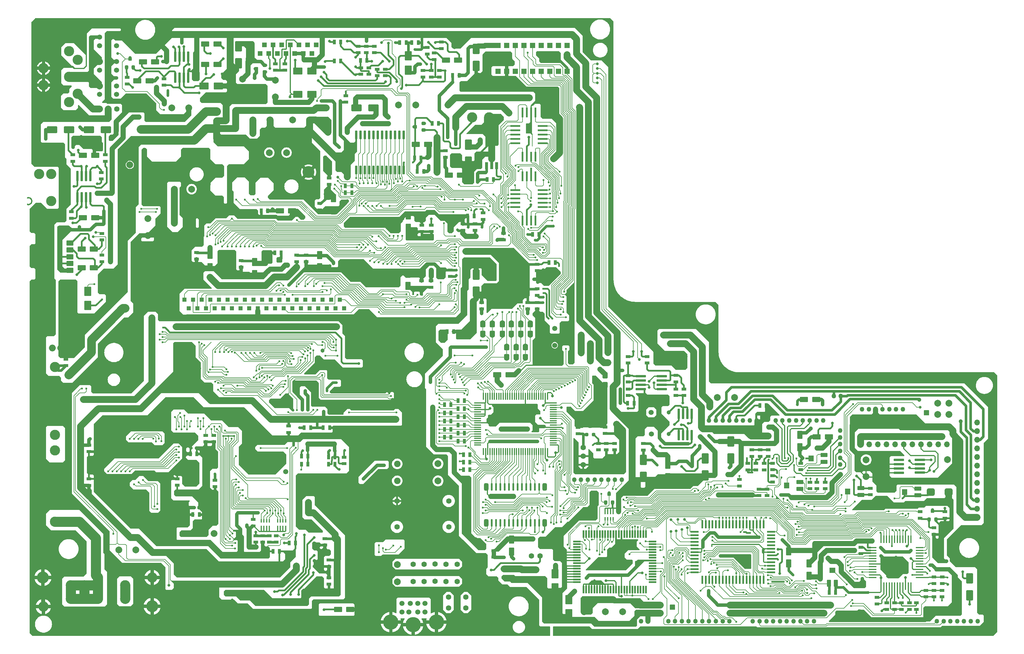
<source format=gtl>
G04 #@! TF.GenerationSoftware,KiCad,Pcbnew,7.0.8*
G04 #@! TF.CreationDate,2023-11-11T13:49:26+01:00*
G04 #@! TF.ProjectId,PCE,5043452e-6b69-4636-9164-5f7063625858,1.3*
G04 #@! TF.SameCoordinates,Original*
G04 #@! TF.FileFunction,Copper,L1,Top*
G04 #@! TF.FilePolarity,Positive*
%FSLAX46Y46*%
G04 Gerber Fmt 4.6, Leading zero omitted, Abs format (unit mm)*
G04 Created by KiCad (PCBNEW 7.0.8) date 2023-11-11 13:49:26*
%MOMM*%
%LPD*%
G01*
G04 APERTURE LIST*
G04 Aperture macros list*
%AMRoundRect*
0 Rectangle with rounded corners*
0 $1 Rounding radius*
0 $2 $3 $4 $5 $6 $7 $8 $9 X,Y pos of 4 corners*
0 Add a 4 corners polygon primitive as box body*
4,1,4,$2,$3,$4,$5,$6,$7,$8,$9,$2,$3,0*
0 Add four circle primitives for the rounded corners*
1,1,$1+$1,$2,$3*
1,1,$1+$1,$4,$5*
1,1,$1+$1,$6,$7*
1,1,$1+$1,$8,$9*
0 Add four rect primitives between the rounded corners*
20,1,$1+$1,$2,$3,$4,$5,0*
20,1,$1+$1,$4,$5,$6,$7,0*
20,1,$1+$1,$6,$7,$8,$9,0*
20,1,$1+$1,$8,$9,$2,$3,0*%
G04 Aperture macros list end*
G04 #@! TA.AperFunction,NonConductor*
%ADD10C,0.200000*%
G04 #@! TD*
G04 #@! TA.AperFunction,ComponentPad*
%ADD11C,3.000000*%
G04 #@! TD*
G04 #@! TA.AperFunction,SMDPad,CuDef*
%ADD12RoundRect,0.200000X-0.800000X1.300000X-0.800000X-1.300000X0.800000X-1.300000X0.800000X1.300000X0*%
G04 #@! TD*
G04 #@! TA.AperFunction,SMDPad,CuDef*
%ADD13RoundRect,0.219512X0.480488X-0.230488X0.480488X0.230488X-0.480488X0.230488X-0.480488X-0.230488X0*%
G04 #@! TD*
G04 #@! TA.AperFunction,SMDPad,CuDef*
%ADD14RoundRect,0.219512X-0.480488X0.230488X-0.480488X-0.230488X0.480488X-0.230488X0.480488X0.230488X0*%
G04 #@! TD*
G04 #@! TA.AperFunction,SMDPad,CuDef*
%ADD15RoundRect,0.219512X-0.230488X-0.480488X0.230488X-0.480488X0.230488X0.480488X-0.230488X0.480488X0*%
G04 #@! TD*
G04 #@! TA.AperFunction,SMDPad,CuDef*
%ADD16RoundRect,0.060000X-1.440000X-0.240000X1.440000X-0.240000X1.440000X0.240000X-1.440000X0.240000X0*%
G04 #@! TD*
G04 #@! TA.AperFunction,SMDPad,CuDef*
%ADD17RoundRect,0.150000X-1.050000X-0.600000X1.050000X-0.600000X1.050000X0.600000X-1.050000X0.600000X0*%
G04 #@! TD*
G04 #@! TA.AperFunction,SMDPad,CuDef*
%ADD18RoundRect,0.150000X0.600000X-1.050000X0.600000X1.050000X-0.600000X1.050000X-0.600000X-1.050000X0*%
G04 #@! TD*
G04 #@! TA.AperFunction,ComponentPad*
%ADD19O,1.350000X1.350000*%
G04 #@! TD*
G04 #@! TA.AperFunction,ComponentPad*
%ADD20C,1.600000*%
G04 #@! TD*
G04 #@! TA.AperFunction,SMDPad,CuDef*
%ADD21RoundRect,0.200000X0.800000X-1.300000X0.800000X1.300000X-0.800000X1.300000X-0.800000X-1.300000X0*%
G04 #@! TD*
G04 #@! TA.AperFunction,SMDPad,CuDef*
%ADD22RoundRect,0.150000X-0.600000X1.050000X-0.600000X-1.050000X0.600000X-1.050000X0.600000X1.050000X0*%
G04 #@! TD*
G04 #@! TA.AperFunction,SMDPad,CuDef*
%ADD23R,0.500000X2.400000*%
G04 #@! TD*
G04 #@! TA.AperFunction,SMDPad,CuDef*
%ADD24R,2.400000X0.500000*%
G04 #@! TD*
G04 #@! TA.AperFunction,SMDPad,CuDef*
%ADD25R,0.400000X1.100000*%
G04 #@! TD*
G04 #@! TA.AperFunction,SMDPad,CuDef*
%ADD26RoundRect,0.200000X-1.175000X-0.800000X1.175000X-0.800000X1.175000X0.800000X-1.175000X0.800000X0*%
G04 #@! TD*
G04 #@! TA.AperFunction,ComponentPad*
%ADD27C,1.500000*%
G04 #@! TD*
G04 #@! TA.AperFunction,SMDPad,CuDef*
%ADD28RoundRect,0.219512X0.230488X0.480488X-0.230488X0.480488X-0.230488X-0.480488X0.230488X-0.480488X0*%
G04 #@! TD*
G04 #@! TA.AperFunction,SMDPad,CuDef*
%ADD29RoundRect,0.060000X-0.940000X-0.540000X0.940000X-0.540000X0.940000X0.540000X-0.940000X0.540000X0*%
G04 #@! TD*
G04 #@! TA.AperFunction,SMDPad,CuDef*
%ADD30RoundRect,0.080000X-0.720000X-0.795000X0.720000X-0.795000X0.720000X0.795000X-0.720000X0.795000X0*%
G04 #@! TD*
G04 #@! TA.AperFunction,ComponentPad*
%ADD31C,2.000000*%
G04 #@! TD*
G04 #@! TA.AperFunction,SMDPad,CuDef*
%ADD32RoundRect,0.060000X0.240000X-1.440000X0.240000X1.440000X-0.240000X1.440000X-0.240000X-1.440000X0*%
G04 #@! TD*
G04 #@! TA.AperFunction,ComponentPad*
%ADD33O,1.700000X1.700000*%
G04 #@! TD*
G04 #@! TA.AperFunction,SMDPad,CuDef*
%ADD34R,0.900000X2.000000*%
G04 #@! TD*
G04 #@! TA.AperFunction,SMDPad,CuDef*
%ADD35R,0.900000X2.500000*%
G04 #@! TD*
G04 #@! TA.AperFunction,SMDPad,CuDef*
%ADD36RoundRect,1.050000X0.000000X-0.825000X0.000000X0.825000X0.000000X0.825000X0.000000X-0.825000X0*%
G04 #@! TD*
G04 #@! TA.AperFunction,SMDPad,CuDef*
%ADD37RoundRect,0.200000X0.300000X0.300000X-0.300000X0.300000X-0.300000X-0.300000X0.300000X-0.300000X0*%
G04 #@! TD*
G04 #@! TA.AperFunction,SMDPad,CuDef*
%ADD38C,1.000000*%
G04 #@! TD*
G04 #@! TA.AperFunction,SMDPad,CuDef*
%ADD39RoundRect,0.250000X0.250000X0.250000X-0.250000X0.250000X-0.250000X-0.250000X0.250000X-0.250000X0*%
G04 #@! TD*
G04 #@! TA.AperFunction,SMDPad,CuDef*
%ADD40C,1.600000*%
G04 #@! TD*
G04 #@! TA.AperFunction,SMDPad,CuDef*
%ADD41RoundRect,0.326087X-0.473913X0.423913X-0.473913X-0.423913X0.473913X-0.423913X0.473913X0.423913X0*%
G04 #@! TD*
G04 #@! TA.AperFunction,ComponentPad*
%ADD42O,2.000000X3.000000*%
G04 #@! TD*
G04 #@! TA.AperFunction,SMDPad,CuDef*
%ADD43RoundRect,0.200000X-0.800000X1.175000X-0.800000X-1.175000X0.800000X-1.175000X0.800000X1.175000X0*%
G04 #@! TD*
G04 #@! TA.AperFunction,ComponentPad*
%ADD44C,4.500000*%
G04 #@! TD*
G04 #@! TA.AperFunction,ComponentPad*
%ADD45RoundRect,0.070000X0.630000X0.630000X-0.630000X0.630000X-0.630000X-0.630000X0.630000X-0.630000X0*%
G04 #@! TD*
G04 #@! TA.AperFunction,SMDPad,CuDef*
%ADD46RoundRect,0.060000X-0.240000X1.190000X-0.240000X-1.190000X0.240000X-1.190000X0.240000X1.190000X0*%
G04 #@! TD*
G04 #@! TA.AperFunction,SMDPad,CuDef*
%ADD47RoundRect,0.200000X0.300000X-0.300000X0.300000X0.300000X-0.300000X0.300000X-0.300000X-0.300000X0*%
G04 #@! TD*
G04 #@! TA.AperFunction,SMDPad,CuDef*
%ADD48RoundRect,0.250000X0.250000X-0.250000X0.250000X0.250000X-0.250000X0.250000X-0.250000X-0.250000X0*%
G04 #@! TD*
G04 #@! TA.AperFunction,SMDPad,CuDef*
%ADD49R,0.500000X2.200000*%
G04 #@! TD*
G04 #@! TA.AperFunction,SMDPad,CuDef*
%ADD50R,2.200000X0.500000*%
G04 #@! TD*
G04 #@! TA.AperFunction,ComponentPad*
%ADD51O,2.000000X2.000000*%
G04 #@! TD*
G04 #@! TA.AperFunction,SMDPad,CuDef*
%ADD52RoundRect,0.478260X-0.671740X-0.621740X0.671740X-0.621740X0.671740X0.621740X-0.671740X0.621740X0*%
G04 #@! TD*
G04 #@! TA.AperFunction,SMDPad,CuDef*
%ADD53RoundRect,0.100000X-0.100000X0.950000X-0.100000X-0.950000X0.100000X-0.950000X0.100000X0.950000X0*%
G04 #@! TD*
G04 #@! TA.AperFunction,SMDPad,CuDef*
%ADD54RoundRect,0.100000X-0.950000X0.100000X-0.950000X-0.100000X0.950000X-0.100000X0.950000X0.100000X0*%
G04 #@! TD*
G04 #@! TA.AperFunction,SMDPad,CuDef*
%ADD55RoundRect,0.200000X-1.300000X-0.800000X1.300000X-0.800000X1.300000X0.800000X-1.300000X0.800000X0*%
G04 #@! TD*
G04 #@! TA.AperFunction,SMDPad,CuDef*
%ADD56RoundRect,0.325000X0.325000X0.753750X-0.325000X0.753750X-0.325000X-0.753750X0.325000X-0.753750X0*%
G04 #@! TD*
G04 #@! TA.AperFunction,SMDPad,CuDef*
%ADD57RoundRect,0.142500X0.142500X0.936250X-0.142500X0.936250X-0.142500X-0.936250X0.142500X-0.936250X0*%
G04 #@! TD*
G04 #@! TA.AperFunction,SMDPad,CuDef*
%ADD58RoundRect,0.200000X1.300000X0.800000X-1.300000X0.800000X-1.300000X-0.800000X1.300000X-0.800000X0*%
G04 #@! TD*
G04 #@! TA.AperFunction,ComponentPad*
%ADD59C,2.500000*%
G04 #@! TD*
G04 #@! TA.AperFunction,ComponentPad*
%ADD60C,3.500000*%
G04 #@! TD*
G04 #@! TA.AperFunction,ComponentPad*
%ADD61R,1.600000X1.600000*%
G04 #@! TD*
G04 #@! TA.AperFunction,SMDPad,CuDef*
%ADD62R,0.500000X3.000000*%
G04 #@! TD*
G04 #@! TA.AperFunction,SMDPad,CuDef*
%ADD63R,3.000000X0.500000*%
G04 #@! TD*
G04 #@! TA.AperFunction,ComponentPad*
%ADD64C,1.900000*%
G04 #@! TD*
G04 #@! TA.AperFunction,SMDPad,CuDef*
%ADD65RoundRect,0.075000X0.925000X0.675000X-0.925000X0.675000X-0.925000X-0.675000X0.925000X-0.675000X0*%
G04 #@! TD*
G04 #@! TA.AperFunction,SMDPad,CuDef*
%ADD66R,0.400000X2.250000*%
G04 #@! TD*
G04 #@! TA.AperFunction,SMDPad,CuDef*
%ADD67R,2.250000X0.400000*%
G04 #@! TD*
G04 #@! TA.AperFunction,SMDPad,CuDef*
%ADD68RoundRect,0.060000X-0.540000X0.940000X-0.540000X-0.940000X0.540000X-0.940000X0.540000X0.940000X0*%
G04 #@! TD*
G04 #@! TA.AperFunction,SMDPad,CuDef*
%ADD69RoundRect,0.080000X-0.795000X0.720000X-0.795000X-0.720000X0.795000X-0.720000X0.795000X0.720000X0*%
G04 #@! TD*
G04 #@! TA.AperFunction,ComponentPad*
%ADD70RoundRect,0.062500X0.562500X0.562500X-0.562500X0.562500X-0.562500X-0.562500X0.562500X-0.562500X0*%
G04 #@! TD*
G04 #@! TA.AperFunction,ViaPad*
%ADD71C,0.600000*%
G04 #@! TD*
G04 #@! TA.AperFunction,ViaPad*
%ADD72C,0.800000*%
G04 #@! TD*
G04 #@! TA.AperFunction,ViaPad*
%ADD73C,1.200000*%
G04 #@! TD*
G04 #@! TA.AperFunction,Conductor*
%ADD74C,0.200000*%
G04 #@! TD*
G04 #@! TA.AperFunction,Conductor*
%ADD75C,1.500000*%
G04 #@! TD*
G04 #@! TA.AperFunction,Conductor*
%ADD76C,0.750000*%
G04 #@! TD*
G04 #@! TA.AperFunction,Conductor*
%ADD77C,0.500000*%
G04 #@! TD*
G04 #@! TA.AperFunction,Conductor*
%ADD78C,1.000000*%
G04 #@! TD*
G04 #@! TA.AperFunction,Conductor*
%ADD79C,2.000000*%
G04 #@! TD*
G04 #@! TA.AperFunction,Conductor*
%ADD80C,0.350000*%
G04 #@! TD*
G04 #@! TA.AperFunction,Conductor*
%ADD81C,3.000000*%
G04 #@! TD*
G04 #@! TA.AperFunction,Conductor*
%ADD82C,2.500000*%
G04 #@! TD*
G04 APERTURE END LIST*
D10*
X332725000Y-158625000D02*
X334075000Y-158625000D01*
X334075000Y-159975000D01*
X332725000Y-159975000D01*
X332725000Y-158625000D01*
G04 #@! TA.AperFunction,NonConductor*
G36*
X332725000Y-158625000D02*
G01*
X334075000Y-158625000D01*
X334075000Y-159975000D01*
X332725000Y-159975000D01*
X332725000Y-158625000D01*
G37*
G04 #@! TD.AperFunction*
X258025000Y-215875000D02*
X259375000Y-215875000D01*
X259375000Y-217225000D01*
X258025000Y-217225000D01*
X258025000Y-215875000D01*
G04 #@! TA.AperFunction,NonConductor*
G36*
X258025000Y-215875000D02*
G01*
X259375000Y-215875000D01*
X259375000Y-217225000D01*
X258025000Y-217225000D01*
X258025000Y-215875000D01*
G37*
G04 #@! TD.AperFunction*
D11*
X76975000Y-165850000D03*
X76975000Y-145850000D03*
D12*
X346125000Y-208050000D03*
X346125000Y-213050000D03*
D13*
X245625000Y-154250000D03*
X245625000Y-152350000D03*
D14*
X193350000Y-117275000D03*
X193350000Y-119175000D03*
D15*
X297575000Y-199875000D03*
X299475000Y-199875000D03*
X195575000Y-160525000D03*
X197475000Y-160525000D03*
D16*
X325300000Y-173145000D03*
X325300000Y-174415000D03*
X325300000Y-175685000D03*
X325300000Y-176955000D03*
X331500000Y-176950000D03*
X331500000Y-175685000D03*
X331500000Y-174415000D03*
X331500000Y-173145000D03*
D17*
X121212200Y-50774600D03*
X124812200Y-50774600D03*
D14*
X259675000Y-148325000D03*
X259675000Y-150225000D03*
D13*
X288100000Y-179700000D03*
X288100000Y-177800000D03*
D18*
X180925000Y-104825000D03*
X180925000Y-101225000D03*
D19*
X303050000Y-161575000D03*
X301050000Y-161575000D03*
X299050000Y-161575000D03*
X297050000Y-161575000D03*
X295050000Y-161575000D03*
X293050000Y-161575000D03*
X291050000Y-161575000D03*
X289050000Y-161575000D03*
D15*
X195575000Y-167700000D03*
X197475000Y-167700000D03*
D13*
X314150000Y-200800000D03*
X314150000Y-198900000D03*
D20*
X192785000Y-213591200D03*
X195325000Y-213591200D03*
X197865000Y-213591200D03*
D14*
X236900000Y-168325000D03*
X236900000Y-170225000D03*
D21*
X200950000Y-123625000D03*
X200950000Y-118625000D03*
D22*
X211325000Y-196600000D03*
X211325000Y-200200000D03*
D23*
X267475000Y-208475000D03*
X268475000Y-208475000D03*
X269475000Y-208475000D03*
X270475000Y-208475000D03*
X271475000Y-208475000D03*
X272475000Y-208475000D03*
X273475000Y-208475000D03*
X274475000Y-208475000D03*
X275475000Y-208475000D03*
X276475000Y-208475000D03*
X277475000Y-208475000D03*
X278475000Y-208475000D03*
X279475000Y-208475000D03*
X280475000Y-208475000D03*
X281475000Y-208475000D03*
X282475000Y-208475000D03*
X285475000Y-208475000D03*
X284475000Y-208475000D03*
X283475000Y-208475000D03*
D24*
X287725000Y-206325000D03*
X287725000Y-205325000D03*
X287725000Y-204325000D03*
X287725000Y-203325000D03*
X287725000Y-202325000D03*
X287725000Y-201325000D03*
X287725000Y-200325000D03*
X287725000Y-199325000D03*
X287725000Y-198325000D03*
X287725000Y-197325000D03*
X287725000Y-196325000D03*
X287725000Y-195325000D03*
X287725000Y-194325000D03*
D23*
X285475000Y-192175000D03*
X284475000Y-192175000D03*
X283475000Y-192175000D03*
X282475000Y-192175000D03*
X281475000Y-192175000D03*
X280475000Y-192175000D03*
X279475000Y-192175000D03*
X278475000Y-192175000D03*
X277475000Y-192175000D03*
X276475000Y-192175000D03*
X275475000Y-192175000D03*
X274475000Y-192175000D03*
X273475000Y-192175000D03*
X272475000Y-192175000D03*
X271475000Y-192175000D03*
X270475000Y-192175000D03*
X269475000Y-192175000D03*
X268475000Y-192175000D03*
X267475000Y-192175000D03*
D24*
X265225000Y-194325000D03*
X265225000Y-195325000D03*
X265225000Y-196325000D03*
X265225000Y-197325000D03*
X265225000Y-198325000D03*
X265225000Y-199325000D03*
X265225000Y-200325000D03*
X265225000Y-201325000D03*
X265225000Y-202325000D03*
X265225000Y-203325000D03*
X265225000Y-204325000D03*
X265225000Y-205325000D03*
X265225000Y-206325000D03*
D25*
X142475000Y-193050000D03*
X143275000Y-193050000D03*
X144075000Y-193050000D03*
X144875000Y-193050000D03*
X144875000Y-191150000D03*
X144075000Y-191150000D03*
X143275000Y-191150000D03*
X142475000Y-191150000D03*
D26*
X120875000Y-63150000D03*
X125075000Y-63150000D03*
D22*
X135750000Y-114900000D03*
X135750000Y-118500000D03*
D13*
X167000000Y-59675000D03*
X167000000Y-57775000D03*
D15*
X191575000Y-161725000D03*
X193475000Y-161725000D03*
D27*
X95100000Y-65600000D03*
X90100000Y-65600000D03*
X95100000Y-63100000D03*
X90100000Y-63100000D03*
D13*
X171000000Y-53325000D03*
X171000000Y-51425000D03*
D28*
X119475000Y-189275000D03*
X117575000Y-189275000D03*
D13*
X80175000Y-145425000D03*
X80175000Y-143525000D03*
D14*
X285675000Y-174225000D03*
X285675000Y-176125000D03*
D20*
X232460800Y-169545000D03*
X232460800Y-172085000D03*
X232460800Y-174625000D03*
D14*
X191875000Y-82200000D03*
X191875000Y-84100000D03*
D29*
X296150000Y-179725000D03*
D30*
X292300000Y-180725000D03*
D29*
X296150000Y-181725000D03*
D14*
X162560000Y-65979000D03*
X162560000Y-67879000D03*
D19*
X249450000Y-220700000D03*
X251450000Y-220700000D03*
D27*
X95100000Y-58425000D03*
X90100000Y-58425000D03*
X95100000Y-55925000D03*
X90100000Y-55925000D03*
D13*
X168600000Y-53325000D03*
X168600000Y-51425000D03*
X301200000Y-181650000D03*
X301200000Y-179750000D03*
D19*
X282325000Y-220700000D03*
X284325000Y-220700000D03*
X286325000Y-220700000D03*
X288325000Y-220700000D03*
X290325000Y-220700000D03*
X292325000Y-220700000D03*
X294325000Y-220700000D03*
X296325000Y-220700000D03*
X298325000Y-220700000D03*
X300325000Y-220700000D03*
D13*
X318900000Y-215575000D03*
X318900000Y-213675000D03*
D15*
X187975000Y-74100000D03*
X189875000Y-74100000D03*
D20*
X192850000Y-185275000D03*
X177610000Y-185275000D03*
X177610000Y-192895000D03*
X192850000Y-192895000D03*
X182425000Y-208965000D03*
X182425000Y-206425000D03*
X182425000Y-203885000D03*
D31*
X339625000Y-173100000D03*
X339625000Y-178075000D03*
D32*
X260520000Y-165875000D03*
X261790000Y-165875000D03*
X263060000Y-165875000D03*
X264330000Y-165875000D03*
X264325000Y-159675000D03*
X263060000Y-159675000D03*
X261790000Y-159675000D03*
X260520000Y-159675000D03*
D31*
X111375000Y-69575000D03*
X116350000Y-69575000D03*
D14*
X239200000Y-168325000D03*
X239200000Y-170225000D03*
D25*
X238850000Y-190550000D03*
X239650000Y-190550000D03*
X240450000Y-190550000D03*
X241250000Y-190550000D03*
X241250000Y-188650000D03*
X240450000Y-188650000D03*
X239650000Y-188650000D03*
X238850000Y-188650000D03*
D27*
X95100000Y-51225000D03*
X90100000Y-51225000D03*
X95100000Y-48725000D03*
X90100000Y-48725000D03*
D33*
X314080000Y-168650000D03*
X316620000Y-168650000D03*
X319160000Y-168650000D03*
X321700000Y-168650000D03*
X324240000Y-168650000D03*
X326780000Y-168650000D03*
X329320000Y-168650000D03*
X331860000Y-168650000D03*
X334400000Y-168650000D03*
X336940000Y-168650000D03*
X339480000Y-168650000D03*
X342020000Y-168650000D03*
D13*
X112950000Y-180650000D03*
X112950000Y-178750000D03*
X91821000Y-85262800D03*
X91821000Y-83362800D03*
D15*
X76662200Y-130683000D03*
X78562200Y-130683000D03*
D31*
X141875000Y-61400000D03*
X141875000Y-66375000D03*
D20*
X219750000Y-201425000D03*
X217210000Y-201425000D03*
D13*
X251250000Y-144650000D03*
X251250000Y-142750000D03*
D34*
X203975000Y-86600000D03*
D35*
X205475000Y-86350000D03*
D36*
X205475000Y-83725000D03*
D34*
X206975000Y-86600000D03*
D14*
X286500000Y-181812500D03*
X286500000Y-183712500D03*
D37*
X182950000Y-75100000D03*
D38*
X182650000Y-75100000D03*
X185650000Y-76100000D03*
D39*
X185350000Y-76100000D03*
D38*
X185650000Y-74100000D03*
D39*
X185350000Y-74100000D03*
D17*
X192027400Y-55499000D03*
X195627400Y-55499000D03*
D31*
X123800000Y-194850000D03*
D28*
X180345200Y-50342800D03*
X178445200Y-50342800D03*
D13*
X335625000Y-213525000D03*
X335625000Y-211625000D03*
D20*
X185630000Y-208965000D03*
X185630000Y-206425000D03*
X185630000Y-203885000D03*
D29*
X330875000Y-181625000D03*
D30*
X327025000Y-182625000D03*
D29*
X330875000Y-183625000D03*
D19*
X283450000Y-161575000D03*
X281450000Y-161575000D03*
X279450000Y-161575000D03*
X277450000Y-161575000D03*
X275450000Y-161575000D03*
X273450000Y-161575000D03*
X271450000Y-161575000D03*
X269450000Y-161575000D03*
D15*
X195575000Y-162925000D03*
X197475000Y-162925000D03*
D20*
X192055000Y-208975000D03*
X192055000Y-206435000D03*
X192055000Y-203895000D03*
D17*
X143175000Y-99875000D03*
X146775000Y-99875000D03*
D15*
X157500000Y-174425000D03*
X159400000Y-174425000D03*
D13*
X135325000Y-192625000D03*
X135325000Y-190725000D03*
D40*
X205700000Y-132900000D03*
D41*
X205700000Y-133350000D03*
X205700000Y-135950000D03*
D40*
X205700000Y-136400000D03*
D14*
X184875000Y-120475000D03*
X184875000Y-122375000D03*
D42*
X71127600Y-65375800D03*
D11*
X73627600Y-62875800D03*
X73627600Y-57875800D03*
D42*
X71127600Y-55375800D03*
D11*
X81127600Y-67875800D03*
X81127600Y-60375800D03*
X81127600Y-52875800D03*
X83627600Y-65375800D03*
X83627600Y-55375800D03*
D14*
X123725000Y-165975000D03*
X123725000Y-167875000D03*
D13*
X190119000Y-60487600D03*
X190119000Y-58587600D03*
D14*
X109067600Y-61000600D03*
X109067600Y-62900600D03*
D19*
X257450000Y-220700000D03*
X259450000Y-220700000D03*
X261450000Y-220700000D03*
X263450000Y-220700000D03*
X265450000Y-220700000D03*
X267450000Y-220700000D03*
X269450000Y-220700000D03*
X271450000Y-220700000D03*
X273450000Y-220700000D03*
X275450000Y-220700000D03*
D14*
X208975000Y-106475000D03*
X208975000Y-108375000D03*
D28*
X286275000Y-157175000D03*
X284375000Y-157175000D03*
D14*
X187750000Y-104100000D03*
X187750000Y-106000000D03*
D43*
X228175000Y-214300000D03*
X228175000Y-218500000D03*
D31*
X315675000Y-173150000D03*
X315675000Y-178125000D03*
D14*
X230925000Y-163575000D03*
X230925000Y-165475000D03*
D15*
X217525000Y-106800000D03*
X219425000Y-106800000D03*
D13*
X278425000Y-180875000D03*
X278425000Y-178975000D03*
D14*
X238850000Y-163512500D03*
X238850000Y-165412500D03*
X184925000Y-104100000D03*
X184925000Y-106000000D03*
D44*
X189225000Y-220950000D03*
X182375000Y-221700000D03*
X175825000Y-220950000D03*
D27*
X183775000Y-217950000D03*
X181125000Y-217950000D03*
X185875000Y-217950000D03*
X183775000Y-215450000D03*
X179075000Y-217950000D03*
X185875000Y-215450000D03*
X181575000Y-215450000D03*
X179075000Y-215450000D03*
D13*
X90805000Y-114843600D03*
X90805000Y-112943600D03*
D15*
X166875000Y-55550000D03*
X168775000Y-55550000D03*
D19*
X336475000Y-220700000D03*
X338475000Y-220700000D03*
X340475000Y-220700000D03*
X342475000Y-220700000D03*
X344475000Y-220700000D03*
X346475000Y-220700000D03*
X348475000Y-220700000D03*
D17*
X102848000Y-55981600D03*
X106448000Y-55981600D03*
X160275000Y-217250000D03*
X163875000Y-217250000D03*
D31*
X189705000Y-174300000D03*
X189705000Y-179380000D03*
D14*
X187675000Y-120475000D03*
X187675000Y-122375000D03*
D15*
X162425000Y-94500000D03*
X164325000Y-94500000D03*
D28*
X199075000Y-173850000D03*
X197175000Y-173850000D03*
D15*
X159175000Y-50150000D03*
X161075000Y-50150000D03*
D13*
X328450000Y-217175000D03*
X328450000Y-215275000D03*
D31*
X99025000Y-86325000D03*
D26*
X148425000Y-65550000D03*
X152625000Y-65550000D03*
D45*
X137380000Y-53575000D03*
X138650000Y-51035000D03*
X139920000Y-53575000D03*
X141190000Y-51035000D03*
X142460000Y-53575000D03*
X143730000Y-51035000D03*
X145000000Y-53575000D03*
X146270000Y-51035000D03*
X147540000Y-53575000D03*
X148810000Y-51035000D03*
X150080000Y-53575000D03*
X151350000Y-51035000D03*
X152620000Y-53575000D03*
X153890000Y-51035000D03*
D12*
X198650000Y-80350000D03*
X198650000Y-85350000D03*
D13*
X142100000Y-197400000D03*
X142100000Y-195500000D03*
D31*
X135225000Y-73150000D03*
X140200000Y-73150000D03*
D14*
X259675000Y-152325000D03*
X259675000Y-154225000D03*
D28*
X183891000Y-50342800D03*
X181991000Y-50342800D03*
D14*
X245625000Y-148350000D03*
X245625000Y-150250000D03*
X90627200Y-88585000D03*
X90627200Y-90485000D03*
D13*
X86950000Y-180700000D03*
X86950000Y-178800000D03*
X330500000Y-217175000D03*
X330500000Y-215275000D03*
D17*
X85223800Y-101879400D03*
X88823800Y-101879400D03*
D15*
X137650000Y-99875000D03*
X139550000Y-99875000D03*
D12*
X268350000Y-172725000D03*
X268350000Y-177725000D03*
D46*
X179610000Y-77525000D03*
X178340000Y-77525000D03*
X177070000Y-77525000D03*
X175800000Y-77525000D03*
X174530000Y-77525000D03*
X173260000Y-77525000D03*
X171990000Y-77525000D03*
X170720000Y-77525000D03*
X169450000Y-77525000D03*
X168180000Y-77525000D03*
X166910000Y-77525000D03*
X165640000Y-77525000D03*
X165640000Y-87825000D03*
X166910000Y-87825000D03*
X168180000Y-87825000D03*
X169450000Y-87825000D03*
X170720000Y-87825000D03*
X171990000Y-87825000D03*
X173260000Y-87825000D03*
X174530000Y-87825000D03*
X175800000Y-87825000D03*
X177070000Y-87825000D03*
X178340000Y-87825000D03*
X179610000Y-87825000D03*
D28*
X159400000Y-172300000D03*
X157500000Y-172300000D03*
D47*
X240025000Y-183250000D03*
D38*
X240025000Y-182950000D03*
X239025000Y-185950000D03*
D48*
X239025000Y-185650000D03*
D38*
X241025000Y-185950000D03*
D48*
X241025000Y-185650000D03*
D12*
X200914000Y-52211600D03*
X200914000Y-57211600D03*
D13*
X131775000Y-116450000D03*
X131775000Y-114550000D03*
D31*
X177695000Y-209050000D03*
X177695000Y-203970000D03*
D13*
X82245200Y-85262800D03*
X82245200Y-83362800D03*
D49*
X250900000Y-195050000D03*
X250100000Y-195050000D03*
X249300000Y-195050000D03*
X248500000Y-195050000D03*
X247700000Y-195050000D03*
X246900000Y-195050000D03*
X246100000Y-195050000D03*
X245300000Y-195050000D03*
X244500000Y-195050000D03*
X243700000Y-195050000D03*
X242900000Y-195050000D03*
X242100000Y-195050000D03*
X241300000Y-195050000D03*
X240500000Y-195050000D03*
X239700000Y-195050000D03*
X238900000Y-195050000D03*
X238100000Y-195050000D03*
X237300000Y-195050000D03*
X236500000Y-195050000D03*
X235700000Y-195050000D03*
X234900000Y-195050000D03*
X234100000Y-195050000D03*
X233300000Y-195050000D03*
X232500000Y-195050000D03*
D50*
X230550000Y-197200000D03*
X230550000Y-198000000D03*
X230550000Y-198800000D03*
X230550000Y-199600000D03*
X230550000Y-200400000D03*
X230550000Y-201200000D03*
X230550000Y-202000000D03*
X230550000Y-202800000D03*
X230550000Y-203600000D03*
X230550000Y-204400000D03*
X230550000Y-205200000D03*
X230550000Y-206000000D03*
X230550000Y-206800000D03*
X230550000Y-207600000D03*
X230550000Y-208400000D03*
X230550000Y-209200000D03*
D49*
X232500000Y-211350000D03*
X233300000Y-211350000D03*
X234100000Y-211350000D03*
X234900000Y-211350000D03*
X235700000Y-211350000D03*
X236500000Y-211350000D03*
X237300000Y-211350000D03*
X238100000Y-211350000D03*
X238900000Y-211350000D03*
X239700000Y-211350000D03*
X240500000Y-211350000D03*
X241300000Y-211350000D03*
X242100000Y-211350000D03*
X242900000Y-211350000D03*
X243700000Y-211350000D03*
X244500000Y-211350000D03*
X245300000Y-211350000D03*
X246100000Y-211350000D03*
X246900000Y-211350000D03*
X247700000Y-211350000D03*
X248500000Y-211350000D03*
X249300000Y-211350000D03*
X250100000Y-211350000D03*
X250900000Y-211350000D03*
D50*
X252850000Y-209200000D03*
X252850000Y-208400000D03*
X252850000Y-207600000D03*
X252850000Y-206800000D03*
X252850000Y-206000000D03*
X252850000Y-205200000D03*
X252850000Y-204400000D03*
X252850000Y-203600000D03*
X252850000Y-202800000D03*
X252850000Y-202000000D03*
X252850000Y-201200000D03*
X252850000Y-200400000D03*
X252850000Y-199600000D03*
X252850000Y-198800000D03*
X252850000Y-198000000D03*
X252850000Y-197200000D03*
D51*
X76175000Y-140250000D03*
X78675000Y-140250000D03*
D19*
X308000000Y-174550000D03*
X308000000Y-172550000D03*
X308000000Y-170550000D03*
X308000000Y-168550000D03*
X308000000Y-166550000D03*
X308000000Y-164550000D03*
D14*
X145725000Y-163200000D03*
X145725000Y-165100000D03*
D52*
X334725000Y-182650000D03*
X339925000Y-182650000D03*
D17*
X101222400Y-61569600D03*
X104822400Y-61569600D03*
D16*
X249325000Y-148570000D03*
X249325000Y-149840000D03*
X249325000Y-151110000D03*
X249325000Y-152380000D03*
X255525000Y-152375000D03*
X255525000Y-151110000D03*
X255525000Y-149840000D03*
X255525000Y-148570000D03*
D12*
X131000000Y-51450000D03*
X131000000Y-56450000D03*
D14*
X157600000Y-202675000D03*
X157600000Y-204575000D03*
D31*
X95786800Y-199675000D03*
X100761800Y-199675000D03*
D17*
X207125000Y-148125000D03*
X210725000Y-148125000D03*
D11*
X76975000Y-170425000D03*
X76975000Y-191425000D03*
D31*
X336750000Y-156525000D03*
X336750000Y-159775000D03*
X340000000Y-156525000D03*
X340000000Y-159775000D03*
D15*
X245500000Y-156475000D03*
X247400000Y-156475000D03*
D13*
X216125000Y-128750000D03*
X216125000Y-126850000D03*
D20*
X95165000Y-69925000D03*
X92625000Y-69925000D03*
X90085000Y-69925000D03*
D15*
X204150000Y-90675000D03*
X206050000Y-90675000D03*
D13*
X171800000Y-60100000D03*
X171800000Y-58200000D03*
D17*
X84814000Y-116662200D03*
X88414000Y-116662200D03*
D32*
X83545000Y-95850000D03*
X84815000Y-95850000D03*
X86085000Y-95850000D03*
X87355000Y-95850000D03*
X87350000Y-89650000D03*
X86085000Y-89650000D03*
X84815000Y-89650000D03*
X83545000Y-89650000D03*
D28*
X194312500Y-135400000D03*
X192412500Y-135400000D03*
D19*
X243775000Y-179025000D03*
X241775000Y-179025000D03*
X239775000Y-179025000D03*
X237775000Y-179025000D03*
X235775000Y-179025000D03*
X233775000Y-179025000D03*
X231775000Y-179025000D03*
X229775000Y-179025000D03*
D14*
X200575000Y-103700000D03*
X200575000Y-105600000D03*
X288100000Y-174200000D03*
X288100000Y-176100000D03*
X283250000Y-174225000D03*
X283250000Y-176125000D03*
D40*
X208650000Y-132900000D03*
D41*
X208650000Y-133350000D03*
X208650000Y-135950000D03*
D40*
X208650000Y-136400000D03*
D25*
X137675000Y-193050000D03*
X138475000Y-193050000D03*
X139275000Y-193050000D03*
X140075000Y-193050000D03*
X140075000Y-191150000D03*
X139275000Y-191150000D03*
X138475000Y-191150000D03*
X137675000Y-191150000D03*
D13*
X150900000Y-114825000D03*
X150900000Y-112925000D03*
D12*
X250100000Y-173200000D03*
X250100000Y-178200000D03*
D17*
X192850000Y-89400000D03*
X196450000Y-89400000D03*
D13*
X326075000Y-217175000D03*
X326075000Y-215275000D03*
D14*
X280850000Y-174225000D03*
X280850000Y-176125000D03*
X331600000Y-188450000D03*
X331600000Y-190350000D03*
D17*
X301125000Y-166375000D03*
X304725000Y-166375000D03*
D20*
X188825000Y-208955000D03*
X188825000Y-206415000D03*
X188825000Y-203875000D03*
D13*
X90805000Y-108432600D03*
X90805000Y-106532600D03*
D14*
X206125000Y-199912500D03*
X206125000Y-201812500D03*
X284125000Y-181812500D03*
X284125000Y-183712500D03*
D53*
X221900000Y-154500000D03*
X221250000Y-154500000D03*
X220600000Y-154500000D03*
X219950000Y-154500000D03*
X219300000Y-154500000D03*
X218650000Y-154500000D03*
X218000000Y-154500000D03*
X217350000Y-154500000D03*
X216700000Y-154500000D03*
X216050000Y-154500000D03*
X215400000Y-154500000D03*
X214750000Y-154500000D03*
X214100000Y-154500000D03*
X213450000Y-154500000D03*
X212800000Y-154500000D03*
X212150000Y-154500000D03*
X211500000Y-154500000D03*
X210850000Y-154500000D03*
X210200000Y-154500000D03*
X209550000Y-154500000D03*
X208900000Y-154500000D03*
X208250000Y-154500000D03*
X207600000Y-154500000D03*
X206950000Y-154500000D03*
X206300000Y-154500000D03*
X205650000Y-154500000D03*
X205000000Y-154500000D03*
X204350000Y-154500000D03*
X203700000Y-154500000D03*
X203050000Y-154500000D03*
D54*
X201350000Y-156450000D03*
X201350000Y-157100000D03*
X201350000Y-157750000D03*
X201350000Y-158400000D03*
X201350000Y-159050000D03*
X201350000Y-159700000D03*
X201350000Y-160350000D03*
X201350000Y-161000000D03*
X201350000Y-161650000D03*
X201350000Y-162300000D03*
X201350000Y-162950000D03*
X201350000Y-163600000D03*
X201350000Y-164250000D03*
X201350000Y-164900000D03*
X201350000Y-165550000D03*
X201350000Y-166200000D03*
X201350000Y-166850000D03*
X201350000Y-167500000D03*
X201350000Y-168150000D03*
X201350000Y-168800000D03*
D53*
X203050000Y-170750000D03*
X203700000Y-170750000D03*
X204350000Y-170750000D03*
X205000000Y-170750000D03*
X205650000Y-170750000D03*
X206300000Y-170750000D03*
X206950000Y-170750000D03*
X207600000Y-170750000D03*
X208250000Y-170750000D03*
X208900000Y-170750000D03*
X209550000Y-170750000D03*
X210200000Y-170750000D03*
X210850000Y-170750000D03*
X211500000Y-170750000D03*
X212150000Y-170750000D03*
X212800000Y-170750000D03*
X213450000Y-170750000D03*
X214100000Y-170750000D03*
X214750000Y-170750000D03*
X215400000Y-170750000D03*
X216050000Y-170750000D03*
X216700000Y-170750000D03*
X217350000Y-170750000D03*
X218000000Y-170750000D03*
X218650000Y-170750000D03*
X219300000Y-170750000D03*
X219950000Y-170750000D03*
X220600000Y-170750000D03*
X221250000Y-170750000D03*
X221900000Y-170750000D03*
D54*
X223600000Y-168800000D03*
X223600000Y-168150000D03*
X223600000Y-167500000D03*
X223600000Y-166850000D03*
X223600000Y-166200000D03*
X223600000Y-165550000D03*
X223600000Y-164900000D03*
X223600000Y-164250000D03*
X223600000Y-163600000D03*
X223600000Y-162950000D03*
X223600000Y-162300000D03*
X223600000Y-161650000D03*
X223600000Y-161000000D03*
X223600000Y-160350000D03*
X223600000Y-159700000D03*
X223600000Y-159050000D03*
X223600000Y-158400000D03*
X223600000Y-157750000D03*
X223600000Y-157100000D03*
X223600000Y-156450000D03*
D28*
X184700000Y-84275000D03*
X182800000Y-84275000D03*
D13*
X121325000Y-167875000D03*
X121325000Y-165975000D03*
D28*
X143537500Y-112250000D03*
X141637500Y-112250000D03*
D11*
X199725000Y-72325000D03*
X204700000Y-72325000D03*
D13*
X202975000Y-102375000D03*
X202975000Y-100475000D03*
D28*
X199075000Y-176050000D03*
X197175000Y-176050000D03*
D40*
X209900000Y-139700000D03*
D41*
X209900000Y-140150000D03*
X209900000Y-142750000D03*
D40*
X209900000Y-143200000D03*
D31*
X183125000Y-68700000D03*
X178045000Y-68700000D03*
D13*
X140075000Y-197400000D03*
X140075000Y-195500000D03*
D19*
X326475000Y-158325000D03*
X324475000Y-158325000D03*
X322475000Y-158325000D03*
X320475000Y-158325000D03*
X318475000Y-158325000D03*
X316475000Y-158325000D03*
X314475000Y-158325000D03*
D15*
X195575000Y-158125000D03*
X197475000Y-158125000D03*
D31*
X307175000Y-148975000D03*
D17*
X121212200Y-56769000D03*
X124812200Y-56769000D03*
D13*
X218900000Y-124725000D03*
X218900000Y-122825000D03*
X333250000Y-213525000D03*
X333250000Y-211625000D03*
D15*
X159175000Y-55775000D03*
X161075000Y-55775000D03*
D55*
X165698800Y-69519800D03*
X170698800Y-69519800D03*
D26*
X148425000Y-58750000D03*
X152625000Y-58750000D03*
D28*
X224225000Y-115100000D03*
X222325000Y-115100000D03*
D19*
X308200000Y-154425000D03*
X306200000Y-154425000D03*
D13*
X245625000Y-144650000D03*
X245625000Y-142750000D03*
D14*
X282025000Y-170250000D03*
X282025000Y-172150000D03*
D13*
X321725000Y-217175000D03*
X321725000Y-215275000D03*
X335675000Y-209550000D03*
X335675000Y-207650000D03*
D22*
X158925000Y-96150000D03*
X158925000Y-99750000D03*
D13*
X324025000Y-217175000D03*
X324025000Y-215275000D03*
D14*
X141825000Y-56575000D03*
X141825000Y-58475000D03*
D13*
X157600000Y-209800000D03*
X157600000Y-207900000D03*
D15*
X195575000Y-165325000D03*
X197475000Y-165325000D03*
D40*
X214050000Y-132900000D03*
D41*
X214050000Y-133350000D03*
X214050000Y-135950000D03*
D40*
X214050000Y-136400000D03*
D13*
X202575000Y-128762500D03*
X202575000Y-126862500D03*
D12*
X275900000Y-167750000D03*
X275900000Y-172750000D03*
D40*
X202900000Y-132900000D03*
D41*
X202900000Y-133350000D03*
X202900000Y-135950000D03*
D40*
X202900000Y-136400000D03*
D56*
X221080400Y-181166800D03*
D57*
X219490000Y-181165550D03*
X218220000Y-181165550D03*
X216950000Y-181165550D03*
X215680000Y-181165550D03*
X214410000Y-181165550D03*
X213140000Y-181165550D03*
X211870000Y-181165550D03*
X210600000Y-181165550D03*
X209330000Y-181165550D03*
X208060000Y-181165550D03*
X206790000Y-181165550D03*
X205520000Y-181165550D03*
D56*
X203884600Y-181166800D03*
X203884600Y-191733200D03*
D57*
X205520000Y-191731950D03*
X206790000Y-191731950D03*
X208060000Y-191731950D03*
X209330000Y-191731950D03*
X210600000Y-191731950D03*
X211870000Y-191731950D03*
X213140000Y-191731950D03*
X214410000Y-191731950D03*
X215680000Y-191731950D03*
X216950000Y-191731950D03*
X218220000Y-191731950D03*
X219490000Y-191731950D03*
D56*
X221080400Y-191733200D03*
D22*
X122600000Y-112825000D03*
X122600000Y-116425000D03*
D14*
X284475000Y-170250000D03*
X284475000Y-172150000D03*
X250100000Y-168375000D03*
X250100000Y-170275000D03*
X86950000Y-168850000D03*
X86950000Y-170750000D03*
X262050000Y-152325000D03*
X262050000Y-154225000D03*
D13*
X136100000Y-197400000D03*
X136100000Y-195500000D03*
D27*
X144875000Y-176650000D03*
D17*
X297400000Y-155400000D03*
X301000000Y-155400000D03*
D15*
X195575000Y-155750000D03*
X197475000Y-155750000D03*
D31*
X252400000Y-128375000D03*
D14*
X197000000Y-103700000D03*
X197000000Y-105600000D03*
D28*
X118725000Y-171375000D03*
X116825000Y-171375000D03*
D14*
X335600000Y-193200000D03*
X335600000Y-195100000D03*
X241625000Y-168325000D03*
X241625000Y-170225000D03*
D31*
X271920000Y-154825000D03*
X277000000Y-154825000D03*
X104300000Y-102150000D03*
X104300000Y-107125000D03*
D13*
X118625000Y-114050000D03*
X118625000Y-112150000D03*
D15*
X191575000Y-156925000D03*
X193475000Y-156925000D03*
D13*
X218900000Y-128750000D03*
X218900000Y-126850000D03*
D58*
X91933400Y-75946000D03*
X86933400Y-75946000D03*
D37*
X136225000Y-58000000D03*
D38*
X135925000Y-58000000D03*
X138925000Y-59000000D03*
D39*
X138625000Y-59000000D03*
D38*
X138925000Y-57000000D03*
D39*
X138625000Y-57000000D03*
D15*
X183600000Y-88275000D03*
X185500000Y-88275000D03*
D40*
X216850000Y-132900000D03*
D41*
X216850000Y-133350000D03*
X216850000Y-135950000D03*
D40*
X216850000Y-136400000D03*
D59*
X124600000Y-70650000D03*
X124600000Y-75625000D03*
D17*
X183150000Y-80300000D03*
X186750000Y-80300000D03*
D13*
X187731400Y-60487600D03*
X187731400Y-58587600D03*
D43*
X224150000Y-206700000D03*
X224150000Y-210900000D03*
D28*
X147775000Y-197650000D03*
X145875000Y-197650000D03*
D40*
X238850000Y-147975000D03*
D41*
X238850000Y-148425000D03*
X238850000Y-151025000D03*
D40*
X238850000Y-151475000D03*
D13*
X299150000Y-181650000D03*
X299150000Y-179750000D03*
D32*
X112395000Y-60650000D03*
X113665000Y-60650000D03*
X114935000Y-60650000D03*
X116205000Y-60650000D03*
X116200000Y-54450000D03*
X114935000Y-54450000D03*
X113665000Y-54450000D03*
X112395000Y-54450000D03*
D60*
X105580000Y-216265000D03*
D11*
X105580000Y-207795000D03*
X73560000Y-216395000D03*
D60*
X73440000Y-207795000D03*
D11*
X97660000Y-214085000D03*
X97660000Y-210085000D03*
X89610000Y-214085000D03*
X89610000Y-210085000D03*
X85610000Y-214085000D03*
X85610000Y-210085000D03*
X81610000Y-214085000D03*
X81610000Y-210085000D03*
D47*
X335225000Y-188225000D03*
D38*
X335225000Y-187925000D03*
X334225000Y-190925000D03*
D48*
X334225000Y-190625000D03*
D38*
X336225000Y-190925000D03*
D48*
X336225000Y-190625000D03*
D61*
X207375000Y-58770000D03*
X209915000Y-58770000D03*
X212455000Y-58770000D03*
X214995000Y-58770000D03*
X217535000Y-58770000D03*
X220075000Y-58770000D03*
X222615000Y-58770000D03*
X225155000Y-58770000D03*
X227695000Y-58770000D03*
X227695000Y-51150000D03*
X225155000Y-51150000D03*
X222615000Y-51150000D03*
X220075000Y-51150000D03*
X217535000Y-51150000D03*
X214995000Y-51150000D03*
X212455000Y-51150000D03*
X209915000Y-51150000D03*
X207375000Y-51150000D03*
D15*
X191575000Y-164250000D03*
X193475000Y-164250000D03*
X191575000Y-166500000D03*
X193475000Y-166500000D03*
D28*
X306675000Y-212225000D03*
X304775000Y-212225000D03*
X151400000Y-174475000D03*
X149500000Y-174475000D03*
D15*
X155925000Y-163725000D03*
X157825000Y-163725000D03*
D20*
X192772800Y-216791600D03*
X195312800Y-216791600D03*
X197852800Y-216791600D03*
D11*
X72344400Y-89002600D03*
X75844400Y-89002600D03*
X75844400Y-97002600D03*
D17*
X84814000Y-111099600D03*
X88414000Y-111099600D03*
D13*
X169375000Y-59675000D03*
X169375000Y-57775000D03*
D14*
X98196400Y-60594200D03*
X98196400Y-62494200D03*
D13*
X166200000Y-53325000D03*
X166200000Y-51425000D03*
D22*
X154875000Y-112900000D03*
X154875000Y-116500000D03*
D43*
X86614000Y-123553800D03*
X86614000Y-127753800D03*
D14*
X186537600Y-51805800D03*
X186537600Y-53705800D03*
X286900000Y-170250000D03*
X286900000Y-172150000D03*
D15*
X198400000Y-101425000D03*
X200300000Y-101425000D03*
D14*
X81838800Y-100131800D03*
X81838800Y-102031800D03*
D13*
X338850000Y-190350000D03*
X338850000Y-188450000D03*
D28*
X143050000Y-200075000D03*
X141150000Y-200075000D03*
D43*
X180924200Y-54237200D03*
X180924200Y-58437200D03*
D13*
X185293000Y-60487600D03*
X185293000Y-58587600D03*
D62*
X215850000Y-89725000D03*
X214600000Y-89725000D03*
D63*
X212450000Y-93725000D03*
X212450000Y-94975000D03*
X212450000Y-96225000D03*
X212450000Y-97475000D03*
X212450000Y-98725000D03*
D62*
X214600000Y-102725000D03*
X215850000Y-102725000D03*
X217100000Y-102725000D03*
X218350000Y-102725000D03*
D63*
X220450000Y-98725000D03*
X220450000Y-97475000D03*
X220450000Y-96225000D03*
X220450000Y-94975000D03*
X220450000Y-93725000D03*
D62*
X218350000Y-89725000D03*
X217100000Y-89725000D03*
D14*
X338000000Y-211625000D03*
X338000000Y-213525000D03*
D13*
X296450000Y-176075000D03*
X296450000Y-174175000D03*
D28*
X151400000Y-172125000D03*
X149500000Y-172125000D03*
D31*
X112110000Y-93475000D03*
D60*
X123650000Y-87725000D03*
D31*
X114650000Y-93475000D03*
D60*
X105650000Y-87725000D03*
D31*
X117190000Y-93475000D03*
D13*
X154875000Y-99600000D03*
X154875000Y-97700000D03*
X218900000Y-117500000D03*
X218900000Y-115600000D03*
D40*
X211275000Y-132900000D03*
D41*
X211275000Y-133350000D03*
X211275000Y-135950000D03*
D40*
X211275000Y-136400000D03*
D17*
X85223800Y-83515200D03*
X88823800Y-83515200D03*
D13*
X338050000Y-209550000D03*
X338050000Y-207650000D03*
D47*
X234475000Y-163300000D03*
D48*
X233475000Y-165700000D03*
X235475000Y-165700000D03*
D13*
X162100000Y-174300000D03*
X162100000Y-172400000D03*
X316950000Y-183425000D03*
X316950000Y-181525000D03*
D14*
X157700000Y-90187500D03*
X157700000Y-92087500D03*
D13*
X148125000Y-114825000D03*
X148125000Y-112925000D03*
D20*
X195305000Y-208975000D03*
X195305000Y-206435000D03*
X195305000Y-203895000D03*
D27*
X252425000Y-159175000D03*
D47*
X99034600Y-55162600D03*
D38*
X99034600Y-54862600D03*
X98034600Y-57862600D03*
D48*
X98034600Y-57562600D03*
D38*
X100034600Y-57862600D03*
D48*
X100034600Y-57562600D03*
D31*
X112100000Y-103475000D03*
X117075000Y-103475000D03*
D18*
X180875000Y-122000000D03*
X180875000Y-118400000D03*
D62*
X215850000Y-70925000D03*
X214600000Y-70925000D03*
D63*
X212450000Y-74925000D03*
X212450000Y-76175000D03*
X212450000Y-77425000D03*
X212450000Y-78675000D03*
X212450000Y-79925000D03*
D62*
X214600000Y-83925000D03*
X215850000Y-83925000D03*
X217100000Y-83925000D03*
X218350000Y-83925000D03*
D63*
X220450000Y-79925000D03*
X220450000Y-78675000D03*
X220450000Y-77425000D03*
X220450000Y-76175000D03*
X220450000Y-74925000D03*
D62*
X218350000Y-70925000D03*
X217100000Y-70925000D03*
D28*
X152225000Y-163725000D03*
X150325000Y-163725000D03*
D58*
X81102200Y-75946000D03*
X76102200Y-75946000D03*
D22*
X257350000Y-174650000D03*
X257350000Y-178250000D03*
D28*
X199075000Y-171700000D03*
X197175000Y-171700000D03*
D14*
X138075000Y-195500000D03*
X138075000Y-197400000D03*
D13*
X144600000Y-58475000D03*
X144600000Y-56575000D03*
D22*
X298850000Y-203675000D03*
X298850000Y-207275000D03*
D64*
X177700000Y-179350000D03*
X177700000Y-174350000D03*
D27*
X224050000Y-139450000D03*
X224050000Y-136950000D03*
X224050000Y-134450000D03*
D13*
X174200000Y-60100000D03*
X174200000Y-58200000D03*
D31*
X145140000Y-82725000D03*
D60*
X133600000Y-88475000D03*
D31*
X142600000Y-82725000D03*
D60*
X151600000Y-88475000D03*
D31*
X140060000Y-82725000D03*
D13*
X124050000Y-181075000D03*
X124050000Y-179175000D03*
D29*
X303300000Y-171750000D03*
D30*
X299450000Y-172750000D03*
D29*
X303300000Y-173750000D03*
D14*
X156375000Y-196350000D03*
X156375000Y-198250000D03*
D33*
X348300000Y-162185000D03*
X348300000Y-164725000D03*
X348300000Y-167265000D03*
X348300000Y-169805000D03*
X348300000Y-172345000D03*
X348300000Y-174885000D03*
X348300000Y-177425000D03*
X348300000Y-179965000D03*
X348300000Y-182505000D03*
X348300000Y-185045000D03*
X348300000Y-187585000D03*
X348300000Y-190125000D03*
D31*
X146925000Y-73150000D03*
X151900000Y-73150000D03*
D65*
X81381600Y-117385600D03*
X81381600Y-115385600D03*
X81381600Y-113385600D03*
X81381600Y-111385600D03*
X81381600Y-109385600D03*
D66*
X320075000Y-210325000D03*
X320875000Y-210325000D03*
X321675000Y-210325000D03*
X322475000Y-210325000D03*
X323275000Y-210325000D03*
X324075000Y-210325000D03*
X324875000Y-210325000D03*
X325675000Y-210325000D03*
X326475000Y-210325000D03*
X327275000Y-210325000D03*
X328075000Y-210325000D03*
X328875000Y-210325000D03*
D67*
X331375000Y-207825000D03*
X331375000Y-207025000D03*
X331375000Y-206225000D03*
X331375000Y-205425000D03*
X331375000Y-204625000D03*
X331375000Y-203825000D03*
X331375000Y-203025000D03*
X331375000Y-202225000D03*
X331375000Y-201425000D03*
X331375000Y-200625000D03*
X331375000Y-199825000D03*
X331375000Y-199025000D03*
D66*
X328875000Y-196525000D03*
X328075000Y-196525000D03*
X327275000Y-196525000D03*
X326475000Y-196525000D03*
X325675000Y-196525000D03*
X324875000Y-196525000D03*
X324075000Y-196525000D03*
X323275000Y-196525000D03*
X322475000Y-196525000D03*
X321675000Y-196525000D03*
X320875000Y-196525000D03*
X320075000Y-196525000D03*
D67*
X317575000Y-199025000D03*
X317575000Y-199825000D03*
X317575000Y-200625000D03*
X317575000Y-201425000D03*
X317575000Y-202225000D03*
X317575000Y-203025000D03*
X317575000Y-203825000D03*
X317575000Y-204625000D03*
X317575000Y-205425000D03*
X317575000Y-206225000D03*
X317575000Y-207025000D03*
X317575000Y-207825000D03*
D15*
X162425000Y-92500000D03*
X164325000Y-92500000D03*
D68*
X306725000Y-209525000D03*
D69*
X305725000Y-205675000D03*
D68*
X304725000Y-209525000D03*
D13*
X303600000Y-181650000D03*
X303600000Y-179750000D03*
D28*
X195920400Y-59944000D03*
X194020400Y-59944000D03*
D40*
X215425000Y-139700000D03*
D41*
X215425000Y-140150000D03*
X215425000Y-142750000D03*
D40*
X215425000Y-143200000D03*
D27*
X252500000Y-165550000D03*
D40*
X212700000Y-139700000D03*
D41*
X212700000Y-140150000D03*
X212700000Y-142750000D03*
D40*
X212700000Y-143200000D03*
D31*
X132200000Y-61100000D03*
X132200000Y-66075000D03*
D14*
X190652400Y-50180200D03*
X190652400Y-52080200D03*
D13*
X188595000Y-55306000D03*
X188595000Y-53406000D03*
D29*
X314100000Y-181475000D03*
D30*
X310250000Y-182475000D03*
D29*
X314100000Y-183475000D03*
D31*
X238920000Y-217875000D03*
X244000000Y-217875000D03*
D15*
X191575000Y-159350000D03*
X193475000Y-159350000D03*
D22*
X296175000Y-165850000D03*
X296175000Y-169450000D03*
X292900000Y-200075000D03*
X292900000Y-203675000D03*
D70*
X115070000Y-125985000D03*
X116340000Y-128525000D03*
X117610000Y-125985000D03*
X118880000Y-128525000D03*
X120150000Y-125985000D03*
X121420000Y-128525000D03*
X122690000Y-125985000D03*
X123960000Y-128525000D03*
X125230000Y-125985000D03*
X126500000Y-128525000D03*
X127770000Y-125985000D03*
X129040000Y-128525000D03*
X130310000Y-125985000D03*
X131580000Y-128525000D03*
X132850000Y-125985000D03*
X134120000Y-128525000D03*
X135390000Y-125985000D03*
X136660000Y-128525000D03*
X137930000Y-125985000D03*
X139200000Y-128525000D03*
X140470000Y-125985000D03*
X141740000Y-128525000D03*
X143010000Y-125985000D03*
X144280000Y-128525000D03*
X145550000Y-125985000D03*
X146820000Y-128525000D03*
X148090000Y-125985000D03*
X149360000Y-128525000D03*
X150630000Y-125985000D03*
X151900000Y-128525000D03*
X153170000Y-125985000D03*
X154440000Y-128525000D03*
X155710000Y-125985000D03*
X156980000Y-128525000D03*
X158250000Y-125985000D03*
X159520000Y-128525000D03*
X160790000Y-125985000D03*
X162060000Y-128525000D03*
D71*
X144200000Y-151700000D03*
X130025000Y-197650000D03*
X127350000Y-153400000D03*
X125425000Y-163350000D03*
X129175000Y-198450000D03*
X126625000Y-152900000D03*
X144600000Y-150900000D03*
X124650000Y-164125000D03*
X130000000Y-199250000D03*
X144900000Y-149875000D03*
X123850000Y-163350000D03*
X125825000Y-152125000D03*
D72*
X159475000Y-196375000D03*
D73*
X114725000Y-200425000D03*
D72*
X145725000Y-161275000D03*
X136450000Y-213225000D03*
X151875000Y-188800000D03*
X136175000Y-198825000D03*
X119475000Y-187225000D03*
D73*
X114725000Y-194950000D03*
D72*
X150650000Y-212075000D03*
D73*
X105475000Y-131375000D03*
D72*
X159362500Y-170537500D03*
D73*
X129125000Y-212475000D03*
D72*
X133475000Y-192425000D03*
X140725000Y-206000000D03*
X151375000Y-161275000D03*
X173875000Y-174775000D03*
D73*
X93325000Y-114825000D03*
D72*
X143900000Y-205975000D03*
X150600000Y-152825000D03*
D73*
X177300000Y-161275000D03*
D72*
X153625000Y-212075000D03*
X167775000Y-178800000D03*
X159500000Y-202450000D03*
X136175000Y-204050000D03*
X151325000Y-170375000D03*
D73*
X112600000Y-139325000D03*
D72*
X151600000Y-185675000D03*
D73*
X85400000Y-155400000D03*
X159850000Y-133950000D03*
D72*
X148050000Y-194850000D03*
X154075000Y-163725000D03*
X112950000Y-182900000D03*
D73*
X92225000Y-96725000D03*
D72*
X87275000Y-182250000D03*
X119475000Y-146250000D03*
X87275000Y-166975000D03*
D73*
X112600000Y-133950000D03*
D72*
X118700000Y-169675000D03*
X151375000Y-158475000D03*
X156050000Y-158975000D03*
X124050000Y-182900000D03*
D71*
X156600000Y-142500000D03*
X145625000Y-159100000D03*
X153000000Y-158475000D03*
X137500000Y-169675000D03*
X145325000Y-169675000D03*
X160100000Y-142500000D03*
X154225000Y-158475000D03*
X125025000Y-152525000D03*
X123050000Y-164125000D03*
X158950000Y-138500000D03*
X107825000Y-136225000D03*
X159025000Y-140100000D03*
X107825000Y-137800000D03*
X90875000Y-125900000D03*
X108850000Y-134275000D03*
D72*
X166350000Y-144825000D03*
X156150000Y-217275000D03*
X136098031Y-194396055D03*
D71*
X174325000Y-199575000D03*
X176525000Y-198450000D03*
X172325000Y-198350000D03*
X172325000Y-200400000D03*
X178725000Y-198750000D03*
X173500000Y-199150000D03*
D72*
X162250000Y-170400000D03*
D71*
X194550000Y-128225000D03*
X163500000Y-159250000D03*
X177450000Y-159250000D03*
X122250000Y-163350000D03*
X145500000Y-184825000D03*
D72*
X160625000Y-176000000D03*
D71*
X144200000Y-144100000D03*
X133100000Y-184475000D03*
X144250000Y-188900000D03*
X137950000Y-146100000D03*
X132300000Y-183675000D03*
X143450000Y-188125000D03*
X137075000Y-146550000D03*
X143850000Y-144900000D03*
X142675000Y-188900000D03*
X143000000Y-144125000D03*
X136225000Y-146975000D03*
X131450000Y-182900000D03*
X146475000Y-141775000D03*
X132250000Y-182100000D03*
X141850000Y-188125000D03*
X137425000Y-141725000D03*
X146950000Y-142600000D03*
X131100000Y-181325000D03*
X135625000Y-141725000D03*
X141050000Y-188900000D03*
X134350000Y-141725000D03*
X130275000Y-180500000D03*
X147250000Y-143425000D03*
X140275000Y-188125000D03*
X133075000Y-141725000D03*
X131075000Y-179700000D03*
X146175000Y-144225000D03*
X139450000Y-188850000D03*
X138660000Y-188090000D03*
X146550000Y-145000000D03*
X131800000Y-141725000D03*
X130300000Y-178900000D03*
X149425000Y-176050000D03*
X127050000Y-164525000D03*
X145425000Y-180050000D03*
X150575000Y-141300000D03*
X129225000Y-194900000D03*
X128000000Y-141475000D03*
X128925000Y-166950000D03*
X158175000Y-122950000D03*
X146950000Y-124550000D03*
X194950000Y-127400000D03*
X149325000Y-143800000D03*
X135475000Y-148900000D03*
X190100000Y-127375000D03*
X136350000Y-149250000D03*
X120950000Y-139425000D03*
X156975000Y-123300000D03*
X150600000Y-143275000D03*
X137150000Y-148850000D03*
X142200000Y-123375000D03*
X155750000Y-123725000D03*
X137875000Y-148475000D03*
X151350000Y-142475000D03*
X143375000Y-123350000D03*
X138650000Y-148900000D03*
X120175000Y-139000000D03*
X142975000Y-121750000D03*
X139425000Y-148500000D03*
X119375000Y-138575000D03*
X144200000Y-123725000D03*
X152175000Y-141675000D03*
X140175000Y-148900000D03*
X140650000Y-149700000D03*
X152975000Y-140900000D03*
X144600000Y-124550000D03*
X139075000Y-152900000D03*
X126625000Y-151300000D03*
X151465238Y-140131975D03*
X126725000Y-141475000D03*
X130650000Y-151325000D03*
X129900000Y-141625000D03*
X149775000Y-142900000D03*
X139825000Y-152475000D03*
X152175000Y-140500000D03*
X140625000Y-152075000D03*
X125450000Y-141475000D03*
X125000000Y-150500000D03*
X141050000Y-151325000D03*
X152575000Y-139100000D03*
X124175000Y-150125000D03*
X124175000Y-141475000D03*
X127850000Y-147300000D03*
X122600000Y-146575000D03*
X143250000Y-154050000D03*
X145550000Y-148575000D03*
X128425000Y-196450000D03*
X155700000Y-138500000D03*
D73*
X155700000Y-141050000D03*
D71*
X127275000Y-166950000D03*
X107150000Y-187700000D03*
X100275000Y-180375000D03*
X106300000Y-186900000D03*
X101625000Y-179800000D03*
X107125000Y-186100000D03*
X102850000Y-179075000D03*
X105925000Y-166900000D03*
X102825000Y-167025000D03*
X106725000Y-167725000D03*
X101550000Y-167025000D03*
X100275000Y-167025000D03*
X107525000Y-166925000D03*
X99025000Y-167025000D03*
X108300000Y-167700000D03*
X112675000Y-173325000D03*
X99025000Y-176550000D03*
X113450000Y-172525000D03*
X97750000Y-176550000D03*
X112675000Y-171725000D03*
X96475000Y-176550000D03*
X95200000Y-176550000D03*
X113450000Y-170925000D03*
X93925000Y-176550000D03*
X112675000Y-170125000D03*
X92675000Y-176550000D03*
X113450000Y-169325000D03*
X112250000Y-160550000D03*
X112675000Y-164200000D03*
X113450000Y-163350000D03*
X113850000Y-159375000D03*
X114250000Y-164200000D03*
X113875000Y-160550000D03*
X115050000Y-160150000D03*
X115050000Y-163350000D03*
X115850000Y-164200000D03*
X115875000Y-161725000D03*
X117050000Y-161775000D03*
X116650000Y-163350000D03*
X119050000Y-163350000D03*
X119050000Y-160950000D03*
X119850000Y-164125000D03*
X119850000Y-161750000D03*
X120650000Y-163350000D03*
X120650000Y-160925000D03*
D72*
X141550000Y-211950000D03*
X150425000Y-195250000D03*
D71*
X84975000Y-152225000D03*
X94125000Y-194925000D03*
X148150000Y-102575000D03*
X203425000Y-97775000D03*
X144175000Y-121875000D03*
X148150000Y-158500000D03*
X155625000Y-148200000D03*
X147825000Y-169625000D03*
X175850000Y-154400000D03*
D72*
X153250000Y-196050000D03*
X143925000Y-212975000D03*
X71825000Y-154625000D03*
D71*
X129750000Y-166150000D03*
D72*
X90525000Y-81825000D03*
X119925000Y-44350000D03*
D73*
X163025000Y-83675000D03*
D72*
X200975000Y-114825000D03*
X353300000Y-155025000D03*
X159475000Y-163650000D03*
X208975000Y-104950000D03*
X273225000Y-148050000D03*
X71825000Y-148225000D03*
X341025000Y-197200000D03*
X74275000Y-47575000D03*
X219975000Y-223850000D03*
X248950000Y-143625000D03*
X71825000Y-122675000D03*
X154250000Y-95725000D03*
X140550000Y-223375000D03*
X352525000Y-196175000D03*
X302175000Y-208200000D03*
X315400000Y-223700000D03*
X104750000Y-176900000D03*
X351050000Y-200125000D03*
D71*
X301300000Y-178750000D03*
D72*
X290271200Y-206603600D03*
X152175000Y-95725000D03*
D71*
X326500000Y-189025000D03*
D72*
X346500000Y-150275000D03*
X339325000Y-202950000D03*
X114975000Y-223375000D03*
D71*
X127375000Y-140850000D03*
D72*
X197900000Y-116425000D03*
X219075000Y-120900000D03*
X177775000Y-138175000D03*
X88625000Y-146625000D03*
X71050000Y-84325000D03*
D71*
X110150000Y-64350000D03*
D72*
X251725000Y-223700000D03*
X148924500Y-163725000D03*
X324475000Y-201800000D03*
X348525000Y-194150000D03*
D73*
X186650000Y-84150000D03*
D72*
X205000000Y-162975000D03*
D71*
X147300000Y-150200000D03*
D72*
X216125000Y-130050000D03*
X163775000Y-181650000D03*
X213500000Y-167725000D03*
D71*
X127225000Y-196450000D03*
D72*
X334525000Y-204175000D03*
X122100000Y-223375000D03*
X129100000Y-214425000D03*
X144275000Y-195250000D03*
X168650000Y-49900000D03*
X154475000Y-220425000D03*
X84201000Y-104597200D03*
X153425000Y-202800000D03*
X240475000Y-90575000D03*
X174550000Y-141475000D03*
X153450000Y-199200000D03*
X294132000Y-207035400D03*
X70625000Y-103475000D03*
X178175000Y-143400000D03*
X258175000Y-223700000D03*
X113575000Y-44350000D03*
X118650000Y-115900000D03*
X220625000Y-117275000D03*
D71*
X150150000Y-142100000D03*
D73*
X234575000Y-144100000D03*
D72*
X115900000Y-175275000D03*
X282200000Y-183550000D03*
X117975000Y-187250000D03*
D73*
X148000000Y-204450000D03*
D72*
X353300000Y-193350000D03*
X292075000Y-223700000D03*
X127600000Y-223375000D03*
D73*
X312850000Y-161750000D03*
D72*
X328825000Y-202200000D03*
X71825000Y-194500000D03*
X220675000Y-125275000D03*
X153300000Y-223375000D03*
X211900000Y-202300000D03*
X330800000Y-185800000D03*
X78308200Y-104648000D03*
D73*
X157325000Y-76725000D03*
D72*
X70625000Y-101475000D03*
D71*
X123825000Y-101050000D03*
X159675000Y-141000000D03*
X225275000Y-173500000D03*
D72*
X236575000Y-59400000D03*
X322175000Y-223700000D03*
X307350000Y-218225000D03*
X290625000Y-183475000D03*
X115900000Y-178525000D03*
D73*
X256975000Y-162450000D03*
D72*
X218975000Y-163375000D03*
X95100000Y-60775000D03*
X79908400Y-104648000D03*
X83900000Y-44350000D03*
D71*
X122150000Y-147400000D03*
D72*
X163775000Y-191675000D03*
X236575000Y-56575000D03*
X205025000Y-167725000D03*
D71*
X108625000Y-138575000D03*
D72*
X350975000Y-222125000D03*
X242800000Y-188425000D03*
X126200000Y-59525000D03*
X328550000Y-223700000D03*
X262325000Y-129725000D03*
X286025000Y-148050000D03*
X184975000Y-102875000D03*
X71050000Y-81925000D03*
X76625000Y-223375000D03*
D71*
X129600000Y-194050000D03*
D72*
X240475000Y-122550000D03*
X246125000Y-223700000D03*
X179350000Y-148600000D03*
X220950000Y-163350000D03*
X209100000Y-207900000D03*
X204925000Y-114825000D03*
X80650000Y-122625000D03*
X213475000Y-146950000D03*
D71*
X222625000Y-54550000D03*
D73*
X156850000Y-69575000D03*
D72*
X197475000Y-130000000D03*
X89325000Y-223375000D03*
X224300000Y-171075000D03*
X341025000Y-201225000D03*
X80650000Y-134675000D03*
X108737400Y-55956200D03*
X104675000Y-162600000D03*
X84600000Y-205725000D03*
X206375000Y-223750000D03*
X114300000Y-50419000D03*
X195075000Y-117275000D03*
X144475000Y-197625000D03*
X206275000Y-116875000D03*
X109325000Y-163375000D03*
X353300000Y-160625000D03*
X106275000Y-163375000D03*
X104600000Y-189750000D03*
X197350000Y-223750000D03*
X118350000Y-175275000D03*
X202575000Y-130125000D03*
X139700000Y-176950000D03*
X246475000Y-203200000D03*
X204825000Y-211800000D03*
X216125000Y-106800000D03*
X226250000Y-223700000D03*
X163025000Y-76725000D03*
X116975000Y-197700000D03*
X197900000Y-114425000D03*
X95750000Y-223375000D03*
X158575000Y-44350000D03*
X145425000Y-115900000D03*
X71825000Y-161000000D03*
X240475000Y-176475000D03*
X96700000Y-44350000D03*
D71*
X172275000Y-176350000D03*
D72*
X204825000Y-218850000D03*
X99475000Y-48750000D03*
X156200000Y-165975000D03*
X166375000Y-141225000D03*
X126275000Y-115850000D03*
X238475000Y-174425000D03*
X71825000Y-200925000D03*
X157825000Y-170425000D03*
D73*
X163025000Y-115125000D03*
D72*
X153450000Y-197650000D03*
X240900000Y-126950000D03*
D73*
X205450000Y-79775000D03*
D72*
X139525000Y-218825000D03*
X137400000Y-175350000D03*
X235700000Y-208775000D03*
D71*
X108625000Y-137025000D03*
X159800000Y-150425000D03*
D72*
X132650000Y-44350000D03*
X80650000Y-128675000D03*
D71*
X224525000Y-191650000D03*
D72*
X156200000Y-57500000D03*
D73*
X258050000Y-138950000D03*
X279500000Y-218275000D03*
D72*
X151800000Y-44350000D03*
X184525000Y-56650000D03*
X240475000Y-77400000D03*
X75050000Y-196125000D03*
X180500000Y-146200000D03*
X71050000Y-68350000D03*
D71*
X126500000Y-166150000D03*
D72*
X324200000Y-148050000D03*
D71*
X159675000Y-139400000D03*
D72*
X71825000Y-128650000D03*
D73*
X194950000Y-75425000D03*
X183600000Y-179400000D03*
D72*
X71050000Y-52375000D03*
X100625000Y-189750000D03*
X270900000Y-143300000D03*
X149000000Y-166775000D03*
X171075000Y-44350000D03*
X350450000Y-155025000D03*
X353300000Y-185775000D03*
X353375000Y-218950000D03*
D73*
X200700000Y-196700000D03*
D72*
X330825000Y-148050000D03*
D71*
X211675000Y-189200000D03*
D72*
X268900000Y-136475000D03*
D73*
X183675000Y-174375000D03*
D72*
X232550000Y-223700000D03*
X240475000Y-71400000D03*
X84658200Y-77927200D03*
X235725000Y-205225000D03*
X353375000Y-206150000D03*
X261300000Y-180775000D03*
D71*
X247000000Y-220225000D03*
D72*
X160525000Y-220425000D03*
X71400000Y-98925000D03*
X327700000Y-198625000D03*
X236550000Y-62225000D03*
X118275000Y-178525000D03*
X163775000Y-212450000D03*
D71*
X127425000Y-148125000D03*
X151425000Y-141025000D03*
D72*
X218750000Y-217275000D03*
X334900000Y-223700000D03*
X161475000Y-165975000D03*
X149850000Y-170450000D03*
X270900000Y-136475000D03*
D71*
X129050000Y-141350000D03*
D72*
X111800000Y-197700000D03*
X108375000Y-48350000D03*
X347775000Y-223700000D03*
X264525000Y-132500000D03*
X109250000Y-45950000D03*
X198575000Y-104650000D03*
X139700000Y-173775000D03*
D71*
X176300000Y-155250000D03*
D72*
X71825000Y-186550000D03*
D71*
X150150000Y-101800000D03*
D73*
X262575000Y-142750000D03*
D72*
X184900000Y-146200000D03*
X117100000Y-169700000D03*
D71*
X86200000Y-152225000D03*
D72*
X78225000Y-205725000D03*
X73200000Y-100425000D03*
X292525000Y-148050000D03*
X77450000Y-50750000D03*
X272250000Y-183550000D03*
X145850000Y-166875000D03*
D71*
X123350000Y-145825000D03*
D72*
X333225000Y-216975000D03*
X166575000Y-223375000D03*
X213475000Y-157225000D03*
X218975000Y-167725000D03*
X222125000Y-43875000D03*
X219075000Y-130000000D03*
X187700000Y-143325000D03*
X337625000Y-148050000D03*
X240475000Y-54625000D03*
X78308200Y-106248200D03*
X254000000Y-154400000D03*
X190225000Y-44350000D03*
D73*
X119550000Y-220400000D03*
D72*
X139075000Y-44350000D03*
X254125000Y-178800000D03*
X154800000Y-165975000D03*
X201625000Y-220300000D03*
X240475000Y-97000000D03*
D71*
X147200000Y-168825000D03*
D72*
X187350000Y-137775000D03*
D71*
X128474500Y-195325000D03*
D72*
X320050000Y-201425000D03*
X165850000Y-212450000D03*
X164650000Y-44350000D03*
D71*
X110150000Y-65925000D03*
D72*
X187700000Y-140150000D03*
D73*
X118725000Y-51175000D03*
D72*
X98750000Y-44350000D03*
D71*
X157000000Y-152875000D03*
D72*
X93475000Y-77925000D03*
X81875000Y-205725000D03*
X165850000Y-217225000D03*
X352575000Y-202125000D03*
X242500000Y-128550000D03*
X159200000Y-181650000D03*
X318100000Y-148050000D03*
X203025000Y-43875000D03*
X109300000Y-223375000D03*
D73*
X165500000Y-131325000D03*
D72*
X71825000Y-180575000D03*
X301300000Y-169700000D03*
X240475000Y-64575000D03*
D73*
X308125000Y-177500000D03*
D72*
X150200000Y-95725000D03*
X71825000Y-140650000D03*
X80700000Y-47550000D03*
X169300000Y-182000000D03*
D73*
X163025000Y-89900000D03*
D72*
X116500000Y-58200000D03*
D71*
X328075000Y-189050000D03*
D72*
X240475000Y-84200000D03*
X71050000Y-45950000D03*
D73*
X234575000Y-138950000D03*
D72*
X107800000Y-163375000D03*
X137400000Y-172175000D03*
X208850000Y-211800000D03*
D73*
X163025000Y-103750000D03*
D72*
X82270600Y-81153000D03*
D71*
X163525000Y-163675000D03*
D72*
X157800000Y-158800000D03*
D71*
X147025000Y-158500000D03*
D72*
X267300000Y-134875000D03*
D73*
X275600000Y-218275000D03*
D71*
X225675000Y-175425000D03*
D72*
X203425000Y-58975000D03*
D73*
X211000000Y-54950000D03*
D72*
X136725000Y-188800000D03*
X353375000Y-212125000D03*
X71825000Y-168200000D03*
X299225000Y-148050000D03*
X164525000Y-220425000D03*
D71*
X217100000Y-87400000D03*
D72*
X167000000Y-186050000D03*
X236150000Y-220375000D03*
X138500000Y-201225000D03*
X71050000Y-49150000D03*
X126250000Y-44350000D03*
X227175000Y-193675000D03*
D73*
X312225000Y-199850000D03*
D72*
X177425000Y-44350000D03*
X240475000Y-109750000D03*
X264575000Y-223700000D03*
X160325000Y-191675000D03*
X271275000Y-149300000D03*
X353300000Y-180575000D03*
X285375000Y-223700000D03*
D73*
X242239800Y-162687000D03*
D72*
X255725000Y-127700000D03*
X71050000Y-72750000D03*
X233300000Y-49050000D03*
X100625000Y-148650000D03*
X174550000Y-138175000D03*
D71*
X216075000Y-53275000D03*
D72*
X194950000Y-80275000D03*
X113150000Y-176500000D03*
X160050000Y-223375000D03*
X106700000Y-116275000D03*
X74625000Y-202550000D03*
X262325000Y-127700000D03*
X149800000Y-158425000D03*
D71*
X155675000Y-139400000D03*
D72*
X157800000Y-165975000D03*
X90300000Y-44350000D03*
X202600000Y-104650000D03*
X145800000Y-121725000D03*
X240475000Y-116575000D03*
X249275000Y-127700000D03*
X71825000Y-173750000D03*
D73*
X211900000Y-207800000D03*
D72*
X108525000Y-193675000D03*
X71825000Y-134675000D03*
X218300000Y-140025000D03*
X313775000Y-217775000D03*
X108725000Y-44350000D03*
X238925000Y-223700000D03*
D73*
X115850000Y-131400000D03*
D72*
X204925000Y-58975000D03*
D71*
X128050000Y-166150000D03*
D72*
X305625000Y-148050000D03*
X201625000Y-223750000D03*
D71*
X226375000Y-163900000D03*
D72*
X240475000Y-51000000D03*
X88625000Y-149825000D03*
X226025000Y-157775000D03*
X102075000Y-223375000D03*
D73*
X117475000Y-155700000D03*
D72*
X153425000Y-204375000D03*
X206275000Y-119200000D03*
X215675000Y-43875000D03*
D73*
X255150000Y-218275000D03*
D72*
X188125000Y-157725000D03*
X196675000Y-43875000D03*
X77500000Y-44350000D03*
X279650000Y-148050000D03*
X228475000Y-43875000D03*
X240475000Y-58625000D03*
X352600000Y-223325000D03*
X217950000Y-120025000D03*
X223375000Y-154375000D03*
D71*
X222925000Y-191650000D03*
D72*
X266875000Y-166425000D03*
D73*
X210600000Y-71050000D03*
X223725000Y-84575000D03*
D72*
X208850000Y-218875000D03*
X325300000Y-162675000D03*
X307000000Y-223700000D03*
X312550000Y-148050000D03*
X182900000Y-52325000D03*
X211900000Y-183950000D03*
X163025000Y-97025000D03*
X100625000Y-144625000D03*
D73*
X194175000Y-84150000D03*
D72*
X100625000Y-140625000D03*
X343650000Y-148050000D03*
X353300000Y-174200000D03*
X135975000Y-218800000D03*
X341375000Y-223700000D03*
X115950000Y-187250000D03*
D71*
X108650000Y-135475000D03*
D72*
X318575000Y-184200000D03*
X157800000Y-116125000D03*
D71*
X127400000Y-146500000D03*
D72*
X300525000Y-223700000D03*
X209425000Y-43875000D03*
D71*
X244025000Y-146850000D03*
D72*
X353300000Y-167825000D03*
X145050000Y-44350000D03*
X271700000Y-223700000D03*
X348575000Y-203750000D03*
X232500000Y-44625000D03*
D73*
X303275000Y-218275000D03*
D72*
X194575000Y-51875000D03*
X183800000Y-44350000D03*
X177750000Y-147375000D03*
X197475000Y-127650000D03*
D73*
X235625000Y-187125000D03*
D72*
X156775000Y-214825000D03*
X249775000Y-206500000D03*
X124050000Y-177300000D03*
D71*
X175400000Y-153625000D03*
D72*
X82600000Y-223375000D03*
X79908400Y-106248200D03*
X73200000Y-98925000D03*
D71*
X285470600Y-199440800D03*
D72*
X238475000Y-176475000D03*
X104600000Y-193675000D03*
D73*
X286900000Y-166175000D03*
D71*
X158225000Y-150850000D03*
D72*
X289712400Y-199491600D03*
X71050000Y-75950000D03*
X233300000Y-53050000D03*
X277300000Y-223700000D03*
D71*
X136650000Y-101400000D03*
D72*
X240475000Y-103750000D03*
D71*
X159675000Y-137825000D03*
X144250000Y-179625000D03*
X130275000Y-172075000D03*
D72*
X153250000Y-201275000D03*
X146325000Y-212825000D03*
X153025000Y-206375000D03*
X148650000Y-212850000D03*
X243350000Y-152325000D03*
D73*
X106900000Y-63500000D03*
X101700000Y-72275000D03*
X135000000Y-52350000D03*
X227675000Y-53875000D03*
X239700000Y-141600000D03*
D72*
X111900000Y-51600000D03*
X82525000Y-92625000D03*
X251850000Y-150075000D03*
X259300000Y-162800000D03*
X177167800Y-50342800D03*
X243350000Y-156500000D03*
D73*
X89425000Y-94700000D03*
X109150000Y-68325000D03*
X135000000Y-50700000D03*
D71*
X172250000Y-115025000D03*
X125000000Y-109425000D03*
X195050000Y-110500000D03*
X171575000Y-108850000D03*
X171600000Y-91775000D03*
X126600000Y-108650000D03*
X195050000Y-112100000D03*
X174175000Y-110600000D03*
X174800000Y-115500000D03*
X174125000Y-92125000D03*
X208336593Y-96220125D03*
X219725000Y-111400000D03*
X210350000Y-96225000D03*
X190100000Y-152575000D03*
X196075000Y-176050000D03*
X197900000Y-152800000D03*
X226000000Y-92500000D03*
X222550000Y-93600000D03*
X225825000Y-128825000D03*
X226275000Y-127300000D03*
X226625000Y-126500000D03*
X226625000Y-125250000D03*
X198681525Y-169534782D03*
X198675000Y-158250000D03*
X197475000Y-153600000D03*
X196075000Y-173650000D03*
X194900000Y-144550000D03*
X189275000Y-153750000D03*
X190100000Y-150550000D03*
X197350000Y-144975000D03*
X198275000Y-154025000D03*
X196100000Y-171300000D03*
X218950000Y-187225000D03*
X206925000Y-197200000D03*
X204375000Y-150125000D03*
X190075000Y-156525000D03*
X190100000Y-151525000D03*
X192325000Y-151975000D03*
X190100000Y-157725000D03*
X196525000Y-144550000D03*
X190100000Y-154150000D03*
X88575000Y-121475000D03*
D72*
X116475000Y-56775000D03*
X123725000Y-59750000D03*
X160200000Y-89925000D03*
D73*
X257600000Y-165550000D03*
X257575000Y-159200000D03*
D71*
X217875000Y-112775000D03*
D72*
X173050000Y-50325000D03*
D73*
X338000000Y-166325000D03*
D72*
X334775000Y-173150000D03*
D73*
X216625000Y-66600000D03*
X192600000Y-68700000D03*
D72*
X329350000Y-166325000D03*
D71*
X223500000Y-99950000D03*
X208375000Y-97600000D03*
X220550000Y-110600000D03*
X210375000Y-97625000D03*
X210375000Y-98800000D03*
X220950000Y-111375000D03*
X208400000Y-98775000D03*
X210350000Y-95225000D03*
X213325000Y-100000000D03*
X220550000Y-112200000D03*
X224750000Y-100150000D03*
X224500000Y-98725000D03*
X222725000Y-98725000D03*
X224900000Y-97475000D03*
X222700000Y-97475000D03*
X225300000Y-96125000D03*
X222700000Y-96200000D03*
D72*
X110525000Y-210100000D03*
D71*
X204625000Y-99700000D03*
X172900000Y-98400000D03*
X175425000Y-98400000D03*
X201075000Y-97700000D03*
X174725000Y-91300000D03*
X201075000Y-99325000D03*
X160175000Y-91025000D03*
X202175000Y-99325000D03*
X181350000Y-90975000D03*
X161250000Y-92575000D03*
X201875000Y-95350000D03*
X172275000Y-129700000D03*
X210550000Y-107025000D03*
X207875000Y-104550000D03*
X172250000Y-107300000D03*
X195000000Y-113700000D03*
X176675000Y-91750000D03*
X176650000Y-107250000D03*
X122575000Y-107000000D03*
X177325000Y-114900000D03*
X124225000Y-107025000D03*
X195075000Y-115300000D03*
X179175000Y-107225000D03*
X179175000Y-91200000D03*
X179870000Y-114854500D03*
X123350000Y-106575000D03*
X177924500Y-91200000D03*
X194675000Y-114500000D03*
X177900000Y-107225000D03*
X178600000Y-114750000D03*
X194625000Y-112900000D03*
X176060000Y-115535000D03*
X175450000Y-107250000D03*
X175350000Y-91925000D03*
X121800000Y-107425000D03*
X172875000Y-92075000D03*
X172900000Y-110850000D03*
X125775000Y-109025000D03*
X173550000Y-115425000D03*
X194650000Y-111300000D03*
X170950000Y-115050000D03*
X170350000Y-107475000D03*
X194650000Y-109700000D03*
X124200000Y-109800000D03*
X170325000Y-91775000D03*
X155750000Y-122075000D03*
X179875000Y-128250000D03*
X179875500Y-126950000D03*
X195075000Y-121650000D03*
X177325000Y-90425000D03*
X190625000Y-115275000D03*
X177975000Y-115525000D03*
X177325000Y-126375500D03*
X153200000Y-122050000D03*
X190525000Y-120975000D03*
X173500000Y-124425000D03*
X173525000Y-91275000D03*
X150650000Y-122075000D03*
X195025000Y-123300000D03*
X184275000Y-128275000D03*
X183675000Y-124550000D03*
X148100000Y-122100000D03*
X184625000Y-98625000D03*
X182200000Y-98650000D03*
X180475000Y-126000000D03*
X195450000Y-120875000D03*
X180475000Y-124400500D03*
X148725000Y-121475000D03*
X194925000Y-120200000D03*
X176050000Y-125725000D03*
X151275000Y-121475000D03*
X153825000Y-121400000D03*
X179234579Y-115414080D03*
X194700000Y-116100000D03*
X178600000Y-90400000D03*
X178600000Y-126975000D03*
X194575000Y-122600000D03*
X156350000Y-121150000D03*
X181775000Y-127450000D03*
X185100000Y-93125000D03*
X190400000Y-93500000D03*
X132825000Y-96525000D03*
X182550000Y-92700000D03*
X183550000Y-92700000D03*
X135375000Y-96525000D03*
X194700000Y-124100000D03*
X183075000Y-128100000D03*
X206250000Y-104475000D03*
X136350000Y-110125000D03*
X191450000Y-103525000D03*
X190600000Y-110050000D03*
X194650000Y-107300000D03*
X126150000Y-110325000D03*
X169075000Y-91775000D03*
X169700000Y-114625000D03*
X169075000Y-109875000D03*
X127775000Y-110325000D03*
X190775000Y-95700000D03*
X168450000Y-97725000D03*
X167775000Y-109875000D03*
X167825000Y-91775000D03*
X167200000Y-97725000D03*
X166600000Y-91800000D03*
X129050000Y-110325000D03*
X166525000Y-109850000D03*
X191600000Y-96525000D03*
X165875000Y-110625000D03*
X165650000Y-90225000D03*
X197050000Y-96525000D03*
X194625000Y-96525000D03*
X166525000Y-98350000D03*
X130325000Y-110325000D03*
X167125000Y-110650000D03*
X131575000Y-110325000D03*
X167825000Y-98400000D03*
X166899500Y-90275000D03*
X197850000Y-99725000D03*
X132850000Y-110325000D03*
X168225000Y-90225000D03*
X168425000Y-110650000D03*
X198650000Y-99325000D03*
X169100000Y-98400000D03*
X170350000Y-98400000D03*
X169500000Y-90250000D03*
X134125000Y-110325000D03*
X169650000Y-111625000D03*
X199475000Y-99675000D03*
X200250000Y-96950000D03*
X135400000Y-110325000D03*
X170725000Y-90250000D03*
X170950000Y-112225000D03*
X171650000Y-98400000D03*
X130300000Y-96525000D03*
X185900000Y-92500000D03*
X189600000Y-92725000D03*
X207075000Y-104925000D03*
X137650000Y-110200000D03*
X310925000Y-205875000D03*
X309950000Y-209825000D03*
X209625000Y-88825000D03*
X213350000Y-88200000D03*
X210175000Y-89775000D03*
X212350000Y-92325000D03*
X225700000Y-94800000D03*
X217075000Y-104825000D03*
X222700000Y-94825000D03*
X223475000Y-101575000D03*
X225500000Y-88375000D03*
X216250000Y-105225000D03*
X220725000Y-90800000D03*
X223300000Y-102775000D03*
X217075000Y-96050000D03*
X216900000Y-97025000D03*
X221100000Y-106550000D03*
X220750000Y-107375000D03*
X196725000Y-149575000D03*
X213225000Y-128625000D03*
X190075000Y-165300000D03*
X190075000Y-166500000D03*
X213825000Y-127875000D03*
X197075000Y-150375000D03*
X190075000Y-167700000D03*
X214825000Y-127850000D03*
X197500000Y-151200000D03*
X182400000Y-107225000D03*
D72*
X185425000Y-107325000D03*
D71*
X184950000Y-124375000D03*
X182425000Y-124400000D03*
D72*
X138975000Y-115350000D03*
X204000000Y-172950000D03*
X234200000Y-202250000D03*
X237375000Y-146500000D03*
D73*
X191075000Y-137625000D03*
D71*
X288050000Y-209075000D03*
X218225000Y-194400000D03*
D73*
X255125000Y-215900000D03*
X122625000Y-119450000D03*
D72*
X219775000Y-160925000D03*
D71*
X107075000Y-99250000D03*
D73*
X305275000Y-215900000D03*
D72*
X229875000Y-211900000D03*
D71*
X281975000Y-195925000D03*
D72*
X156525000Y-84225000D03*
X279625000Y-201475000D03*
D71*
X263150000Y-206575000D03*
D72*
X142625000Y-114550000D03*
X208275000Y-151175000D03*
X220650000Y-157175000D03*
D71*
X291439600Y-209067400D03*
D72*
X300550000Y-201850000D03*
X187750000Y-102275000D03*
X224325000Y-204275000D03*
X320000000Y-199000000D03*
X221750000Y-173250000D03*
X233325000Y-207975000D03*
X248150000Y-203300000D03*
D73*
X189375000Y-78250000D03*
D72*
X327275000Y-207850000D03*
D73*
X231825000Y-136425000D03*
D72*
X160600000Y-81150000D03*
X193525000Y-140025000D03*
D71*
X256300500Y-207475000D03*
D73*
X208275000Y-164125000D03*
X275575000Y-215900000D03*
X142625000Y-119300000D03*
D72*
X205000000Y-158050000D03*
D71*
X102375000Y-99250000D03*
X284175000Y-195925000D03*
D72*
X279625000Y-204000000D03*
X328825000Y-199825000D03*
D73*
X218500000Y-205550000D03*
D72*
X209125000Y-201925000D03*
X269325000Y-211700000D03*
X187750000Y-117400000D03*
X192532000Y-78250000D03*
D71*
X275000000Y-177500000D03*
D73*
X232650000Y-217925000D03*
D72*
X187500000Y-150350000D03*
X220550000Y-194400000D03*
D73*
X256025000Y-136425000D03*
X189375000Y-88550000D03*
X287075000Y-163500000D03*
X216000000Y-164125000D03*
D71*
X155350000Y-67550000D03*
D72*
X203875000Y-139975000D03*
X272850000Y-201475000D03*
X304500000Y-202150000D03*
D73*
X231825000Y-141725000D03*
X209125000Y-205275000D03*
D72*
X317450000Y-197025000D03*
D71*
X269425000Y-166050000D03*
D73*
X299375000Y-163925000D03*
D71*
X303725000Y-178625000D03*
D72*
X217625000Y-196450000D03*
D71*
X314550000Y-208109924D03*
D73*
X269675000Y-157600000D03*
D72*
X290982400Y-196697600D03*
D71*
X201375000Y-91375000D03*
D72*
X195100000Y-118800000D03*
X213375000Y-113375000D03*
X195425000Y-105425000D03*
X197875000Y-107375000D03*
X220575000Y-126900000D03*
X207075000Y-108500000D03*
D73*
X197875000Y-111800000D03*
D72*
X223600000Y-104375000D03*
X200125000Y-126575000D03*
X218250000Y-108500000D03*
X207075000Y-111775000D03*
X158950000Y-115350000D03*
X122600000Y-110750000D03*
X156525000Y-94950000D03*
X140975000Y-99350000D03*
D71*
X232900000Y-196800000D03*
X268075000Y-200925000D03*
X203725000Y-186425000D03*
X221712500Y-185662500D03*
X234950000Y-196675000D03*
X225650000Y-189300000D03*
X261350000Y-206925000D03*
X234275000Y-199575000D03*
X271700000Y-204125000D03*
X225900000Y-191475000D03*
X228325000Y-199200000D03*
X271875000Y-205100000D03*
X277475000Y-206525000D03*
X236925000Y-192750000D03*
X225775000Y-186825000D03*
X236500000Y-199975000D03*
X220487500Y-186912500D03*
X194550000Y-142450000D03*
X268100000Y-201925000D03*
X190100000Y-149550000D03*
X199825000Y-142450000D03*
X203700000Y-188075000D03*
X294950000Y-192075000D03*
X237400000Y-196725000D03*
X269100000Y-202925000D03*
X298375000Y-212425000D03*
X204125000Y-165675000D03*
X244800000Y-189325000D03*
X227275000Y-182225000D03*
X226850000Y-123625000D03*
X225800000Y-130425000D03*
X226575000Y-129625000D03*
X202900000Y-188825000D03*
X221725000Y-188825000D03*
X205825000Y-130450000D03*
X193450000Y-148000000D03*
X189725000Y-158525000D03*
X197900000Y-169100000D03*
X233125000Y-192750000D03*
X196225000Y-148800000D03*
X190075000Y-164250000D03*
X212775000Y-129625000D03*
X190075000Y-162925000D03*
X211625000Y-129625000D03*
X195875000Y-147975000D03*
X210625000Y-129625000D03*
X194675000Y-150375000D03*
X190075000Y-161725000D03*
X190075000Y-160525000D03*
X208650000Y-129625000D03*
X194300000Y-149575000D03*
X193900000Y-148800000D03*
X207175000Y-130050000D03*
X190075000Y-159350000D03*
X190075000Y-155300000D03*
X203850000Y-164400000D03*
X269225000Y-180375000D03*
X227725000Y-183250000D03*
X246500000Y-185650000D03*
X248575000Y-188125000D03*
X297350000Y-208850000D03*
X286900000Y-209575000D03*
X295875000Y-192850000D03*
X237250000Y-201000000D03*
X299525000Y-213875000D03*
X238050000Y-200350000D03*
X266975000Y-211725000D03*
X295475000Y-191350000D03*
X334025000Y-194425000D03*
X291775000Y-172675000D03*
X292775000Y-172700000D03*
X298075000Y-177100000D03*
X298500000Y-176275000D03*
X278425000Y-177900000D03*
X288125000Y-172850000D03*
X289400000Y-172700000D03*
X270450000Y-195900000D03*
X298750000Y-186675000D03*
X287625000Y-207800000D03*
X283075000Y-190225000D03*
X293175000Y-209500000D03*
D72*
X331575000Y-157650000D03*
D71*
X297525000Y-186325000D03*
X295800000Y-185675000D03*
X311825000Y-156725000D03*
X300400000Y-212500000D03*
X280450000Y-212650000D03*
X270825000Y-203500000D03*
X233275000Y-199375000D03*
X271450000Y-206350000D03*
X246900000Y-213150000D03*
X251650000Y-214125000D03*
X218275000Y-177150000D03*
X218075000Y-188050000D03*
X222500000Y-175250000D03*
X215875000Y-187175000D03*
X223650000Y-175250000D03*
X222500000Y-185250000D03*
X225650000Y-188050000D03*
X202925000Y-185625000D03*
X203750000Y-184850000D03*
X202275000Y-138025000D03*
X204225000Y-138025000D03*
X221725000Y-184250000D03*
X238450000Y-192225000D03*
X223250000Y-187025000D03*
X239650000Y-192250000D03*
X202900000Y-187250000D03*
X270000000Y-181150000D03*
X313100000Y-208250000D03*
X311550000Y-214450000D03*
X256100000Y-201800000D03*
X246300000Y-186625000D03*
X271875000Y-181325000D03*
X226900000Y-181225000D03*
X244475000Y-187100000D03*
X275225000Y-179325000D03*
X245550000Y-185925000D03*
X247700000Y-192775000D03*
X322300000Y-188375000D03*
X248500000Y-193000000D03*
X247025000Y-189050500D03*
X246875000Y-193025000D03*
X245425000Y-188800000D03*
D72*
X239100000Y-208775000D03*
D71*
X223750000Y-192075000D03*
X226200000Y-162500000D03*
X225450000Y-174450000D03*
D72*
X243700000Y-213350000D03*
D71*
X281500000Y-194700000D03*
X277500000Y-220875000D03*
X263150000Y-205325000D03*
X279775000Y-194450000D03*
X274375000Y-180150000D03*
X333650000Y-206600000D03*
X330500000Y-218200000D03*
X338000000Y-214600000D03*
X327300000Y-189500000D03*
X316475000Y-193875000D03*
X315700000Y-194250000D03*
D72*
X338850000Y-187400000D03*
D71*
X326500000Y-213800000D03*
X327350000Y-218175000D03*
X339625000Y-207775000D03*
D72*
X344125000Y-206100000D03*
D71*
X333250000Y-200625000D03*
X298325000Y-211400000D03*
X267700000Y-202750000D03*
X239700000Y-196750000D03*
X295275000Y-193700000D03*
X331625000Y-196200000D03*
X297000000Y-213025000D03*
X295925000Y-194500000D03*
X269451089Y-206251089D03*
X238700000Y-199600000D03*
X327650000Y-193825000D03*
X326550000Y-193900000D03*
X323275000Y-198625000D03*
X319900000Y-194575000D03*
X251175000Y-190475000D03*
X252675000Y-194375000D03*
X317275000Y-193375000D03*
X310275000Y-203275000D03*
X245175000Y-184300000D03*
X242075000Y-181825000D03*
X290775000Y-178325000D03*
X308150000Y-189225000D03*
X309725000Y-213000000D03*
X266275000Y-182175000D03*
X269450000Y-184500000D03*
X292575000Y-187250000D03*
X268475000Y-184900000D03*
X309650000Y-187475000D03*
X265311411Y-182338589D03*
X241150000Y-181775000D03*
X244250000Y-184875000D03*
X292575000Y-185075000D03*
X311100000Y-204850000D03*
X310300000Y-204250000D03*
X291375000Y-184650000D03*
X309662500Y-188362500D03*
X314575000Y-206225000D03*
X309350000Y-185650000D03*
X312300000Y-206250000D03*
D72*
X308925000Y-210650000D03*
X312900000Y-177900000D03*
X305775000Y-162350000D03*
X339675000Y-209825000D03*
X302875000Y-156925000D03*
D71*
X287025000Y-173125000D03*
D72*
X316225000Y-212200000D03*
X320075000Y-207875000D03*
X320350000Y-217650000D03*
X297025000Y-172675000D03*
X328400000Y-173475000D03*
D71*
X335625000Y-214600000D03*
X334125000Y-209775000D03*
X311275000Y-216225000D03*
X311725000Y-215400000D03*
D72*
X328450000Y-175450000D03*
D71*
X309275000Y-201825000D03*
X329275000Y-207025000D03*
D72*
X165450000Y-59850000D03*
X165425000Y-54650000D03*
X163025000Y-49925000D03*
X165425000Y-57475000D03*
X156475000Y-55900000D03*
X157750000Y-49950000D03*
X114935000Y-51550000D03*
X156125000Y-59075000D03*
X119400000Y-65125000D03*
X154475000Y-61475000D03*
X113525000Y-63575000D03*
X147675000Y-55500000D03*
D73*
X135775000Y-60725000D03*
X102285800Y-75920600D03*
X135225000Y-77100000D03*
X81050000Y-148225000D03*
X97675000Y-128600000D03*
D72*
X175000000Y-72275000D03*
X335600000Y-176600000D03*
X180325000Y-62850000D03*
X191750000Y-58650000D03*
X187731400Y-56693600D03*
X188900000Y-50325000D03*
X113500000Y-51600000D03*
X89400000Y-86700000D03*
X84650000Y-86725000D03*
X84658200Y-98704400D03*
X89433400Y-91922600D03*
X83388200Y-118643400D03*
D73*
X331325000Y-155500000D03*
X343500000Y-161875000D03*
D72*
X334375000Y-176200000D03*
D71*
X106675000Y-100225000D03*
X195825000Y-92150000D03*
X208200000Y-89800000D03*
X194200000Y-100225000D03*
X222575000Y-92475000D03*
X122100000Y-104675000D03*
X101850000Y-100225000D03*
X129025000Y-102125000D03*
X212525000Y-86575000D03*
D72*
X187000000Y-86600000D03*
X191800000Y-87000000D03*
X346125000Y-215725000D03*
X295400000Y-156925000D03*
X261400000Y-175125000D03*
X254225000Y-174725000D03*
D71*
X294600000Y-178300000D03*
X295150000Y-172725000D03*
X298075000Y-172750000D03*
X289450000Y-178325000D03*
X289450000Y-177100000D03*
X283400000Y-173125000D03*
X282200000Y-176925000D03*
X282200000Y-173125000D03*
X294475000Y-174750000D03*
X280600000Y-172700000D03*
D72*
X312125000Y-179100000D03*
D71*
X324050000Y-184525000D03*
D72*
X236550000Y-60775000D03*
X247200000Y-141275000D03*
X236575000Y-57975000D03*
X249600000Y-141275000D03*
D71*
X275450000Y-175500000D03*
X312375000Y-185425000D03*
X295275000Y-186875000D03*
X299800000Y-187875000D03*
X300950000Y-208950000D03*
D72*
X205325000Y-205600000D03*
X85826600Y-107873800D03*
X86233000Y-98806000D03*
X82245200Y-103454200D03*
X83845400Y-81965800D03*
X86250000Y-86725000D03*
X84302600Y-75184000D03*
X74269600Y-78714600D03*
D71*
X250825000Y-197175000D03*
X255100000Y-199750000D03*
X234100000Y-193225000D03*
X159225000Y-93375000D03*
X136700000Y-96425000D03*
X205000000Y-98475000D03*
X159350000Y-92175000D03*
D72*
X95427800Y-53568600D03*
D71*
X109042200Y-70154800D03*
D72*
X255025000Y-169125000D03*
X265275000Y-168775000D03*
X263300000Y-162425000D03*
X261300000Y-162850000D03*
X245600000Y-158050000D03*
X261725000Y-156450000D03*
X253250000Y-150475000D03*
X251850000Y-151875000D03*
D71*
X222225000Y-91475000D03*
X213375000Y-87000000D03*
X162560000Y-64710000D03*
X218850000Y-114300000D03*
X154100000Y-67525000D03*
X218374500Y-113575000D03*
X325250000Y-213800000D03*
D72*
X99796600Y-63525400D03*
X102031800Y-58572400D03*
D71*
X273400000Y-181150000D03*
X247675000Y-186800000D03*
X271000000Y-180750000D03*
X226700000Y-188675000D03*
X250900000Y-206975000D03*
X255275000Y-206000000D03*
X252925000Y-214150000D03*
X226700000Y-187425000D03*
X255725000Y-203600000D03*
X246050000Y-200925000D03*
X251100000Y-199600000D03*
X255100000Y-198800000D03*
X249200000Y-197700000D03*
X182325000Y-85600000D03*
X179650000Y-85600000D03*
X295250000Y-195275000D03*
X240925000Y-197350000D03*
X269825000Y-202375000D03*
X296825000Y-211750000D03*
X289750000Y-202525000D03*
X289725000Y-200875000D03*
X286300000Y-190225000D03*
X279625000Y-212250000D03*
X290175000Y-212375000D03*
X285125000Y-205150000D03*
X294800000Y-210650000D03*
X291700000Y-195475000D03*
X301050000Y-211025000D03*
X287425000Y-190375000D03*
X270450000Y-196925000D03*
X284875000Y-190225000D03*
X286800000Y-207175000D03*
X293800000Y-208650000D03*
X267925000Y-194450000D03*
D72*
X262250000Y-190725000D03*
X260250000Y-190750000D03*
X258250000Y-190825000D03*
X263050000Y-193125000D03*
X261425000Y-193700000D03*
X259800000Y-194100000D03*
X258250000Y-194300000D03*
D71*
X271068800Y-210489800D03*
X275050000Y-205725000D03*
X270075000Y-203800000D03*
X280475000Y-206750000D03*
X227850000Y-198175000D03*
X280475000Y-190225000D03*
X234100000Y-151750000D03*
X292425000Y-209000000D03*
X278700000Y-194475000D03*
X279500000Y-190225000D03*
X233700000Y-152525000D03*
X286800000Y-208450000D03*
X233250000Y-153275000D03*
X278475000Y-190225000D03*
X277475000Y-190225000D03*
X232900000Y-154150000D03*
X276475000Y-190225000D03*
X232525000Y-154925000D03*
X232100000Y-155750000D03*
X275475000Y-190225000D03*
X274475000Y-190225000D03*
X231700000Y-156525000D03*
X273475000Y-190225000D03*
X231350000Y-157325000D03*
X260525000Y-213950000D03*
X230075000Y-149725000D03*
X300950000Y-210025000D03*
X272475000Y-190225000D03*
X287550000Y-210324500D03*
X223750000Y-152950000D03*
X260725000Y-200550000D03*
X224500000Y-152550000D03*
X261725000Y-200575000D03*
X261725000Y-201550000D03*
X225350000Y-152150000D03*
X226100000Y-151725000D03*
X261700000Y-202725000D03*
X259125000Y-204575000D03*
X226975000Y-151300000D03*
X259700000Y-205425000D03*
X227825000Y-150925000D03*
X228550000Y-150525000D03*
X260500000Y-204750000D03*
X229325000Y-150125000D03*
X261350000Y-205350000D03*
X220900000Y-158500000D03*
X227325000Y-140500000D03*
X227325000Y-131200000D03*
X231025000Y-187175000D03*
X227775000Y-190425000D03*
X268075000Y-199925000D03*
X285900000Y-204325000D03*
X220075000Y-166875000D03*
X206025000Y-95050000D03*
X230025000Y-182825000D03*
X258725000Y-201275000D03*
X258150000Y-200525000D03*
X230450000Y-182025000D03*
X258675000Y-199775000D03*
X230925000Y-181250000D03*
X237750000Y-183175000D03*
X226925000Y-177575000D03*
X206550000Y-185650000D03*
X223325000Y-183625000D03*
X203475000Y-150200000D03*
X201450000Y-150700000D03*
X214650000Y-188050000D03*
X204550000Y-196000000D03*
X205325000Y-196400000D03*
X216600000Y-188025000D03*
X202425000Y-150475000D03*
X201500000Y-151850000D03*
X217350000Y-187250000D03*
X203725000Y-196825000D03*
X221275000Y-177225000D03*
X220650000Y-176350000D03*
X218925000Y-174425000D03*
X219075000Y-176350000D03*
D72*
X186900000Y-50275000D03*
D71*
X220700000Y-124100000D03*
X222275000Y-131600000D03*
X223400000Y-131600000D03*
X220650000Y-122850000D03*
X225350000Y-116100000D03*
D72*
X186375000Y-56650000D03*
X178925000Y-63875000D03*
X146175000Y-66325000D03*
X140225000Y-57950000D03*
X126500000Y-55100000D03*
X126525000Y-51975000D03*
X177575000Y-61850000D03*
X175350000Y-55850000D03*
X170175000Y-55875000D03*
X155300000Y-60375000D03*
X174275000Y-61850000D03*
X173400000Y-55850000D03*
X175125000Y-50500000D03*
X121437400Y-59588400D03*
X122656600Y-53568600D03*
X88265000Y-107492800D03*
X108305600Y-54381400D03*
X107137200Y-60756800D03*
X89001600Y-106248200D03*
D71*
X288100000Y-184000000D03*
X292075000Y-175925000D03*
X298875000Y-175525000D03*
X298050000Y-178700000D03*
X299300000Y-178700000D03*
X308425000Y-183475000D03*
X300400000Y-186925000D03*
X326425000Y-184525000D03*
X323450000Y-193825000D03*
X325475000Y-193825000D03*
X324475000Y-193825000D03*
X334425000Y-205825000D03*
D72*
X216400000Y-78200000D03*
X202125000Y-79050000D03*
X216975000Y-98100000D03*
D73*
X231350000Y-69400000D03*
D72*
X266700000Y-169025000D03*
X264400000Y-175100000D03*
X167525000Y-74225000D03*
X175125000Y-74225000D03*
D73*
X239725000Y-144550000D03*
D72*
X259800000Y-174325000D03*
D73*
X253000000Y-170300000D03*
D74*
X127175000Y-197650000D02*
X126475000Y-196950000D01*
X125725000Y-169000000D02*
X125725000Y-163650000D01*
X128950000Y-153400000D02*
X128775000Y-153225000D01*
X139150000Y-154625000D02*
X137825000Y-154625000D01*
X136084314Y-153400000D02*
X128950000Y-153400000D01*
X136600000Y-153400000D02*
X136084314Y-153400000D01*
X128775000Y-153225000D02*
X128600000Y-153050000D01*
X130025000Y-197650000D02*
X127175000Y-197650000D01*
X126475000Y-196950000D02*
X126475000Y-169750000D01*
X128600000Y-153050000D02*
X128175000Y-153050000D01*
X126475000Y-169750000D02*
X125725000Y-169000000D01*
X140350000Y-154625000D02*
X139150000Y-154625000D01*
X137125000Y-153925000D02*
X136600000Y-153400000D01*
X143275000Y-151700000D02*
X142150000Y-152825000D01*
X144200000Y-151700000D02*
X143275000Y-151700000D01*
X127700000Y-153050000D02*
X127350000Y-153400000D01*
X128175000Y-153050000D02*
X127700000Y-153050000D01*
X125725000Y-163650000D02*
X125425000Y-163350000D01*
X142150000Y-152825000D02*
X140350000Y-154625000D01*
X137825000Y-154625000D02*
X137125000Y-153925000D01*
X138250000Y-154225000D02*
X140150000Y-154225000D01*
X129300000Y-153000000D02*
X137025000Y-153000000D01*
X127250000Y-198450000D02*
X126050000Y-197250000D01*
X125325000Y-169400000D02*
X125325000Y-164800000D01*
X129175000Y-198450000D02*
X127250000Y-198450000D01*
X128900000Y-152600000D02*
X129300000Y-153000000D01*
X126050000Y-197250000D02*
X126050000Y-170125000D01*
X126050000Y-170125000D02*
X125325000Y-169400000D01*
X125325000Y-164800000D02*
X124650000Y-164125000D01*
X126625000Y-152900000D02*
X126925000Y-152600000D01*
X126925000Y-152600000D02*
X128900000Y-152600000D01*
X140150000Y-154225000D02*
X143475000Y-150900000D01*
X143475000Y-150900000D02*
X144600000Y-150900000D01*
X137025000Y-153000000D02*
X138250000Y-154225000D01*
X124100000Y-164950000D02*
X123850000Y-164700000D01*
X125650000Y-197725000D02*
X125650000Y-170550000D01*
X124925000Y-165175000D02*
X124700000Y-164950000D01*
X129775000Y-152600000D02*
X129300000Y-152125000D01*
X127175000Y-199250000D02*
X125650000Y-197725000D01*
X123850000Y-164700000D02*
X123850000Y-163350000D01*
X144900000Y-149875000D02*
X143900000Y-149875000D01*
X137375000Y-152600000D02*
X129775000Y-152600000D01*
X124925000Y-169825000D02*
X124925000Y-165175000D01*
X125650000Y-170550000D02*
X124925000Y-169825000D01*
X138575000Y-153800000D02*
X137375000Y-152600000D01*
X143900000Y-149875000D02*
X139975000Y-153800000D01*
X124700000Y-164950000D02*
X124100000Y-164950000D01*
X129300000Y-152125000D02*
X125825000Y-152125000D01*
X139975000Y-153800000D02*
X138575000Y-153800000D01*
X130000000Y-199250000D02*
X127175000Y-199250000D01*
D75*
X134150000Y-198825000D02*
X134150000Y-193625000D01*
D76*
X154075000Y-163725000D02*
X154075000Y-162075000D01*
D77*
X123800000Y-182900000D02*
X119475000Y-187225000D01*
D78*
X159275000Y-168750000D02*
X159362500Y-168662500D01*
D77*
X136450000Y-214175000D02*
X137100000Y-214825000D01*
D78*
X86950000Y-168850000D02*
X86950000Y-167300000D01*
D77*
X159500000Y-202450000D02*
X160050000Y-203000000D01*
D79*
X84550000Y-163300000D02*
X89725000Y-158125000D01*
D76*
X121325000Y-170925000D02*
X121287500Y-170962500D01*
D77*
X149800000Y-214825000D02*
X150650000Y-213975000D01*
X135325000Y-192625000D02*
X135150000Y-192625000D01*
D75*
X136175000Y-198825000D02*
X134150000Y-198825000D01*
D79*
X151875000Y-188800000D02*
X153125000Y-188800000D01*
D80*
X120000000Y-169675000D02*
X121287500Y-170962500D01*
X141600000Y-205125000D02*
X143050000Y-205125000D01*
D77*
X148050000Y-195550000D02*
X148050000Y-194850000D01*
D79*
X101350000Y-196025000D02*
X99175000Y-196025000D01*
D76*
X154075000Y-162075000D02*
X153275000Y-161275000D01*
D77*
X158500000Y-172400000D02*
X158600000Y-172300000D01*
D76*
X159462500Y-196387500D02*
X159475000Y-196375000D01*
D80*
X142475000Y-192950000D02*
X142475000Y-194250000D01*
X138475000Y-192950000D02*
X138475000Y-194250000D01*
D77*
X136100000Y-197362500D02*
X136100000Y-198750000D01*
D80*
X144075000Y-194250000D02*
X143275000Y-194250000D01*
X121287500Y-170962500D02*
X121350000Y-171025000D01*
X138475000Y-194250000D02*
X137675000Y-194250000D01*
X144875000Y-192950000D02*
X144875000Y-194075000D01*
D78*
X117875000Y-147850000D02*
X119475000Y-146250000D01*
X173875000Y-174775000D02*
X171800000Y-174775000D01*
X121325000Y-167837500D02*
X121325000Y-170925000D01*
D79*
X102300000Y-158125000D02*
X111125000Y-149300000D01*
D80*
X137125000Y-194250000D02*
X135500000Y-192625000D01*
D77*
X147775000Y-195825000D02*
X147875000Y-195725000D01*
X147775000Y-197650000D02*
X147775000Y-199350000D01*
D78*
X86950000Y-167300000D02*
X87275000Y-166975000D01*
D80*
X137675000Y-194250000D02*
X137125000Y-194250000D01*
D76*
X152225000Y-163725000D02*
X154075000Y-163725000D01*
D79*
X140550000Y-161275000D02*
X135025000Y-155750000D01*
D77*
X121300000Y-189275000D02*
X121300000Y-193375000D01*
D79*
X84550000Y-181400000D02*
X87275000Y-184125000D01*
D77*
X158500000Y-173325000D02*
X158500000Y-172400000D01*
X134150000Y-193625000D02*
X134150000Y-193500000D01*
D76*
X159275000Y-202675000D02*
X157600000Y-202675000D01*
D80*
X159362500Y-168662500D02*
X159200000Y-168500000D01*
D77*
X158025000Y-212150000D02*
X157600000Y-211725000D01*
X150650000Y-213975000D02*
X150650000Y-212075000D01*
D78*
X136175000Y-204050000D02*
X138775000Y-204050000D01*
D80*
X140075000Y-192950000D02*
X140075000Y-194250000D01*
D78*
X138775000Y-204050000D02*
X140725000Y-206000000D01*
D80*
X144875000Y-194075000D02*
X144700000Y-194250000D01*
D79*
X101350000Y-196075000D02*
X101350000Y-196025000D01*
D76*
X118687500Y-171375000D02*
X120875000Y-171375000D01*
D79*
X151600000Y-185675000D02*
X151600000Y-188800000D01*
D78*
X84675000Y-180700000D02*
X84550000Y-180575000D01*
D79*
X122875000Y-155750000D02*
X116425000Y-149300000D01*
D77*
X118725000Y-171375000D02*
X118725000Y-169700000D01*
D78*
X123725000Y-169700000D02*
X122500000Y-170925000D01*
D77*
X119725000Y-194950000D02*
X114725000Y-194950000D01*
D76*
X159500000Y-202450000D02*
X159275000Y-202675000D01*
X145725000Y-163200000D02*
X145725000Y-161275000D01*
D77*
X151325000Y-170375000D02*
X151400000Y-170450000D01*
D78*
X156050000Y-160700000D02*
X156050000Y-158975000D01*
D77*
X160475000Y-172500000D02*
X160275000Y-172300000D01*
D78*
X84550000Y-168850000D02*
X86950000Y-168850000D01*
D77*
X147875000Y-195725000D02*
X148050000Y-195550000D01*
D79*
X99175000Y-196025000D02*
X87275000Y-184125000D01*
X160050000Y-203000000D02*
X160050000Y-211475000D01*
D77*
X160475000Y-174050000D02*
X160475000Y-172500000D01*
D79*
X96675000Y-155400000D02*
X85400000Y-155400000D01*
X84550000Y-180575000D02*
X84550000Y-181400000D01*
D80*
X140725000Y-206000000D02*
X141600000Y-205125000D01*
D75*
X92225000Y-96725000D02*
X92225000Y-96775000D01*
D77*
X124050000Y-182900000D02*
X123800000Y-182900000D01*
D78*
X116425000Y-149300000D02*
X117875000Y-147850000D01*
D77*
X121750000Y-188825000D02*
X121750000Y-188100000D01*
D78*
X151375000Y-158475000D02*
X151375000Y-154375000D01*
D77*
X160050000Y-211475000D02*
X159375000Y-212150000D01*
D76*
X119475000Y-189275000D02*
X121300000Y-189275000D01*
D77*
X160687500Y-174262500D02*
X160475000Y-174050000D01*
D79*
X105475000Y-131375000D02*
X105475000Y-150625000D01*
D80*
X144075000Y-192950000D02*
X144075000Y-194250000D01*
D76*
X124050000Y-182900000D02*
X124050000Y-181075000D01*
D77*
X157537500Y-174425000D02*
X158400000Y-174425000D01*
D79*
X104175000Y-151925000D02*
X100700000Y-155400000D01*
X145725000Y-161275000D02*
X151375000Y-161275000D01*
D78*
X118150000Y-204050000D02*
X136175000Y-204050000D01*
D79*
X135025000Y-155750000D02*
X122875000Y-155750000D01*
X155475000Y-161275000D02*
X177300000Y-161275000D01*
D77*
X121300000Y-193375000D02*
X119725000Y-194950000D01*
X118725000Y-169700000D02*
X118700000Y-169675000D01*
X112950000Y-180650000D02*
X112950000Y-182900000D01*
D76*
X156375000Y-196387500D02*
X159462500Y-196387500D01*
D80*
X139275000Y-194250000D02*
X138475000Y-194250000D01*
D77*
X158600000Y-172300000D02*
X159362500Y-172300000D01*
D79*
X89725000Y-158125000D02*
X102300000Y-158125000D01*
D77*
X121300000Y-189275000D02*
X121750000Y-188825000D01*
X156900000Y-212075000D02*
X153625000Y-212075000D01*
D78*
X114725000Y-200625000D02*
X118150000Y-204050000D01*
D80*
X144700000Y-194250000D02*
X144075000Y-194250000D01*
D78*
X122500000Y-170925000D02*
X121325000Y-170925000D01*
D77*
X153625000Y-212075000D02*
X150650000Y-212075000D01*
D79*
X100700000Y-155400000D02*
X96675000Y-155400000D01*
D77*
X151400000Y-172125000D02*
X151400000Y-174437500D01*
X136450000Y-213225000D02*
X135700000Y-212475000D01*
D80*
X135500000Y-192625000D02*
X135325000Y-192625000D01*
D77*
X158400000Y-173425000D02*
X158500000Y-173325000D01*
D80*
X143275000Y-192950000D02*
X143275000Y-194250000D01*
D79*
X84550000Y-180575000D02*
X84550000Y-163300000D01*
D78*
X159362500Y-170537500D02*
X159275000Y-170450000D01*
X86950000Y-180700000D02*
X86950000Y-181925000D01*
D79*
X112600000Y-133950000D02*
X159850000Y-133950000D01*
X153125000Y-188800000D02*
X159475000Y-195150000D01*
D78*
X155475000Y-161275000D02*
X156050000Y-160700000D01*
D80*
X137675000Y-192950000D02*
X137675000Y-194250000D01*
D78*
X114725000Y-200425000D02*
X114725000Y-200625000D01*
D80*
X121350000Y-171025000D02*
X121350000Y-182900000D01*
D77*
X151400000Y-174437500D02*
X151362500Y-174475000D01*
D76*
X155925000Y-163725000D02*
X154075000Y-163725000D01*
D80*
X139275000Y-192950000D02*
X139275000Y-194250000D01*
D77*
X112950000Y-182900000D02*
X121350000Y-182900000D01*
D80*
X143275000Y-194250000D02*
X142475000Y-194250000D01*
D77*
X158400000Y-174425000D02*
X158400000Y-173425000D01*
X162100000Y-174262500D02*
X160687500Y-174262500D01*
D78*
X151325000Y-170375000D02*
X151325000Y-168600000D01*
D77*
X121750000Y-188100000D02*
X120875000Y-187225000D01*
X151400000Y-170450000D02*
X151400000Y-172125000D01*
D75*
X112600000Y-145475000D02*
X112600000Y-139325000D01*
D77*
X137100000Y-214825000D02*
X149800000Y-214825000D01*
D75*
X151425000Y-168500000D02*
X159200000Y-168500000D01*
D78*
X151375000Y-154375000D02*
X150600000Y-153600000D01*
D77*
X136450000Y-213225000D02*
X136450000Y-214175000D01*
D76*
X157600000Y-211375000D02*
X157600000Y-209762500D01*
D77*
X159375000Y-212150000D02*
X158025000Y-212150000D01*
D79*
X160100000Y-196550000D02*
X159925000Y-196375000D01*
X114725000Y-200425000D02*
X105700000Y-200425000D01*
D80*
X140075000Y-194250000D02*
X139275000Y-194250000D01*
D78*
X86950000Y-181925000D02*
X87275000Y-182250000D01*
X123725000Y-167837500D02*
X123725000Y-169700000D01*
D77*
X136100000Y-198750000D02*
X136175000Y-198825000D01*
X120875000Y-187225000D02*
X119475000Y-187225000D01*
D78*
X87275000Y-184125000D02*
X87275000Y-182250000D01*
D77*
X135700000Y-212475000D02*
X129125000Y-212475000D01*
D79*
X159475000Y-195150000D02*
X159475000Y-196375000D01*
D78*
X135150000Y-192625000D02*
X134150000Y-193625000D01*
X150600000Y-153600000D02*
X150600000Y-152825000D01*
D75*
X92225000Y-96775000D02*
X93325000Y-97875000D01*
D79*
X160100000Y-202450000D02*
X160100000Y-196550000D01*
X155475000Y-161275000D02*
X153275000Y-161275000D01*
D76*
X159362500Y-170537500D02*
X159362500Y-172300000D01*
D77*
X147775000Y-199350000D02*
X147050000Y-200075000D01*
X157600000Y-211725000D02*
X157600000Y-211375000D01*
D75*
X112600000Y-145475000D02*
X116425000Y-149300000D01*
D79*
X105700000Y-200425000D02*
X101350000Y-196075000D01*
X111125000Y-149300000D02*
X116425000Y-149300000D01*
X151600000Y-188800000D02*
X151875000Y-188800000D01*
D80*
X142475000Y-194250000D02*
X140075000Y-194250000D01*
D79*
X153275000Y-161275000D02*
X151375000Y-161275000D01*
X159925000Y-196375000D02*
X159475000Y-196375000D01*
D78*
X159275000Y-170450000D02*
X159275000Y-168750000D01*
X171800000Y-174775000D02*
X167775000Y-178800000D01*
D77*
X147050000Y-200075000D02*
X143050000Y-200075000D01*
D78*
X134150000Y-193500000D02*
X133475000Y-192825000D01*
D80*
X118700000Y-169675000D02*
X120000000Y-169675000D01*
D78*
X133475000Y-192825000D02*
X133475000Y-192425000D01*
D79*
X105475000Y-150625000D02*
X104175000Y-151925000D01*
D80*
X151325000Y-168600000D02*
X151425000Y-168500000D01*
D76*
X120875000Y-171375000D02*
X121287500Y-170962500D01*
D75*
X93325000Y-97875000D02*
X93325000Y-114825000D01*
D79*
X145725000Y-161275000D02*
X140550000Y-161275000D01*
D77*
X157600000Y-211375000D02*
X156900000Y-212075000D01*
X143050000Y-205125000D02*
X143900000Y-205975000D01*
X160275000Y-172300000D02*
X159362500Y-172300000D01*
D80*
X159500000Y-202450000D02*
X160100000Y-202450000D01*
D77*
X147775000Y-197650000D02*
X147775000Y-195825000D01*
X143050000Y-200075000D02*
X143050000Y-205125000D01*
D76*
X121325000Y-167837500D02*
X123725000Y-167837500D01*
D78*
X86950000Y-180700000D02*
X84675000Y-180700000D01*
D77*
X121350000Y-182900000D02*
X124050000Y-182900000D01*
D74*
X151975000Y-159500000D02*
X153000000Y-158475000D01*
X137500000Y-169675000D02*
X145325000Y-169675000D01*
X145625000Y-159100000D02*
X146025000Y-159500000D01*
X146025000Y-159500000D02*
X151975000Y-159500000D01*
X160100000Y-142500000D02*
X156600000Y-142500000D01*
X152800000Y-159900000D02*
X142350000Y-159900000D01*
X123050000Y-165337500D02*
X123725000Y-166012500D01*
X142350000Y-159900000D02*
X136675000Y-154225000D01*
X126725000Y-154225000D02*
X125025000Y-152525000D01*
X154225000Y-158475000D02*
X152800000Y-159900000D01*
X123050000Y-164125000D02*
X123050000Y-165337500D01*
X136675000Y-154225000D02*
X126725000Y-154225000D01*
X156159315Y-136625000D02*
X109950000Y-136625000D01*
X157675000Y-136625000D02*
X156159315Y-136625000D01*
X109800000Y-136475000D02*
X109550000Y-136225000D01*
X109550000Y-136225000D02*
X107825000Y-136225000D01*
X158950000Y-137900000D02*
X158525000Y-137475000D01*
X109950000Y-136625000D02*
X109800000Y-136475000D01*
X158525000Y-137475000D02*
X157675000Y-136625000D01*
X158950000Y-138500000D02*
X158950000Y-137900000D01*
X159025000Y-140100000D02*
X158350000Y-140100000D01*
X156825000Y-137425000D02*
X154950000Y-137425000D01*
X154950000Y-137425000D02*
X109625000Y-137425000D01*
X157650000Y-138250000D02*
X157225000Y-137825000D01*
X158175000Y-139925000D02*
X157650000Y-139400000D01*
X109400000Y-137650000D02*
X109250000Y-137800000D01*
X109625000Y-137425000D02*
X109400000Y-137650000D01*
X158350000Y-140100000D02*
X158175000Y-139925000D01*
X157650000Y-139025000D02*
X157650000Y-138250000D01*
X109250000Y-137800000D02*
X107825000Y-137800000D01*
X157650000Y-139400000D02*
X157650000Y-139025000D01*
X157225000Y-137825000D02*
X156825000Y-137425000D01*
D77*
X159525000Y-135650000D02*
X156875000Y-135650000D01*
X110775000Y-135650000D02*
X110225000Y-135100000D01*
X161300000Y-144300000D02*
X161300000Y-143600000D01*
X161300000Y-143600000D02*
X161300000Y-137425000D01*
X161300000Y-137425000D02*
X160475000Y-136600000D01*
X161825000Y-144825000D02*
X161550000Y-144550000D01*
X156875000Y-135650000D02*
X110775000Y-135650000D01*
X89021200Y-127753800D02*
X90875000Y-125900000D01*
X166350000Y-144825000D02*
X161825000Y-144825000D01*
X109400000Y-134275000D02*
X108850000Y-134275000D01*
X110225000Y-135100000D02*
X109400000Y-134275000D01*
X86614000Y-127753800D02*
X89021200Y-127753800D01*
X161550000Y-144550000D02*
X161300000Y-144300000D01*
X160475000Y-136600000D02*
X159525000Y-135650000D01*
X156150000Y-217275000D02*
X156175000Y-217250000D01*
X156175000Y-217250000D02*
X160275000Y-217250000D01*
X136098031Y-194396055D02*
X136098031Y-195535531D01*
D76*
X138075000Y-195537500D02*
X140075000Y-195537500D01*
X136100000Y-195537500D02*
X138075000Y-195537500D01*
D80*
X136098031Y-195535531D02*
X136100000Y-195537500D01*
D74*
X175400000Y-199575000D02*
X175875000Y-199100000D01*
X174325000Y-199575000D02*
X175400000Y-199575000D01*
X175875000Y-199100000D02*
X176525000Y-198450000D01*
X172325000Y-198350000D02*
X172325000Y-200400000D01*
X173500000Y-199150000D02*
X173500000Y-200025000D01*
X173500000Y-200025000D02*
X173925000Y-200450000D01*
X173925000Y-200450000D02*
X177025000Y-200450000D01*
X177025000Y-200450000D02*
X178725000Y-198750000D01*
X167350000Y-127825000D02*
X172200000Y-127825000D01*
X175675000Y-129400000D02*
X193375000Y-129400000D01*
X172200000Y-127825000D02*
X172925000Y-128550000D01*
X193375000Y-129400000D02*
X194550000Y-128225000D01*
X173775000Y-129400000D02*
X175675000Y-129400000D01*
X160790000Y-125985000D02*
X162310000Y-125985000D01*
X162975000Y-126650000D02*
X164150000Y-127825000D01*
D77*
X162100000Y-170550000D02*
X162250000Y-170400000D01*
D74*
X164150000Y-127825000D02*
X167350000Y-127825000D01*
D77*
X162100000Y-172437500D02*
X162100000Y-170550000D01*
D74*
X162310000Y-125985000D02*
X162975000Y-126650000D01*
X163500000Y-159250000D02*
X177450000Y-159250000D01*
X172925000Y-128550000D02*
X173775000Y-129400000D01*
X133700000Y-180525000D02*
X133700000Y-184125000D01*
X123075000Y-162525000D02*
X125750000Y-162525000D01*
X126125000Y-162900000D02*
X126125000Y-164975000D01*
X122250000Y-163350000D02*
X123075000Y-162525000D01*
X122250000Y-163350000D02*
X121325000Y-164275000D01*
X126500000Y-165350000D02*
X130200000Y-165350000D01*
X130200000Y-165350000D02*
X130475000Y-165625000D01*
X128875000Y-175700000D02*
X133700000Y-180525000D01*
X145175000Y-184500000D02*
X145500000Y-184825000D01*
X128875000Y-168975000D02*
X128875000Y-175700000D01*
X134075000Y-184500000D02*
X145175000Y-184500000D01*
X133700000Y-184125000D02*
X134075000Y-184500000D01*
X125750000Y-162525000D02*
X126125000Y-162900000D01*
X130475000Y-165625000D02*
X130475000Y-167375000D01*
X121325000Y-164275000D02*
X121325000Y-166012500D01*
X130475000Y-167375000D02*
X128875000Y-168975000D01*
X126125000Y-164975000D02*
X126500000Y-165350000D01*
D77*
X160375000Y-176000000D02*
X160625000Y-176000000D01*
X159362500Y-174987500D02*
X160375000Y-176000000D01*
X159362500Y-174425000D02*
X159362500Y-174987500D01*
D74*
X144875000Y-191250000D02*
X144875000Y-190075000D01*
X137950000Y-146100000D02*
X143875000Y-146100000D01*
X144250000Y-187425000D02*
X144250000Y-188900000D01*
X133100000Y-184475000D02*
X133525000Y-184900000D01*
X133525000Y-184900000D02*
X141725000Y-184900000D01*
X144500000Y-144400000D02*
X144200000Y-144100000D01*
X144875000Y-190075000D02*
X144250000Y-189450000D01*
X144500000Y-145475000D02*
X144500000Y-144400000D01*
X144250000Y-189450000D02*
X144250000Y-188900000D01*
X141725000Y-184900000D02*
X144250000Y-187425000D01*
X143875000Y-146100000D02*
X144500000Y-145475000D01*
X143850000Y-144900000D02*
X143325000Y-145425000D01*
X137075000Y-145650000D02*
X137075000Y-146550000D01*
X143450000Y-187425000D02*
X141325000Y-185300000D01*
X131275000Y-184050000D02*
X131650000Y-183675000D01*
X144075000Y-190000000D02*
X143450000Y-189375000D01*
X131275000Y-184925000D02*
X131275000Y-184050000D01*
X144075000Y-191250000D02*
X144075000Y-190000000D01*
X137300000Y-145425000D02*
X137075000Y-145650000D01*
X143450000Y-189375000D02*
X143450000Y-188125000D01*
X143325000Y-145425000D02*
X137300000Y-145425000D01*
X141325000Y-185300000D02*
X131650000Y-185300000D01*
X143450000Y-188125000D02*
X143450000Y-187425000D01*
X131650000Y-183675000D02*
X132300000Y-183675000D01*
X131650000Y-185300000D02*
X131275000Y-184925000D01*
X143275000Y-191250000D02*
X143275000Y-190150000D01*
X131250000Y-185700000D02*
X140950000Y-185700000D01*
X142675000Y-187425000D02*
X142675000Y-188900000D01*
X143275000Y-190150000D02*
X142675000Y-189550000D01*
X131450000Y-182900000D02*
X130875000Y-183475000D01*
X130875000Y-185325000D02*
X131250000Y-185700000D01*
X136225000Y-145725000D02*
X136975000Y-144975000D01*
X136225000Y-146975000D02*
X136225000Y-145725000D01*
X140950000Y-185700000D02*
X142675000Y-187425000D01*
X142150000Y-144975000D02*
X143000000Y-144125000D01*
X130875000Y-183475000D02*
X130875000Y-185325000D01*
X136975000Y-144975000D02*
X142150000Y-144975000D01*
X142675000Y-189550000D02*
X142675000Y-188900000D01*
X137425000Y-141725000D02*
X137750000Y-141400000D01*
X146100000Y-141400000D02*
X146475000Y-141775000D01*
X137750000Y-141400000D02*
X139525000Y-141400000D01*
X130825000Y-186100000D02*
X130475000Y-185750000D01*
X141850000Y-189475000D02*
X141850000Y-188125000D01*
X141850000Y-187400000D02*
X140550000Y-186100000D01*
X130475000Y-185750000D02*
X130475000Y-182475000D01*
X142475000Y-190100000D02*
X141850000Y-189475000D01*
X139525000Y-141400000D02*
X146100000Y-141400000D01*
X141850000Y-188125000D02*
X141850000Y-187400000D01*
X130850000Y-182100000D02*
X132250000Y-182100000D01*
X140550000Y-186100000D02*
X130825000Y-186100000D01*
X142475000Y-191250000D02*
X142475000Y-190100000D01*
X130475000Y-182475000D02*
X130850000Y-182100000D01*
X141050000Y-187425000D02*
X141050000Y-188900000D01*
X141050000Y-189200000D02*
X141050000Y-188900000D01*
X130075000Y-181725000D02*
X130075000Y-186125000D01*
X145325000Y-141800000D02*
X145700000Y-142175000D01*
X136525000Y-142625000D02*
X137200000Y-142625000D01*
X138575000Y-141800000D02*
X140425000Y-141800000D01*
X140075000Y-191250000D02*
X140075000Y-190175000D01*
X138025000Y-142350000D02*
X138575000Y-141800000D01*
X130450000Y-186500000D02*
X140125000Y-186500000D01*
X146125000Y-142600000D02*
X146950000Y-142600000D01*
X140425000Y-141800000D02*
X145325000Y-141800000D01*
X140075000Y-190175000D02*
X141050000Y-189200000D01*
X130075000Y-186125000D02*
X130450000Y-186500000D01*
X137200000Y-142625000D02*
X137750000Y-142625000D01*
X131100000Y-181325000D02*
X130475000Y-181325000D01*
X140125000Y-186500000D02*
X141050000Y-187425000D01*
X130475000Y-181325000D02*
X130075000Y-181725000D01*
X135625000Y-141725000D02*
X136525000Y-142625000D01*
X137750000Y-142625000D02*
X138025000Y-142350000D01*
X145700000Y-142175000D02*
X146125000Y-142600000D01*
X134350000Y-141725000D02*
X135650000Y-143025000D01*
X139275000Y-191250000D02*
X139275000Y-190150000D01*
X135650000Y-143025000D02*
X137500000Y-143025000D01*
X139275000Y-190150000D02*
X140275000Y-189150000D01*
X140275000Y-188125000D02*
X140275000Y-187400000D01*
X138400000Y-142775000D02*
X138975000Y-142200000D01*
X146375000Y-143425000D02*
X147250000Y-143425000D01*
X138150000Y-143025000D02*
X138400000Y-142775000D01*
X139775000Y-186900000D02*
X130025000Y-186900000D01*
X129675000Y-186550000D02*
X129675000Y-181100000D01*
X138975000Y-142200000D02*
X140000000Y-142200000D01*
X145150000Y-142200000D02*
X145525000Y-142575000D01*
X140275000Y-187400000D02*
X139775000Y-186900000D01*
X137500000Y-143025000D02*
X138150000Y-143025000D01*
X145525000Y-142575000D02*
X146375000Y-143425000D01*
X130025000Y-186900000D02*
X129675000Y-186550000D01*
X140275000Y-189150000D02*
X140275000Y-188125000D01*
X129675000Y-181100000D02*
X130275000Y-180500000D01*
X140000000Y-142200000D02*
X145150000Y-142200000D01*
X133075000Y-141875000D02*
X134625000Y-143425000D01*
X133075000Y-141725000D02*
X133075000Y-141875000D01*
X139400000Y-142600000D02*
X140275000Y-142600000D01*
X140275000Y-142600000D02*
X144965686Y-142600000D01*
X131075000Y-179700000D02*
X129625000Y-179700000D01*
X139450000Y-187775000D02*
X139450000Y-188850000D01*
X138975000Y-187300000D02*
X139450000Y-187775000D01*
X134625000Y-143425000D02*
X137250000Y-143425000D01*
X129625000Y-179700000D02*
X129275000Y-180050000D01*
X129275000Y-180050000D02*
X129275000Y-186975000D01*
X138900000Y-143100000D02*
X139400000Y-142600000D01*
X138475000Y-191250000D02*
X138475000Y-189825000D01*
X137250000Y-143425000D02*
X138575000Y-143425000D01*
X138475000Y-189825000D02*
X139450000Y-188850000D01*
X129275000Y-186975000D02*
X129600000Y-187300000D01*
X144965686Y-142600000D02*
X145307843Y-142942157D01*
X146175000Y-143809314D02*
X146175000Y-144225000D01*
X138575000Y-143425000D02*
X138900000Y-143100000D01*
X129600000Y-187300000D02*
X138975000Y-187300000D01*
X145307843Y-142942157D02*
X146175000Y-143809314D01*
X138270000Y-187700000D02*
X129250000Y-187700000D01*
X145075000Y-143275000D02*
X145300000Y-143500000D01*
X138925000Y-143825000D02*
X139125000Y-143625000D01*
X139750000Y-143000000D02*
X140290686Y-143000000D01*
X129250000Y-187700000D02*
X128875000Y-187325000D01*
X128875000Y-179325000D02*
X129300000Y-178900000D01*
X145300000Y-143500000D02*
X145300000Y-144200000D01*
X128875000Y-187325000D02*
X128875000Y-179325000D01*
X133900000Y-143825000D02*
X135875000Y-143825000D01*
X137675000Y-189075000D02*
X138660000Y-188090000D01*
X135875000Y-143825000D02*
X138925000Y-143825000D01*
X145625000Y-145000000D02*
X146550000Y-145000000D01*
X138660000Y-188090000D02*
X138270000Y-187700000D01*
X145300000Y-144675000D02*
X145450000Y-144825000D01*
X144800000Y-143000000D02*
X145075000Y-143275000D01*
X131800000Y-141725000D02*
X133900000Y-143825000D01*
X129300000Y-178900000D02*
X130300000Y-178900000D01*
X139125000Y-143625000D02*
X139750000Y-143000000D01*
X140290686Y-143000000D02*
X144800000Y-143000000D01*
X145300000Y-144200000D02*
X145300000Y-144675000D01*
X145450000Y-144825000D02*
X145625000Y-145000000D01*
X137675000Y-191250000D02*
X137675000Y-189075000D01*
X149537500Y-175937500D02*
X149537500Y-174475000D01*
X149425000Y-176050000D02*
X149537500Y-175937500D01*
X129275000Y-175300000D02*
X129275000Y-169350000D01*
X129275000Y-169350000D02*
X130900000Y-167725000D01*
X127475000Y-164950000D02*
X127050000Y-164525000D01*
X133250000Y-179275000D02*
X129275000Y-175300000D01*
X142475000Y-179275000D02*
X133250000Y-179275000D01*
X145000000Y-180475000D02*
X143675000Y-180475000D01*
X130900000Y-165300000D02*
X130550000Y-164950000D01*
X130900000Y-167725000D02*
X130900000Y-165300000D01*
X143675000Y-180475000D02*
X142475000Y-179275000D01*
X130550000Y-164950000D02*
X127475000Y-164950000D01*
X145425000Y-180050000D02*
X145000000Y-180475000D01*
X128925000Y-166950000D02*
X128925000Y-167325000D01*
X157800000Y-124550000D02*
X158175000Y-124175000D01*
X149850000Y-140575000D02*
X150575000Y-141300000D01*
X128000000Y-141475000D02*
X128900000Y-140575000D01*
X128925000Y-167325000D02*
X128075000Y-168175000D01*
X146950000Y-124550000D02*
X157800000Y-124550000D01*
X128900000Y-140575000D02*
X149850000Y-140575000D01*
X128075000Y-193750000D02*
X129225000Y-194900000D01*
X158175000Y-124175000D02*
X158175000Y-122950000D01*
X128075000Y-168175000D02*
X128075000Y-193750000D01*
X144375000Y-146200000D02*
X146150000Y-146200000D01*
X194650000Y-129275000D02*
X195325000Y-128600000D01*
X195325000Y-128200000D02*
X195325000Y-127775000D01*
X195325000Y-128600000D02*
X195325000Y-128200000D01*
X148150000Y-145775000D02*
X149325000Y-144600000D01*
X137392157Y-147267157D02*
X137659315Y-147000000D01*
X147725000Y-146200000D02*
X148150000Y-145775000D01*
X164450000Y-129500000D02*
X165700000Y-128250000D01*
X136809314Y-147850000D02*
X137392157Y-147267157D01*
X144280000Y-128525000D02*
X145605000Y-129850000D01*
X164100000Y-129850000D02*
X164450000Y-129500000D01*
X143900000Y-146675000D02*
X144375000Y-146200000D01*
X171900000Y-128250000D02*
X172450000Y-128800000D01*
X143575000Y-147000000D02*
X143900000Y-146675000D01*
X136525000Y-147850000D02*
X136625000Y-147850000D01*
X146150000Y-146200000D02*
X147725000Y-146200000D01*
X166725000Y-128250000D02*
X171900000Y-128250000D01*
X194125000Y-129800000D02*
X194650000Y-129275000D01*
X174450000Y-129800000D02*
X194125000Y-129800000D01*
X165700000Y-128250000D02*
X166725000Y-128250000D01*
X173450000Y-129800000D02*
X174450000Y-129800000D01*
X149325000Y-144600000D02*
X149325000Y-143800000D01*
X172450000Y-128800000D02*
X173450000Y-129800000D01*
X136625000Y-147850000D02*
X136809314Y-147850000D01*
X137659315Y-147000000D02*
X140075000Y-147000000D01*
X146425000Y-129850000D02*
X164100000Y-129850000D01*
X195325000Y-127775000D02*
X194950000Y-127400000D01*
X145605000Y-129850000D02*
X146425000Y-129850000D01*
X135475000Y-148900000D02*
X136525000Y-147850000D01*
X140075000Y-147000000D02*
X143575000Y-147000000D01*
X166150000Y-127425000D02*
X168675000Y-127425000D01*
X117610000Y-125985000D02*
X117610000Y-129660000D01*
X168675000Y-127425000D02*
X172525000Y-127425000D01*
X122525000Y-129850000D02*
X122625000Y-129750000D01*
X134925000Y-149800000D02*
X134475000Y-149350000D01*
X117650000Y-129700000D02*
X117800000Y-129850000D01*
X136050000Y-149800000D02*
X134975000Y-149800000D01*
X174100000Y-129000000D02*
X176375000Y-129000000D01*
X117800000Y-129850000D02*
X120000000Y-129850000D01*
X173175000Y-128075000D02*
X174100000Y-129000000D01*
X188475000Y-129000000D02*
X190100000Y-127375000D01*
X126425000Y-127325000D02*
X159275000Y-127325000D01*
X159750000Y-124625000D02*
X160750000Y-124625000D01*
X176375000Y-129000000D02*
X188475000Y-129000000D01*
X122675000Y-128475000D02*
X122675000Y-127550000D01*
X132075000Y-149000000D02*
X126925000Y-149000000D01*
X120000000Y-129850000D02*
X122525000Y-129850000D01*
X120175000Y-140825000D02*
X120175000Y-140200000D01*
X121375000Y-143425000D02*
X120475000Y-142525000D01*
X164325000Y-125600000D02*
X166150000Y-127425000D01*
X121625000Y-148150000D02*
X121375000Y-147900000D01*
X126009314Y-148600000D02*
X122075000Y-148600000D01*
X159275000Y-127325000D02*
X159400000Y-127200000D01*
X126925000Y-149000000D02*
X126750000Y-148825000D01*
X117610000Y-129660000D02*
X117650000Y-129700000D01*
X159500000Y-124875000D02*
X159750000Y-124625000D01*
X121375000Y-147900000D02*
X121375000Y-146859315D01*
X134125000Y-149000000D02*
X132075000Y-149000000D01*
X163350000Y-124625000D02*
X164325000Y-125600000D01*
X134475000Y-149350000D02*
X134125000Y-149000000D01*
X136350000Y-149250000D02*
X136350000Y-149500000D01*
X160750000Y-124625000D02*
X163350000Y-124625000D01*
X122075000Y-148600000D02*
X121625000Y-148150000D01*
X122675000Y-127550000D02*
X122725000Y-127500000D01*
X159400000Y-127200000D02*
X159400000Y-124975000D01*
X120475000Y-142525000D02*
X120175000Y-142225000D01*
X172525000Y-127425000D02*
X173175000Y-128075000D01*
X120175000Y-140200000D02*
X120950000Y-139425000D01*
X136350000Y-149500000D02*
X136050000Y-149800000D01*
X134975000Y-149800000D02*
X134925000Y-149800000D01*
X121375000Y-146859315D02*
X121375000Y-143425000D01*
X159400000Y-124975000D02*
X159500000Y-124875000D01*
X126525000Y-148600000D02*
X126009314Y-148600000D01*
X122675000Y-129700000D02*
X122675000Y-128475000D01*
X126750000Y-148825000D02*
X126525000Y-148600000D01*
X122725000Y-127500000D02*
X122900000Y-127325000D01*
X122625000Y-129750000D02*
X122675000Y-129700000D01*
X120175000Y-142225000D02*
X120175000Y-140825000D01*
X122900000Y-127325000D02*
X126425000Y-127325000D01*
X148150000Y-146600000D02*
X144575000Y-146600000D01*
X150600000Y-144150000D02*
X148150000Y-146600000D01*
X137150000Y-148075000D02*
X137150000Y-148850000D01*
X142200000Y-123375000D02*
X142950000Y-122625000D01*
X142950000Y-122625000D02*
X144950000Y-122625000D01*
X144950000Y-122625000D02*
X145725000Y-123400000D01*
X155200000Y-123050000D02*
X156725000Y-123050000D01*
X145725000Y-123400000D02*
X154850000Y-123400000D01*
X137825000Y-147400000D02*
X137150000Y-148075000D01*
X156725000Y-123050000D02*
X156975000Y-123300000D01*
X154850000Y-123400000D02*
X155200000Y-123050000D01*
X143775000Y-147400000D02*
X137825000Y-147400000D01*
X144575000Y-146600000D02*
X143775000Y-147400000D01*
X150600000Y-143275000D02*
X150600000Y-144150000D01*
X143984314Y-147800000D02*
X144784315Y-147000000D01*
X137875000Y-148475000D02*
X138550000Y-147800000D01*
X155675000Y-123800000D02*
X145300000Y-123800000D01*
X144525000Y-123025000D02*
X143700000Y-123025000D01*
X143700000Y-123025000D02*
X143375000Y-123350000D01*
X155750000Y-123725000D02*
X155675000Y-123800000D01*
X145300000Y-123800000D02*
X144525000Y-123025000D01*
X138550000Y-147800000D02*
X143984314Y-147800000D01*
X144784315Y-147000000D02*
X148550000Y-147000000D01*
X148550000Y-147000000D02*
X151350000Y-144200000D01*
X151350000Y-144200000D02*
X151350000Y-142475000D01*
X121475000Y-148725000D02*
X120975000Y-148225000D01*
X120200000Y-143050000D02*
X119775000Y-142625000D01*
X119775000Y-140850000D02*
X119775000Y-139400000D01*
X137350000Y-150200000D02*
X136100000Y-150200000D01*
X138650000Y-148900000D02*
X137350000Y-150200000D01*
X119575000Y-123750000D02*
X140325000Y-123750000D01*
X120975000Y-147025000D02*
X120975000Y-143825000D01*
X118880000Y-124445000D02*
X119575000Y-123750000D01*
X133184314Y-149400000D02*
X126575000Y-149400000D01*
X120975000Y-143825000D02*
X120200000Y-143050000D01*
X126175000Y-149000000D02*
X124993629Y-149000000D01*
X121750000Y-149000000D02*
X121475000Y-148725000D01*
X119775000Y-142625000D02*
X119775000Y-140850000D01*
X134550000Y-150200000D02*
X134250000Y-149900000D01*
X134250000Y-149900000D02*
X133750000Y-149400000D01*
X136100000Y-150200000D02*
X134550000Y-150200000D01*
X140325000Y-123750000D02*
X142325000Y-121750000D01*
X118880000Y-128525000D02*
X118880000Y-124445000D01*
X124993629Y-149000000D02*
X121750000Y-149000000D01*
X120975000Y-148225000D02*
X120975000Y-147025000D01*
X119775000Y-139400000D02*
X120175000Y-139000000D01*
X126425000Y-149250000D02*
X126175000Y-149000000D01*
X142325000Y-121750000D02*
X142975000Y-121750000D01*
X133750000Y-149400000D02*
X133184314Y-149400000D01*
X126575000Y-149400000D02*
X126425000Y-149250000D01*
X136725000Y-150600000D02*
X134150000Y-150600000D01*
X126100000Y-149800000D02*
X125900000Y-149600000D01*
X133350000Y-149800000D02*
X132575000Y-149800000D01*
X138225000Y-150600000D02*
X136725000Y-150600000D01*
X120575000Y-144200000D02*
X119850000Y-143475000D01*
X138650000Y-150175000D02*
X138225000Y-150600000D01*
X125159314Y-149400000D02*
X121375000Y-149400000D01*
X143775000Y-124150000D02*
X144200000Y-123725000D01*
X139425000Y-149400000D02*
X138650000Y-150175000D01*
X119375000Y-141475000D02*
X119375000Y-138575000D01*
X119850000Y-143475000D02*
X119375000Y-143000000D01*
X120575000Y-148600000D02*
X120575000Y-147025000D01*
X121375000Y-149400000D02*
X120950000Y-148975000D01*
X132575000Y-149800000D02*
X126100000Y-149800000D01*
X120825000Y-124150000D02*
X143775000Y-124150000D01*
X139425000Y-148500000D02*
X139425000Y-149400000D01*
X120150000Y-125985000D02*
X120150000Y-124825000D01*
X125700000Y-149400000D02*
X125159314Y-149400000D01*
X134150000Y-150600000D02*
X133700000Y-150150000D01*
X125900000Y-149600000D02*
X125700000Y-149400000D01*
X119375000Y-143000000D02*
X119375000Y-141475000D01*
X120150000Y-124825000D02*
X120825000Y-124150000D01*
X120575000Y-147025000D02*
X120575000Y-144200000D01*
X133700000Y-150150000D02*
X133350000Y-149800000D01*
X120950000Y-148975000D02*
X120575000Y-148600000D01*
X152175000Y-144100000D02*
X148875000Y-147400000D01*
X140875000Y-148200000D02*
X140175000Y-148900000D01*
X144150000Y-148200000D02*
X140875000Y-148200000D01*
X148875000Y-147400000D02*
X144950000Y-147400000D01*
X144950000Y-147400000D02*
X144150000Y-148200000D01*
X152175000Y-141675000D02*
X152175000Y-144100000D01*
X152975000Y-144125000D02*
X152975000Y-140900000D01*
X144350000Y-148600000D02*
X145150000Y-147800000D01*
X140650000Y-149700000D02*
X141750000Y-148600000D01*
X145150000Y-147800000D02*
X149300000Y-147800000D01*
X141750000Y-148600000D02*
X144350000Y-148600000D01*
X149300000Y-147800000D02*
X152975000Y-144125000D01*
X121420000Y-124905000D02*
X121775000Y-124550000D01*
X121420000Y-128525000D02*
X121420000Y-124905000D01*
X121775000Y-124550000D02*
X144600000Y-124550000D01*
X126625000Y-151300000D02*
X126900000Y-151025000D01*
X138375000Y-152200000D02*
X139075000Y-152900000D01*
X151465238Y-140131975D02*
X151108263Y-139775000D01*
X126900000Y-151025000D02*
X128975000Y-151025000D01*
X130150000Y-152200000D02*
X138375000Y-152200000D01*
X128975000Y-151025000D02*
X130150000Y-152200000D01*
X151108263Y-139775000D02*
X127150000Y-139775000D01*
X127150000Y-139775000D02*
X126725000Y-140200000D01*
X126725000Y-140200000D02*
X126725000Y-141475000D01*
X147400000Y-145800000D02*
X148525000Y-144675000D01*
X130075000Y-141625000D02*
X132675000Y-144225000D01*
X144900000Y-143725000D02*
X144900000Y-145400000D01*
X148525000Y-143150000D02*
X148775000Y-142900000D01*
X139150000Y-151800000D02*
X133000000Y-151800000D01*
X148775000Y-142900000D02*
X149775000Y-142900000D01*
X133000000Y-151800000D02*
X132525000Y-151325000D01*
X145300000Y-145800000D02*
X147400000Y-145800000D01*
X139825000Y-152475000D02*
X139150000Y-151800000D01*
X132525000Y-151325000D02*
X130650000Y-151325000D01*
X129900000Y-141625000D02*
X130075000Y-141625000D01*
X144900000Y-145400000D02*
X145300000Y-145800000D01*
X132675000Y-144225000D02*
X139300000Y-144225000D01*
X148525000Y-144675000D02*
X148525000Y-143150000D01*
X140125000Y-143400000D02*
X144575000Y-143400000D01*
X144575000Y-143400000D02*
X144900000Y-143725000D01*
X139300000Y-144225000D02*
X140125000Y-143400000D01*
X133350000Y-151400000D02*
X132550000Y-150600000D01*
X126550000Y-139375000D02*
X125450000Y-140475000D01*
X152175000Y-139901471D02*
X151648529Y-139375000D01*
X140625000Y-152075000D02*
X139950000Y-151400000D01*
X125100000Y-150600000D02*
X125000000Y-150500000D01*
X132550000Y-150600000D02*
X125100000Y-150600000D01*
X125450000Y-140475000D02*
X125450000Y-141475000D01*
X139950000Y-151400000D02*
X133350000Y-151400000D01*
X151648529Y-139375000D02*
X126550000Y-139375000D01*
X152175000Y-140500000D02*
X152175000Y-139901471D01*
X140725000Y-151000000D02*
X141050000Y-151325000D01*
X124175000Y-140875000D02*
X126075000Y-138975000D01*
X125725000Y-150200000D02*
X132900000Y-150200000D01*
X124175000Y-150125000D02*
X124500000Y-149800000D01*
X125325000Y-149800000D02*
X125725000Y-150200000D01*
X124175000Y-141475000D02*
X124175000Y-140875000D01*
X133700000Y-151000000D02*
X140725000Y-151000000D01*
X152450000Y-138975000D02*
X152575000Y-139100000D01*
X126075000Y-138975000D02*
X152450000Y-138975000D01*
X132900000Y-150200000D02*
X133700000Y-151000000D01*
X124500000Y-149800000D02*
X125325000Y-149800000D01*
X122600000Y-146575000D02*
X126075000Y-146575000D01*
X128425000Y-196450000D02*
X127275000Y-195300000D01*
X156450000Y-140300000D02*
X156450000Y-138900000D01*
X126800000Y-147300000D02*
X127850000Y-147300000D01*
X143250000Y-154050000D02*
X145525000Y-151775000D01*
X156450000Y-138900000D02*
X156050000Y-138500000D01*
X145525000Y-151775000D02*
X145525000Y-148600000D01*
X126075000Y-146575000D02*
X126800000Y-147300000D01*
X127275000Y-195300000D02*
X127275000Y-166950000D01*
X145525000Y-148600000D02*
X145550000Y-148575000D01*
X155700000Y-141050000D02*
X156450000Y-140300000D01*
X156050000Y-138500000D02*
X155700000Y-138500000D01*
X105725000Y-187700000D02*
X105350000Y-187325000D01*
X100825000Y-180925000D02*
X100275000Y-180375000D01*
X105350000Y-187325000D02*
X105350000Y-181300000D01*
X104975000Y-180925000D02*
X100825000Y-180925000D01*
X105350000Y-181300000D02*
X104975000Y-180925000D01*
X107150000Y-187700000D02*
X105725000Y-187700000D01*
X105750000Y-180500000D02*
X106300000Y-181050000D01*
X106300000Y-181050000D02*
X106300000Y-186900000D01*
X101625000Y-179800000D02*
X102325000Y-180500000D01*
X102325000Y-180500000D02*
X105750000Y-180500000D01*
X107125000Y-186100000D02*
X107125000Y-180650000D01*
X103850000Y-180075000D02*
X102850000Y-179075000D01*
X106550000Y-180075000D02*
X103850000Y-180075000D01*
X107125000Y-180650000D02*
X106550000Y-180075000D01*
X102825000Y-167025000D02*
X103250000Y-166600000D01*
X103250000Y-166600000D02*
X105625000Y-166600000D01*
X105625000Y-166600000D02*
X105925000Y-166900000D01*
X101550000Y-167025000D02*
X102400000Y-166175000D01*
X102400000Y-166175000D02*
X106250000Y-166175000D01*
X106725000Y-166650000D02*
X106725000Y-167725000D01*
X106250000Y-166175000D02*
X106725000Y-166650000D01*
X101550000Y-165750000D02*
X100275000Y-167025000D01*
X107525000Y-166925000D02*
X107525000Y-166300000D01*
X107525000Y-166300000D02*
X106975000Y-165750000D01*
X106975000Y-165750000D02*
X101550000Y-165750000D01*
X100725000Y-165325000D02*
X107400000Y-165325000D01*
X99025000Y-167025000D02*
X100725000Y-165325000D01*
X108300000Y-166225000D02*
X108300000Y-167700000D01*
X107400000Y-165325000D02*
X108300000Y-166225000D01*
X99025000Y-176550000D02*
X99850000Y-175725000D01*
X110275000Y-175725000D02*
X112675000Y-173325000D01*
X99850000Y-175725000D02*
X110275000Y-175725000D01*
X113450000Y-172525000D02*
X112250000Y-172525000D01*
X98975000Y-175325000D02*
X97750000Y-176550000D01*
X109450000Y-175325000D02*
X98975000Y-175325000D01*
X112250000Y-172525000D02*
X109450000Y-175325000D01*
X109100000Y-174925000D02*
X112300000Y-171725000D01*
X98100000Y-174925000D02*
X109100000Y-174925000D01*
X112300000Y-171725000D02*
X112675000Y-171725000D01*
X96475000Y-176550000D02*
X98100000Y-174925000D01*
X108725000Y-174525000D02*
X97225000Y-174525000D01*
X97225000Y-174525000D02*
X95200000Y-176550000D01*
X112325000Y-170925000D02*
X108725000Y-174525000D01*
X113450000Y-170925000D02*
X112325000Y-170925000D01*
X112275000Y-170125000D02*
X112675000Y-170125000D01*
X96350000Y-174125000D02*
X108275000Y-174125000D01*
X108275000Y-174125000D02*
X112275000Y-170125000D01*
X93925000Y-176550000D02*
X96350000Y-174125000D01*
X107875000Y-173725000D02*
X95500000Y-173725000D01*
X112275000Y-169325000D02*
X107875000Y-173725000D01*
X95500000Y-173725000D02*
X92675000Y-176550000D01*
X113450000Y-169325000D02*
X112275000Y-169325000D01*
X112675000Y-164200000D02*
X112675000Y-160975000D01*
X112675000Y-160975000D02*
X112250000Y-160550000D01*
X113100000Y-160125000D02*
X113850000Y-159375000D01*
X113450000Y-163350000D02*
X113450000Y-162150000D01*
X113100000Y-161800000D02*
X113100000Y-160125000D01*
X113450000Y-162150000D02*
X113100000Y-161800000D01*
X114250000Y-160925000D02*
X113875000Y-160550000D01*
X114250000Y-164200000D02*
X114250000Y-160925000D01*
X115050000Y-160150000D02*
X115050000Y-163350000D01*
X115875000Y-164175000D02*
X115850000Y-164200000D01*
X115875000Y-161725000D02*
X115875000Y-164175000D01*
X116650000Y-162175000D02*
X117050000Y-161775000D01*
X116650000Y-163350000D02*
X116650000Y-162175000D01*
X119050000Y-160950000D02*
X119050000Y-163350000D01*
X119850000Y-164125000D02*
X119850000Y-161750000D01*
X120650000Y-160925000D02*
X120650000Y-163350000D01*
D77*
X150025000Y-206100000D02*
X150025000Y-204875000D01*
X141550000Y-211950000D02*
X142550000Y-211950000D01*
X150025000Y-204875000D02*
X150425000Y-204475000D01*
X144500000Y-211625000D02*
X150025000Y-206100000D01*
X150425000Y-204475000D02*
X150425000Y-195250000D01*
X142875000Y-211625000D02*
X144500000Y-211625000D01*
X142550000Y-211950000D02*
X142875000Y-211625000D01*
D74*
X82575000Y-182550000D02*
X82575000Y-154275000D01*
X84625000Y-152225000D02*
X84975000Y-152225000D01*
X82575000Y-154275000D02*
X84625000Y-152225000D01*
X94125000Y-194100000D02*
X82575000Y-182550000D01*
X94125000Y-194925000D02*
X94125000Y-194100000D01*
X160900000Y-103075000D02*
X148650000Y-103075000D01*
X140550000Y-122725000D02*
X142225000Y-121050000D01*
X116125000Y-123350000D02*
X121025000Y-123350000D01*
X139925000Y-123350000D02*
X140550000Y-122725000D01*
X143350000Y-121050000D02*
X144175000Y-121875000D01*
X193150000Y-95850000D02*
X191600000Y-94300000D01*
X115070000Y-124405000D02*
X115525000Y-123950000D01*
X163350000Y-100625000D02*
X160900000Y-103075000D01*
X165775000Y-100225000D02*
X165375000Y-100625000D01*
X142625000Y-121050000D02*
X143350000Y-121050000D01*
X165375000Y-100625000D02*
X163350000Y-100625000D01*
X148650000Y-103075000D02*
X148150000Y-102575000D01*
X165775000Y-97350000D02*
X165775000Y-100225000D01*
X176950000Y-95900000D02*
X167225000Y-95900000D01*
X191600000Y-94300000D02*
X178550000Y-94300000D01*
X142225000Y-121050000D02*
X142625000Y-121050000D01*
X121025000Y-123350000D02*
X139925000Y-123350000D01*
X203425000Y-97775000D02*
X202075000Y-97775000D01*
X115525000Y-123950000D02*
X116125000Y-123350000D01*
X178550000Y-94300000D02*
X176950000Y-95900000D01*
X167225000Y-95900000D02*
X165775000Y-97350000D01*
X115070000Y-125985000D02*
X115070000Y-124405000D01*
X200150000Y-95850000D02*
X193150000Y-95850000D01*
X202075000Y-97775000D02*
X200150000Y-95850000D01*
D81*
X81610000Y-210085000D02*
X81610000Y-214085000D01*
X89610000Y-210085000D02*
X89610000Y-214085000D01*
X89000000Y-196250000D02*
X84175000Y-191425000D01*
X81610000Y-210085000D02*
X85610000Y-210085000D01*
X85610000Y-210085000D02*
X85610000Y-214085000D01*
X89610000Y-210085000D02*
X89610000Y-207735000D01*
X84175000Y-191425000D02*
X76975000Y-191425000D01*
X89610000Y-207735000D02*
X89000000Y-207125000D01*
X81610000Y-214085000D02*
X85610000Y-214085000D01*
X89000000Y-207125000D02*
X89000000Y-196250000D01*
X85610000Y-210085000D02*
X89610000Y-210085000D01*
X89610000Y-214085000D02*
X85610000Y-214085000D01*
D74*
X155625000Y-148200000D02*
X154825000Y-149000000D01*
X146325000Y-153575000D02*
X147250000Y-154500000D01*
X146325000Y-150375000D02*
X146325000Y-153575000D01*
X155625000Y-154125000D02*
X155625000Y-153425000D01*
X142962500Y-195537500D02*
X142100000Y-195537500D01*
X147825000Y-169625000D02*
X146500000Y-170950000D01*
X154825000Y-149000000D02*
X153825000Y-149000000D01*
X146675000Y-149450000D02*
X146325000Y-149800000D01*
X155625000Y-153425000D02*
X155625000Y-148200000D01*
X143475000Y-196050000D02*
X142962500Y-195537500D01*
X147125000Y-149000000D02*
X146675000Y-149450000D01*
X146500000Y-170950000D02*
X146500000Y-194850000D01*
X155800000Y-154300000D02*
X155625000Y-154125000D01*
X155900000Y-154400000D02*
X155800000Y-154300000D01*
X145300000Y-196050000D02*
X143475000Y-196050000D01*
X148150000Y-155400000D02*
X148150000Y-158500000D01*
X147250000Y-154500000D02*
X148150000Y-155400000D01*
X146500000Y-194850000D02*
X145300000Y-196050000D01*
X146325000Y-149800000D02*
X146325000Y-150375000D01*
X175850000Y-154400000D02*
X155900000Y-154400000D01*
X153825000Y-149000000D02*
X147125000Y-149000000D01*
D77*
X150800000Y-205200000D02*
X151200000Y-204800000D01*
X151200000Y-204800000D02*
X151200000Y-198100000D01*
X150800000Y-206500000D02*
X150800000Y-205200000D01*
X144325000Y-212975000D02*
X150800000Y-206500000D01*
X151200000Y-198100000D02*
X153250000Y-196050000D01*
X143925000Y-212975000D02*
X144325000Y-212975000D01*
D78*
X263300000Y-168425000D02*
X256475000Y-168425000D01*
D75*
X210725000Y-148125000D02*
X212300000Y-148125000D01*
D78*
X81737200Y-105486200D02*
X80899000Y-104648000D01*
D76*
X183891000Y-50342800D02*
X184912000Y-50342800D01*
D78*
X98750000Y-48025000D02*
X99475000Y-48750000D01*
X200914000Y-59969400D02*
X202359600Y-61415000D01*
D76*
X284125000Y-183712500D02*
X282362500Y-183712500D01*
D78*
X113575000Y-44350000D02*
X119925000Y-44350000D01*
D74*
X128475000Y-192000000D02*
X128475000Y-168600000D01*
D77*
X115025000Y-171725000D02*
X115025000Y-173775000D01*
D79*
X264975000Y-155350000D02*
X267200000Y-157575000D01*
D74*
X129750000Y-167325000D02*
X129750000Y-166150000D01*
D75*
X101775000Y-67575000D02*
X93225000Y-67575000D01*
D74*
X156050000Y-147425000D02*
X156425000Y-147800000D01*
D80*
X242100000Y-197000000D02*
X242925000Y-197825000D01*
D75*
X331175000Y-162675000D02*
X331975000Y-163475000D01*
D74*
X85975000Y-153275000D02*
X86200000Y-153050000D01*
D78*
X95100000Y-60775000D02*
X93100000Y-60775000D01*
D80*
X329575000Y-205425000D02*
X331975000Y-205425000D01*
X132200000Y-66075000D02*
X132200000Y-64125000D01*
D78*
X147300000Y-152950000D02*
X147300000Y-150200000D01*
D80*
X248525000Y-206500000D02*
X246100000Y-208925000D01*
D76*
X184912000Y-51689000D02*
X184912000Y-52070000D01*
D74*
X210600000Y-191731950D02*
X210600000Y-189600000D01*
D77*
X232460800Y-176149000D02*
X232786800Y-176475000D01*
D79*
X153900000Y-69575000D02*
X156850000Y-69575000D01*
D78*
X254825000Y-165925000D02*
X254825000Y-164600000D01*
D80*
X223375000Y-153900000D02*
X222875000Y-153400000D01*
D74*
X120575000Y-140925000D02*
X123025000Y-138475000D01*
D77*
X254000000Y-154400000D02*
X254550000Y-154950000D01*
D74*
X228975000Y-124500000D02*
X228975000Y-121900000D01*
D78*
X144425000Y-86450000D02*
X152175000Y-94200000D01*
D77*
X240475000Y-84200000D02*
X240475000Y-90575000D01*
D78*
X79425000Y-99475000D02*
X79425000Y-94625000D01*
D75*
X312225000Y-199850000D02*
X304025000Y-199850000D01*
D79*
X242400000Y-146850000D02*
X242400000Y-135800000D01*
D74*
X229250000Y-98875000D02*
X229250000Y-70875000D01*
D80*
X213475000Y-157225000D02*
X213475000Y-158150000D01*
X315675000Y-175925000D02*
X316450000Y-175150000D01*
D78*
X71825000Y-134675000D02*
X71825000Y-128650000D01*
D77*
X321425000Y-203825000D02*
X322450000Y-203825000D01*
D78*
X126250000Y-44350000D02*
X132650000Y-44350000D01*
D74*
X158050000Y-138450000D02*
X158050000Y-137825000D01*
D77*
X353300000Y-195400000D02*
X352525000Y-196175000D01*
D78*
X73440000Y-203735000D02*
X73440000Y-207795000D01*
D80*
X217100000Y-71425000D02*
X217100000Y-69025000D01*
D77*
X89325000Y-223375000D02*
X95750000Y-223375000D01*
D79*
X118725000Y-48000000D02*
X114300000Y-48000000D01*
D77*
X240475000Y-71400000D02*
X240475000Y-77400000D01*
X149500000Y-170800000D02*
X149850000Y-170450000D01*
D79*
X128750000Y-60950000D02*
X128550000Y-60750000D01*
D77*
X341025000Y-197200000D02*
X341025000Y-201225000D01*
X201325000Y-83625000D02*
X205175000Y-79775000D01*
X232550000Y-223700000D02*
X226250000Y-223700000D01*
D74*
X146100000Y-169925000D02*
X146100000Y-194425000D01*
D77*
X338575000Y-190625000D02*
X338850000Y-190350000D01*
D79*
X229200000Y-48000000D02*
X184912000Y-48000000D01*
D80*
X223600000Y-163600000D02*
X226075000Y-163600000D01*
D78*
X177425000Y-44350000D02*
X183800000Y-44350000D01*
D80*
X329675000Y-203025000D02*
X328850000Y-202200000D01*
D75*
X318475000Y-160750000D02*
X318475000Y-158325000D01*
D80*
X132200000Y-66075000D02*
X127375000Y-66075000D01*
D74*
X292475000Y-190725000D02*
X288925000Y-187175000D01*
D80*
X227225000Y-208400000D02*
X226975000Y-208400000D01*
D78*
X130450000Y-192500000D02*
X131550000Y-193600000D01*
D80*
X145850000Y-166875000D02*
X135825000Y-166875000D01*
D78*
X147540000Y-53575000D02*
X150080000Y-53575000D01*
D80*
X230550000Y-201200000D02*
X227300000Y-201200000D01*
D78*
X171075000Y-44350000D02*
X177425000Y-44350000D01*
D80*
X134875000Y-66600000D02*
X134350000Y-66075000D01*
D74*
X154800000Y-149400000D02*
X153659315Y-149400000D01*
D79*
X242400000Y-150475000D02*
X242400000Y-146850000D01*
D74*
X156325000Y-137025000D02*
X108625000Y-137025000D01*
D79*
X344850000Y-190125000D02*
X343250000Y-188525000D01*
D78*
X333200000Y-219525000D02*
X332475000Y-220250000D01*
D79*
X138175000Y-79925000D02*
X139800000Y-78300000D01*
D78*
X78308200Y-116103400D02*
X79590400Y-117385600D01*
D79*
X143900000Y-209725000D02*
X148000000Y-205625000D01*
D77*
X290779200Y-199542400D02*
X290728400Y-199491600D01*
D75*
X155650000Y-48000000D02*
X155675000Y-48025000D01*
D76*
X157000000Y-152875000D02*
X157000000Y-152075000D01*
D74*
X211000000Y-189200000D02*
X211675000Y-189200000D01*
D78*
X96825000Y-146625000D02*
X88625000Y-146625000D01*
D80*
X321410000Y-174415000D02*
X321075000Y-174750000D01*
D76*
X116250000Y-189275000D02*
X115950000Y-188975000D01*
X157537500Y-171387500D02*
X157425000Y-171275000D01*
D74*
X188875000Y-100325000D02*
X189975000Y-101425000D01*
D78*
X99475000Y-48750000D02*
X101500000Y-50775000D01*
D77*
X353375000Y-219725000D02*
X350975000Y-222125000D01*
D74*
X84000000Y-186550000D02*
X86525000Y-189075000D01*
D77*
X234467400Y-172085000D02*
X234823000Y-172440600D01*
D79*
X233225000Y-63400000D02*
X233225000Y-56400000D01*
D74*
X253450000Y-188825000D02*
X250600000Y-188825000D01*
X253875000Y-189625000D02*
X251025000Y-189625000D01*
X126825000Y-148125000D02*
X126450000Y-147750000D01*
D77*
X87604600Y-98069400D02*
X87858600Y-98323400D01*
D75*
X312850000Y-161750000D02*
X317475000Y-161750000D01*
D80*
X230550000Y-202000000D02*
X227325000Y-202000000D01*
D77*
X234200000Y-49975000D02*
X238675000Y-49975000D01*
D79*
X109600000Y-48350000D02*
X108375000Y-48350000D01*
D80*
X285475000Y-203125000D02*
X285475000Y-200525000D01*
D77*
X78425000Y-140275000D02*
X79550000Y-140275000D01*
D74*
X249800000Y-190850000D02*
X246075000Y-190850000D01*
D80*
X319575000Y-178225000D02*
X320625000Y-178225000D01*
X223600000Y-163600000D02*
X221200000Y-163600000D01*
D74*
X224900000Y-188550000D02*
X224900000Y-176825000D01*
D76*
X135750000Y-119025000D02*
X135775000Y-119050000D01*
D80*
X270250000Y-198100000D02*
X270250000Y-198650000D01*
D78*
X101600000Y-131150000D02*
X101600000Y-139650000D01*
D76*
X156375000Y-199975000D02*
X155025000Y-201325000D01*
D80*
X321075000Y-176725000D02*
X321075000Y-175925000D01*
X154800000Y-165975000D02*
X149800000Y-165975000D01*
D77*
X129100000Y-214425000D02*
X127600000Y-215925000D01*
D74*
X148875000Y-140975000D02*
X150000000Y-142100000D01*
D77*
X141150000Y-200075000D02*
X140075000Y-200075000D01*
D76*
X285350000Y-199561400D02*
X285350000Y-200400000D01*
D78*
X156850000Y-117075000D02*
X157800000Y-116125000D01*
D75*
X198075000Y-180450000D02*
X198075000Y-194850000D01*
D76*
X282362500Y-183712500D02*
X282200000Y-183550000D01*
D77*
X343650000Y-148050000D02*
X344275000Y-148050000D01*
X203025000Y-43875000D02*
X209425000Y-43875000D01*
D78*
X150900000Y-116625000D02*
X150450000Y-117075000D01*
D74*
X137775000Y-101400000D02*
X142000000Y-101400000D01*
D76*
X228000000Y-220375000D02*
X224625000Y-220375000D01*
X186537600Y-51805800D02*
X185028800Y-51805800D01*
D78*
X132650000Y-44350000D02*
X139075000Y-44350000D01*
D74*
X159675000Y-139400000D02*
X158450000Y-139400000D01*
X120575000Y-141850000D02*
X120575000Y-140925000D01*
D77*
X324200000Y-148050000D02*
X330825000Y-148050000D01*
D80*
X234700000Y-209775000D02*
X235700000Y-208775000D01*
X227325000Y-202000000D02*
X227300000Y-202025000D01*
D77*
X292525000Y-148050000D02*
X299225000Y-148050000D01*
X116205000Y-58800000D02*
X117175000Y-58800000D01*
D76*
X292900000Y-203675000D02*
X292900000Y-205803400D01*
D77*
X113150000Y-175700000D02*
X113150000Y-176500000D01*
D80*
X241300000Y-211350000D02*
X241300000Y-209975000D01*
D77*
X344275000Y-148050000D02*
X346500000Y-150275000D01*
D79*
X124600000Y-75650000D02*
X124600000Y-73400000D01*
X242239800Y-162687000D02*
X244017800Y-164465000D01*
X124600000Y-75650000D02*
X124600000Y-78500000D01*
D77*
X318100000Y-148050000D02*
X324200000Y-148050000D01*
X115375000Y-171375000D02*
X115025000Y-171725000D01*
D80*
X232500000Y-209900000D02*
X232625000Y-209775000D01*
D78*
X118275000Y-116275000D02*
X118650000Y-115900000D01*
D77*
X348575000Y-202600000D02*
X351050000Y-200125000D01*
X217100000Y-90225000D02*
X217100000Y-87400000D01*
D74*
X159675000Y-139400000D02*
X159675000Y-137825000D01*
D77*
X198650000Y-88850000D02*
X198100000Y-89400000D01*
D78*
X132100000Y-196425000D02*
X132100000Y-200725000D01*
D80*
X132200000Y-66075000D02*
X132200000Y-68000000D01*
D77*
X243700000Y-197050000D02*
X243700000Y-195050000D01*
D80*
X217925000Y-145325000D02*
X218300000Y-144950000D01*
X127550000Y-158600000D02*
X118725000Y-158600000D01*
D78*
X125075000Y-117050000D02*
X126275000Y-115850000D01*
D77*
X290271200Y-205181200D02*
X290271200Y-203784200D01*
D75*
X109855000Y-52705000D02*
X109855000Y-55956200D01*
D74*
X127425000Y-148125000D02*
X126825000Y-148125000D01*
D77*
X240475000Y-126525000D02*
X240900000Y-126950000D01*
D74*
X324625000Y-189475000D02*
X313475000Y-189475000D01*
D78*
X337650000Y-202950000D02*
X335600000Y-200900000D01*
D77*
X164525000Y-220425000D02*
X164975000Y-220425000D01*
D74*
X225675000Y-176050000D02*
X225675000Y-175425000D01*
X236575000Y-56575000D02*
X235650000Y-56575000D01*
D75*
X144750000Y-115900000D02*
X145425000Y-115900000D01*
D77*
X196675000Y-43875000D02*
X203025000Y-43875000D01*
D78*
X160300000Y-99750000D02*
X158925000Y-99750000D01*
X70450000Y-202275000D02*
X70450000Y-207795000D01*
X220625000Y-118750000D02*
X220625000Y-117275000D01*
X101600000Y-121375000D02*
X101600000Y-131150000D01*
D80*
X153450000Y-199200000D02*
X154175000Y-199200000D01*
D78*
X335475000Y-204525000D02*
X336350000Y-205400000D01*
X71050000Y-84325000D02*
X71050000Y-81925000D01*
X98825000Y-144625000D02*
X97975000Y-145475000D01*
X149800000Y-158425000D02*
X149800000Y-155450000D01*
D77*
X201325000Y-86175000D02*
X201325000Y-83625000D01*
D78*
X120700000Y-117050000D02*
X125075000Y-117050000D01*
D80*
X225150000Y-169000000D02*
X224950000Y-168800000D01*
D74*
X93500000Y-192675000D02*
X83000000Y-182175000D01*
D77*
X96950000Y-123650000D02*
X96950000Y-83175000D01*
X234000000Y-49775000D02*
X234200000Y-49975000D01*
D78*
X104250000Y-107230000D02*
X109105000Y-107230000D01*
D75*
X152625000Y-58750000D02*
X152625000Y-58250000D01*
D74*
X235600000Y-62225000D02*
X235250000Y-61875000D01*
D75*
X138250000Y-119050000D02*
X139325000Y-117975000D01*
D77*
X234000000Y-49750000D02*
X234000000Y-49775000D01*
D80*
X237300000Y-211350000D02*
X237300000Y-209800000D01*
D78*
X246875000Y-178800000D02*
X254125000Y-178800000D01*
D80*
X237900000Y-205175000D02*
X237850000Y-205225000D01*
D74*
X175225000Y-155150000D02*
X174875000Y-154800000D01*
D78*
X80899000Y-104648000D02*
X79908400Y-104648000D01*
D77*
X116825000Y-171375000D02*
X116825000Y-169975000D01*
X112950000Y-178750000D02*
X112950000Y-176700000D01*
X344075000Y-194150000D02*
X341025000Y-197200000D01*
D75*
X152625000Y-66950000D02*
X151650000Y-67925000D01*
D80*
X230550000Y-205200000D02*
X226975000Y-205200000D01*
X226875000Y-207600000D02*
X226850000Y-207625000D01*
X246100000Y-208925000D02*
X246100000Y-211350000D01*
D74*
X226075000Y-174575000D02*
X226075000Y-174000000D01*
D78*
X100625000Y-144625000D02*
X98825000Y-144625000D01*
D80*
X230550000Y-200400000D02*
X227300000Y-200400000D01*
D74*
X235625000Y-59400000D02*
X236575000Y-59400000D01*
D79*
X225475000Y-72750000D02*
X225475000Y-82825000D01*
D78*
X313775000Y-217775000D02*
X313325000Y-218225000D01*
D74*
X156250000Y-136225000D02*
X110200000Y-136225000D01*
X156025000Y-148975000D02*
X156025000Y-153850000D01*
D78*
X91211400Y-103809800D02*
X89077800Y-103809800D01*
D75*
X116350000Y-69575000D02*
X116350000Y-70975000D01*
D77*
X89675000Y-178800000D02*
X100625000Y-189750000D01*
D80*
X226850000Y-206975000D02*
X226850000Y-207875000D01*
D75*
X271225000Y-170775000D02*
X266875000Y-166425000D01*
D78*
X83900000Y-44350000D02*
X90300000Y-44350000D01*
D75*
X193300000Y-170100000D02*
X194500000Y-171300000D01*
D74*
X94825000Y-198100000D02*
X95225000Y-197700000D01*
D78*
X163025000Y-83675000D02*
X163025000Y-79600000D01*
D77*
X163775000Y-181650000D02*
X159200000Y-181650000D01*
D74*
X147200000Y-168825000D02*
X146100000Y-169925000D01*
D77*
X87355000Y-95850000D02*
X87355000Y-97819800D01*
X250405000Y-152380000D02*
X249325000Y-152380000D01*
D78*
X190412500Y-117312500D02*
X188625000Y-115525000D01*
D80*
X230550000Y-208400000D02*
X227225000Y-208400000D01*
D79*
X267675000Y-164000000D02*
X279675000Y-164000000D01*
D75*
X98875000Y-69750000D02*
X96375000Y-72250000D01*
D79*
X222000000Y-66000000D02*
X223550000Y-67550000D01*
D80*
X227300000Y-202800000D02*
X227050000Y-203050000D01*
D74*
X225750000Y-157750000D02*
X223600000Y-157750000D01*
D77*
X153400000Y-217850000D02*
X153400000Y-215400000D01*
D74*
X256325001Y-187175000D02*
X253875000Y-189625000D01*
X146900000Y-171625000D02*
X148550000Y-169975000D01*
D76*
X184975000Y-102875000D02*
X184975000Y-101975000D01*
D78*
X248100000Y-162450000D02*
X246850000Y-163700000D01*
D77*
X84658200Y-77927200D02*
X82270600Y-80314800D01*
D78*
X89077800Y-103809800D02*
X88442800Y-104444800D01*
D80*
X225150000Y-170850000D02*
X225150000Y-169000000D01*
D78*
X184875000Y-118525000D02*
X184750000Y-118400000D01*
X70625000Y-101475000D02*
X70625000Y-99700000D01*
D74*
X225975000Y-123175000D02*
X229100000Y-120050000D01*
D80*
X227050000Y-203050000D02*
X227050000Y-204400000D01*
D77*
X112950000Y-176700000D02*
X113150000Y-176500000D01*
D78*
X71050000Y-49150000D02*
X71050000Y-45950000D01*
D74*
X156450000Y-137825000D02*
X156700000Y-138075000D01*
D77*
X163775000Y-189650000D02*
X163775000Y-181650000D01*
D78*
X254825000Y-164600000D02*
X256975000Y-162450000D01*
D76*
X224450000Y-54550000D02*
X222625000Y-54550000D01*
D74*
X227695000Y-59670000D02*
X227695000Y-58770000D01*
D80*
X321075000Y-175150000D02*
X321075000Y-175925000D01*
D78*
X88625000Y-146625000D02*
X88625000Y-149825000D01*
D79*
X127225000Y-73400000D02*
X127350000Y-73275000D01*
D77*
X292075000Y-223700000D02*
X285375000Y-223700000D01*
D78*
X336350000Y-205400000D02*
X337950000Y-205400000D01*
D80*
X321315000Y-175685000D02*
X321075000Y-175925000D01*
D77*
X290728400Y-199491600D02*
X289712400Y-199491600D01*
D78*
X335125000Y-204175000D02*
X335475000Y-204525000D01*
D80*
X155025000Y-201325000D02*
X155025000Y-204287500D01*
X226975000Y-208400000D02*
X226850000Y-208525000D01*
D77*
X160525000Y-220425000D02*
X164525000Y-220425000D01*
X353375000Y-206150000D02*
X353375000Y-212125000D01*
X271700000Y-223700000D02*
X264575000Y-223700000D01*
D78*
X213500000Y-167725000D02*
X218975000Y-167725000D01*
D76*
X86950000Y-170712500D02*
X90337500Y-170712500D01*
D77*
X101225000Y-176900000D02*
X99325000Y-178800000D01*
D80*
X242925000Y-197825000D02*
X242925000Y-200150000D01*
D77*
X254550000Y-154950000D02*
X254550000Y-160025000D01*
X240475000Y-103750000D02*
X240475000Y-109750000D01*
X353300000Y-160625000D02*
X353300000Y-167825000D01*
D78*
X73200000Y-100425000D02*
X78475000Y-100425000D01*
D76*
X198575000Y-104650000D02*
X198575000Y-103737500D01*
D74*
X225975000Y-173575000D02*
X225900000Y-173500000D01*
D77*
X85925000Y-134675000D02*
X96950000Y-123650000D01*
D76*
X98450000Y-162600000D02*
X104675000Y-162600000D01*
D75*
X187050000Y-83750000D02*
X186650000Y-84150000D01*
X171450000Y-71577200D02*
X171450000Y-70271000D01*
D77*
X80650000Y-134675000D02*
X80650000Y-128675000D01*
D75*
X94975000Y-73650000D02*
X94975000Y-75375000D01*
D74*
X109300000Y-202475000D02*
X110950000Y-204125000D01*
D80*
X230550000Y-206000000D02*
X227025000Y-206000000D01*
D78*
X130650000Y-58575000D02*
X130650000Y-56800000D01*
D77*
X215675000Y-43875000D02*
X222125000Y-43875000D01*
D78*
X182905400Y-57480200D02*
X182905400Y-59080400D01*
D74*
X140075000Y-200075000D02*
X139375000Y-199375000D01*
X158375000Y-141000000D02*
X159675000Y-141000000D01*
D77*
X140550000Y-223375000D02*
X153300000Y-223375000D01*
D74*
X159675000Y-137825000D02*
X158075000Y-136225000D01*
D77*
X163775000Y-212450000D02*
X163775000Y-191675000D01*
D80*
X223950000Y-172300000D02*
X224100000Y-172150000D01*
D75*
X153375000Y-57500000D02*
X153375000Y-55450000D01*
D78*
X256475000Y-168425000D02*
X255575000Y-167525000D01*
D77*
X254000000Y-154400000D02*
X251275000Y-154400000D01*
D79*
X151900000Y-73150000D02*
X151900000Y-76325000D01*
D74*
X229900000Y-120975000D02*
X229900000Y-99356371D01*
D75*
X170738800Y-72288400D02*
X171450000Y-71577200D01*
D74*
X227075000Y-60425000D02*
X224275000Y-60425000D01*
D77*
X267300000Y-134875000D02*
X268900000Y-136475000D01*
D80*
X319575000Y-178225000D02*
X321075000Y-176725000D01*
D76*
X202600000Y-103625000D02*
X202487500Y-103737500D01*
D78*
X75025000Y-52950000D02*
X74450000Y-52375000D01*
D74*
X224525000Y-189700000D02*
X224650000Y-189575000D01*
D79*
X281850000Y-166175000D02*
X284725000Y-166175000D01*
D78*
X79908400Y-104648000D02*
X79908400Y-106248200D01*
D80*
X153425000Y-202800000D02*
X153425000Y-204375000D01*
X285675000Y-200325000D02*
X287375000Y-200325000D01*
D74*
X149375000Y-101025000D02*
X150150000Y-101800000D01*
D80*
X329675000Y-203025000D02*
X329250000Y-203450000D01*
D74*
X210750000Y-189450000D02*
X211000000Y-189200000D01*
D77*
X328550000Y-223700000D02*
X322175000Y-223700000D01*
D78*
X145800000Y-121725000D02*
X150450000Y-117075000D01*
X209915000Y-58770000D02*
X209915000Y-56035000D01*
X150080000Y-55230000D02*
X150300000Y-55450000D01*
D77*
X262325000Y-129725000D02*
X262325000Y-130300000D01*
D80*
X321305000Y-176955000D02*
X321075000Y-176725000D01*
D77*
X336225000Y-191200000D02*
X336225000Y-190925000D01*
D80*
X132275000Y-68075000D02*
X134675000Y-68075000D01*
D78*
X217950000Y-120025000D02*
X219350000Y-120025000D01*
D77*
X270900000Y-136475000D02*
X270900000Y-143300000D01*
X264330000Y-165875000D02*
X264330000Y-168020000D01*
D78*
X130800000Y-188800000D02*
X130450000Y-189150000D01*
D77*
X238675000Y-49975000D02*
X239450000Y-49975000D01*
D78*
X70450000Y-207795000D02*
X73440000Y-207795000D01*
D74*
X157675000Y-137450000D02*
X157250000Y-137025000D01*
D80*
X224100000Y-172150000D02*
X224300000Y-171950000D01*
D74*
X145925000Y-149425000D02*
X146750000Y-148600000D01*
X139375000Y-198800000D02*
X139725000Y-198450000D01*
D79*
X101000000Y-79125000D02*
X98225000Y-81900000D01*
D77*
X285375000Y-223700000D02*
X277300000Y-223700000D01*
D80*
X242925000Y-200150000D02*
X237900000Y-205175000D01*
X115300000Y-166125000D02*
X117100000Y-167925000D01*
X136725000Y-188800000D02*
X135325000Y-188800000D01*
D78*
X332475000Y-220250000D02*
X331250000Y-220250000D01*
D74*
X74225000Y-186550000D02*
X84000000Y-186550000D01*
D77*
X80175000Y-143525000D02*
X80175000Y-140900000D01*
D74*
X147700000Y-149400000D02*
X147550000Y-149550000D01*
D75*
X205475000Y-83175000D02*
X201775000Y-83175000D01*
D74*
X224100000Y-188850000D02*
X222925000Y-190025000D01*
D80*
X155025000Y-200050000D02*
X155025000Y-201325000D01*
X223375000Y-154375000D02*
X223375000Y-153900000D01*
X226975000Y-205200000D02*
X226850000Y-205325000D01*
D75*
X228175000Y-220200000D02*
X228000000Y-220375000D01*
D80*
X325300000Y-175685000D02*
X321315000Y-175685000D01*
D78*
X102510000Y-216265000D02*
X95750000Y-223025000D01*
D74*
X92100000Y-197800000D02*
X92350000Y-198050000D01*
D76*
X217562500Y-106800000D02*
X216125000Y-106800000D01*
D74*
X295931372Y-190725000D02*
X292475000Y-190725000D01*
D78*
X183800000Y-44350000D02*
X190225000Y-44350000D01*
D80*
X226425000Y-136950000D02*
X228975000Y-134400000D01*
D77*
X81381600Y-115385600D02*
X78314800Y-115385600D01*
D82*
X124600000Y-75650000D02*
X121425000Y-75650000D01*
D77*
X262325000Y-130300000D02*
X264525000Y-132500000D01*
D76*
X183600000Y-86525000D02*
X183600000Y-88275000D01*
D77*
X145000000Y-53575000D02*
X145000000Y-55075000D01*
D80*
X128750000Y-48050000D02*
X128700000Y-48000000D01*
D76*
X338850000Y-192425000D02*
X338850000Y-194575000D01*
D79*
X124600000Y-73400000D02*
X127225000Y-73400000D01*
D77*
X122500000Y-197700000D02*
X126025000Y-201225000D01*
D74*
X225675000Y-175425000D02*
X226075000Y-175025000D01*
D78*
X77500000Y-44350000D02*
X80700000Y-47550000D01*
X78181200Y-106121200D02*
X78308200Y-106248200D01*
D80*
X227025000Y-206800000D02*
X226850000Y-206975000D01*
D77*
X165640000Y-78025000D02*
X165640000Y-81060000D01*
D78*
X209915000Y-58770000D02*
X209915000Y-61415000D01*
X255575000Y-167525000D02*
X254825000Y-166775000D01*
D77*
X190225000Y-44350000D02*
X196200000Y-44350000D01*
D74*
X225275000Y-173500000D02*
X224450000Y-174325000D01*
D77*
X350450000Y-155025000D02*
X353300000Y-155025000D01*
D78*
X247000000Y-220225000D02*
X247000000Y-220700000D01*
D77*
X222125000Y-43875000D02*
X228475000Y-43875000D01*
D80*
X238950000Y-187425000D02*
X239650000Y-187425000D01*
D74*
X217675000Y-55875000D02*
X216075000Y-54275000D01*
D75*
X106775000Y-72575000D02*
X101775000Y-67575000D01*
D80*
X221950000Y-172125000D02*
X222125000Y-172300000D01*
D78*
X254125000Y-178800000D02*
X254125000Y-179375000D01*
D76*
X154875000Y-99562500D02*
X155062500Y-99750000D01*
D78*
X71400000Y-98925000D02*
X73200000Y-98925000D01*
X313325000Y-218225000D02*
X307350000Y-218225000D01*
D80*
X213475000Y-158150000D02*
X215400000Y-160075000D01*
D77*
X86690200Y-79959200D02*
X84658200Y-77927200D01*
D76*
X145725000Y-165062500D02*
X145725000Y-166750000D01*
D78*
X181669000Y-59182000D02*
X180924200Y-58437200D01*
X88625000Y-149825000D02*
X84075000Y-149825000D01*
D74*
X313100000Y-191050000D02*
X309700000Y-191050000D01*
D75*
X99600000Y-69750000D02*
X99150000Y-69750000D01*
D76*
X241625000Y-170225000D02*
X241625000Y-175325000D01*
X161329000Y-67879000D02*
X160975000Y-67525000D01*
D77*
X341025000Y-201225000D02*
X343550000Y-203750000D01*
X91186000Y-98475800D02*
X91338400Y-98628200D01*
D75*
X200950000Y-114850000D02*
X200975000Y-114825000D01*
D74*
X142000000Y-101400000D02*
X142575000Y-101975000D01*
X156175000Y-154000000D02*
X175025000Y-154000000D01*
D77*
X352575000Y-205350000D02*
X353375000Y-206150000D01*
D80*
X222000000Y-153400000D02*
X221900000Y-153500000D01*
D77*
X341375000Y-223700000D02*
X334900000Y-223700000D01*
D79*
X204650000Y-72325000D02*
X205450000Y-73125000D01*
D76*
X227695000Y-57795000D02*
X224450000Y-54550000D01*
D78*
X200914000Y-57211600D02*
X200914000Y-59969400D01*
D74*
X128050000Y-140175000D02*
X150575000Y-140175000D01*
D77*
X165640000Y-81060000D02*
X163025000Y-83675000D01*
X301200000Y-179750000D02*
X301200000Y-178850000D01*
D74*
X226075000Y-175025000D02*
X226075000Y-174575000D01*
D78*
X136660000Y-128525000D02*
X136660000Y-129340000D01*
D77*
X116205000Y-58800000D02*
X116205000Y-58495000D01*
D79*
X223550000Y-67550000D02*
X223550000Y-71000000D01*
D80*
X236500000Y-210025000D02*
X236725000Y-209800000D01*
D74*
X226075000Y-174000000D02*
X226075000Y-173675000D01*
D76*
X239200000Y-170225000D02*
X239200000Y-173700000D01*
D78*
X92625000Y-49025000D02*
X92925000Y-48725000D01*
X71825000Y-122675000D02*
X71825000Y-104675000D01*
D77*
X116205000Y-60650000D02*
X116205000Y-58800000D01*
D78*
X131550000Y-195325000D02*
X132100000Y-195875000D01*
D80*
X127375000Y-66075000D02*
X127350000Y-66100000D01*
D74*
X147125000Y-101025000D02*
X149375000Y-101025000D01*
D76*
X148924500Y-163725000D02*
X150325000Y-163725000D01*
D78*
X220025000Y-64025000D02*
X222000000Y-66000000D01*
D80*
X313325000Y-175875000D02*
X313325000Y-174925000D01*
D78*
X71825000Y-154625000D02*
X71825000Y-161000000D01*
D80*
X285675000Y-203325000D02*
X285475000Y-203125000D01*
D76*
X184700000Y-84275000D02*
X186525000Y-84275000D01*
D77*
X230225600Y-174218600D02*
X230225600Y-172440600D01*
D74*
X139725000Y-198450000D02*
X142950000Y-198450000D01*
D80*
X132200000Y-64125000D02*
X131550000Y-63475000D01*
D78*
X95100000Y-55925000D02*
X93425000Y-55925000D01*
D77*
X104600000Y-193675000D02*
X108525000Y-193675000D01*
D80*
X226850000Y-208275000D02*
X226975000Y-208400000D01*
X217100000Y-69025000D02*
X220125000Y-66000000D01*
X117100000Y-167925000D02*
X117100000Y-169700000D01*
D77*
X99325000Y-178800000D02*
X86950000Y-178800000D01*
X299225000Y-148050000D02*
X305625000Y-148050000D01*
X96950000Y-83175000D02*
X98225000Y-81900000D01*
X153300000Y-223375000D02*
X160050000Y-223375000D01*
D75*
X325300000Y-162675000D02*
X331175000Y-162675000D01*
D80*
X127625000Y-60950000D02*
X126200000Y-59525000D01*
D76*
X154775000Y-204537500D02*
X153587500Y-204537500D01*
D77*
X290271200Y-203784200D02*
X290576000Y-203479400D01*
D79*
X125375000Y-79275000D02*
X133125000Y-79275000D01*
D77*
X116975000Y-197700000D02*
X122500000Y-197700000D01*
D80*
X316450000Y-175150000D02*
X321075000Y-175150000D01*
D74*
X110200000Y-136225000D02*
X109925000Y-135950000D01*
D77*
X139650000Y-200075000D02*
X138500000Y-201225000D01*
D78*
X79425000Y-86275000D02*
X78375000Y-85225000D01*
D74*
X228300000Y-61650000D02*
X227075000Y-60425000D01*
D79*
X338255000Y-179450000D02*
X321850000Y-179450000D01*
D80*
X128750000Y-60950000D02*
X127625000Y-60950000D01*
D78*
X115500000Y-97675000D02*
X115500000Y-103125000D01*
X79425000Y-94625000D02*
X79425000Y-86275000D01*
D74*
X224650000Y-189575000D02*
X224900000Y-189325000D01*
D78*
X114300000Y-50419000D02*
X114300000Y-48000000D01*
D77*
X286025000Y-148050000D02*
X292525000Y-148050000D01*
D75*
X311625000Y-162975000D02*
X312850000Y-161750000D01*
D77*
X351050000Y-200600000D02*
X352575000Y-202125000D01*
D79*
X230500000Y-49300000D02*
X229200000Y-48000000D01*
D77*
X238925000Y-223700000D02*
X232550000Y-223700000D01*
D80*
X239650000Y-188750000D02*
X239650000Y-187425000D01*
D78*
X339325000Y-202950000D02*
X337650000Y-202950000D01*
D77*
X195975000Y-85950000D02*
X194175000Y-84150000D01*
X88659200Y-79959200D02*
X86690200Y-79959200D01*
D79*
X115850000Y-131400000D02*
X136650000Y-131400000D01*
D77*
X338850000Y-192425000D02*
X337450000Y-192425000D01*
D78*
X108375000Y-48350000D02*
X108077000Y-48648000D01*
X337950000Y-205400000D02*
X340075000Y-205400000D01*
D76*
X115950000Y-188975000D02*
X115950000Y-187250000D01*
D74*
X155225000Y-149825000D02*
X155075000Y-149675000D01*
D77*
X154475000Y-220425000D02*
X160525000Y-220425000D01*
D80*
X238900000Y-211350000D02*
X238900000Y-209800000D01*
D78*
X114650000Y-96825000D02*
X118875000Y-101050000D01*
X79908400Y-104648000D02*
X78308200Y-104648000D01*
D74*
X98075000Y-198450000D02*
X98075000Y-202075000D01*
D75*
X155675000Y-53975000D02*
X154200000Y-55450000D01*
D79*
X264975000Y-141375000D02*
X264975000Y-155350000D01*
D75*
X153375000Y-55450000D02*
X150300000Y-55450000D01*
D80*
X241300000Y-209975000D02*
X241125000Y-209800000D01*
D77*
X350550000Y-196175000D02*
X348525000Y-194150000D01*
X117175000Y-58800000D02*
X117875000Y-58100000D01*
D74*
X109450000Y-138575000D02*
X110200000Y-137825000D01*
D77*
X250450000Y-152425000D02*
X250405000Y-152380000D01*
X157725000Y-170425000D02*
X157825000Y-170425000D01*
X87355000Y-97819800D02*
X87604600Y-98069400D01*
D78*
X71825000Y-104675000D02*
X70625000Y-103475000D01*
D74*
X157250000Y-139075000D02*
X157250000Y-139875000D01*
X158075000Y-136225000D02*
X156250000Y-136225000D01*
D77*
X234823000Y-172440600D02*
X234823000Y-173990000D01*
D74*
X128475000Y-192925000D02*
X128475000Y-192000000D01*
D75*
X312200000Y-170525000D02*
X311625000Y-169950000D01*
D77*
X241025000Y-187200000D02*
X241250000Y-187425000D01*
D74*
X145925000Y-153425000D02*
X145925000Y-149425000D01*
D80*
X157075000Y-156600000D02*
X154200000Y-156600000D01*
D75*
X125075000Y-63150000D02*
X128625000Y-63150000D01*
D76*
X157000000Y-152075000D02*
X158225000Y-150850000D01*
D80*
X204350000Y-156450000D02*
X204350000Y-154500000D01*
D77*
X352600000Y-223325000D02*
X348150000Y-223325000D01*
D75*
X96375000Y-72250000D02*
X94975000Y-73650000D01*
D80*
X239700000Y-211350000D02*
X239700000Y-209800000D01*
D74*
X159675000Y-141000000D02*
X159675000Y-139400000D01*
D78*
X88823800Y-101879400D02*
X91338400Y-101879400D01*
X242400000Y-146850000D02*
X244025000Y-146850000D01*
X130650000Y-56800000D02*
X131000000Y-56450000D01*
D74*
X129500000Y-197000000D02*
X129250000Y-197250000D01*
D80*
X226850000Y-207625000D02*
X226850000Y-207875000D01*
D74*
X249375000Y-190050000D02*
X245625000Y-190050000D01*
D80*
X213475000Y-157225000D02*
X213400000Y-157300000D01*
X328850000Y-202200000D02*
X328825000Y-202200000D01*
D75*
X304725000Y-166375000D02*
X304725000Y-167850000D01*
D74*
X230050000Y-70509314D02*
X229100000Y-69559314D01*
D80*
X219075000Y-130000000D02*
X219075000Y-134400000D01*
D77*
X228475000Y-43875000D02*
X231750000Y-43875000D01*
D78*
X106700000Y-116275000D02*
X101600000Y-121375000D01*
D80*
X210125000Y-160625000D02*
X207350000Y-160625000D01*
X244875000Y-203200000D02*
X242925000Y-201250000D01*
X329250000Y-203450000D02*
X329250000Y-205100000D01*
D78*
X71825000Y-194500000D02*
X71825000Y-200925000D01*
X118625000Y-115875000D02*
X118650000Y-115900000D01*
D77*
X163775000Y-181650000D02*
X163775000Y-168275000D01*
D74*
X163125000Y-103750000D02*
X164575000Y-102300000D01*
D80*
X129200000Y-63475000D02*
X128750000Y-63025000D01*
D77*
X242500000Y-128550000D02*
X248425000Y-128550000D01*
X233300000Y-49050000D02*
X234000000Y-49750000D01*
D80*
X204225000Y-183250000D02*
X204925000Y-183950000D01*
D74*
X109450000Y-135475000D02*
X108650000Y-135475000D01*
X222925000Y-190025000D02*
X222925000Y-191650000D01*
D77*
X330800000Y-185800000D02*
X329825000Y-186775000D01*
D75*
X152625000Y-58250000D02*
X153375000Y-57500000D01*
D78*
X119800000Y-117050000D02*
X120700000Y-117050000D01*
X109855000Y-55956200D02*
X108737400Y-55956200D01*
X105950000Y-50775000D02*
X108375000Y-48350000D01*
D80*
X128750000Y-63025000D02*
X128750000Y-60950000D01*
D74*
X243875000Y-193050000D02*
X243875000Y-193150000D01*
D78*
X255525000Y-180775000D02*
X261300000Y-180775000D01*
D77*
X127600000Y-223375000D02*
X140550000Y-223375000D01*
D76*
X242239800Y-164947600D02*
X242239800Y-162687000D01*
D74*
X157250000Y-138625000D02*
X157250000Y-139075000D01*
D76*
X183675000Y-174375000D02*
X183675000Y-170700000D01*
D78*
X75050000Y-196125000D02*
X75050000Y-202125000D01*
X79275000Y-154625000D02*
X71825000Y-154625000D01*
X150080000Y-53575000D02*
X150080000Y-55230000D01*
D77*
X240900000Y-126950000D02*
X242500000Y-128550000D01*
D74*
X235650000Y-56575000D02*
X235250000Y-56975000D01*
D78*
X74450000Y-52375000D02*
X71050000Y-52375000D01*
D74*
X139375000Y-199375000D02*
X139375000Y-198800000D01*
D79*
X136650000Y-131400000D02*
X165375000Y-131400000D01*
D74*
X229100000Y-61075000D02*
X227695000Y-59670000D01*
D80*
X206000000Y-156875000D02*
X204775000Y-156875000D01*
D77*
X144600000Y-55475000D02*
X144600000Y-56575000D01*
D80*
X139700000Y-176950000D02*
X139700000Y-173775000D01*
D77*
X154475000Y-220425000D02*
X153400000Y-219350000D01*
D75*
X154200000Y-55450000D02*
X153375000Y-55450000D01*
D80*
X241250000Y-188750000D02*
X241250000Y-187425000D01*
D78*
X100625000Y-140625000D02*
X100625000Y-144625000D01*
D79*
X223700000Y-71150000D02*
X223875000Y-71150000D01*
D77*
X248425000Y-128550000D02*
X249275000Y-127700000D01*
D78*
X91338400Y-103682800D02*
X91211400Y-103809800D01*
D75*
X318400000Y-162675000D02*
X325300000Y-162675000D01*
D76*
X154012500Y-198212500D02*
X153450000Y-197650000D01*
D75*
X163025000Y-76725000D02*
X163025000Y-75455600D01*
D80*
X221900000Y-170750000D02*
X221900000Y-172075000D01*
D78*
X115500000Y-103125000D02*
X115500000Y-107475000D01*
X134275000Y-119050000D02*
X135775000Y-119050000D01*
X340975000Y-206300000D02*
X341825000Y-207150000D01*
X71825000Y-180575000D02*
X71825000Y-186550000D01*
X95750000Y-223025000D02*
X95750000Y-223375000D01*
D75*
X245250000Y-181300000D02*
X242800000Y-183750000D01*
D78*
X254825000Y-166775000D02*
X254825000Y-165925000D01*
D80*
X163500000Y-163650000D02*
X163525000Y-163675000D01*
D77*
X145000000Y-55075000D02*
X144600000Y-55475000D01*
D74*
X157250000Y-139875000D02*
X157850000Y-140475000D01*
D79*
X223875000Y-71150000D02*
X225475000Y-72750000D01*
D80*
X129750000Y-166150000D02*
X128050000Y-166150000D01*
D77*
X340750000Y-186025000D02*
X339725000Y-185000000D01*
X305625000Y-148050000D02*
X305875000Y-147800000D01*
X329825000Y-186775000D02*
X321150000Y-186775000D01*
X255725000Y-127700000D02*
X262325000Y-127700000D01*
D74*
X127375000Y-140850000D02*
X128050000Y-140175000D01*
D75*
X262575000Y-180775000D02*
X265400000Y-177950000D01*
D77*
X80075000Y-140275000D02*
X80550000Y-139800000D01*
D79*
X236425000Y-66600000D02*
X233225000Y-63400000D01*
D75*
X194500000Y-171300000D02*
X194500000Y-176875000D01*
D80*
X118725000Y-158600000D02*
X117400000Y-157275000D01*
X328075000Y-198250000D02*
X327700000Y-198625000D01*
D76*
X162560000Y-67879000D02*
X161329000Y-67879000D01*
X110150000Y-64350000D02*
X110150000Y-65925000D01*
D77*
X153300000Y-221600000D02*
X154475000Y-220425000D01*
D75*
X118725000Y-51175000D02*
X118725000Y-48000000D01*
D77*
X255050000Y-128375000D02*
X255725000Y-127700000D01*
D74*
X150575000Y-140175000D02*
X151425000Y-141025000D01*
D80*
X234450000Y-209775000D02*
X234700000Y-209775000D01*
X226850000Y-209200000D02*
X230550000Y-209200000D01*
D75*
X151650000Y-67925000D02*
X141875000Y-67925000D01*
D78*
X94250000Y-77925000D02*
X93475000Y-77925000D01*
X114650000Y-93475000D02*
X114650000Y-96825000D01*
X76975000Y-67125000D02*
X77050000Y-67050000D01*
D77*
X346500000Y-150275000D02*
X346500000Y-151750000D01*
D74*
X146900000Y-195200000D02*
X146900000Y-171625000D01*
X164575000Y-102300000D02*
X178500000Y-102300000D01*
D77*
X163775000Y-181650000D02*
X168950000Y-181650000D01*
D80*
X236725000Y-209800000D02*
X235700000Y-208775000D01*
D74*
X309700000Y-191050000D02*
X309100000Y-191650000D01*
D78*
X71825000Y-200925000D02*
X71800000Y-200925000D01*
D76*
X184975000Y-101975000D02*
X185725000Y-101225000D01*
D75*
X186750000Y-80300000D02*
X187050000Y-80600000D01*
D74*
X225175000Y-176550000D02*
X225675000Y-176050000D01*
D79*
X284725000Y-166175000D02*
X286900000Y-166175000D01*
D74*
X146100000Y-194425000D02*
X145650000Y-194875000D01*
D77*
X264925000Y-132500000D02*
X267300000Y-134875000D01*
X112950000Y-178750000D02*
X106600000Y-178750000D01*
D82*
X121425000Y-75650000D02*
X117950000Y-79125000D01*
D80*
X215700000Y-145325000D02*
X217925000Y-145325000D01*
D79*
X151900000Y-76925000D02*
X151900000Y-73150000D01*
D77*
X347675000Y-152925000D02*
X349775000Y-155025000D01*
D76*
X195037500Y-117312500D02*
X195075000Y-117275000D01*
D74*
X125775000Y-138500000D02*
X153350000Y-138500000D01*
D77*
X338125000Y-185000000D02*
X337325000Y-185800000D01*
D74*
X226225000Y-124500000D02*
X225975000Y-124250000D01*
D76*
X338850000Y-190350000D02*
X338850000Y-192425000D01*
D78*
X82270600Y-80314800D02*
X82270600Y-81153000D01*
X109250000Y-44875000D02*
X108725000Y-44350000D01*
X208975000Y-104950000D02*
X208975000Y-106512500D01*
X158575000Y-44350000D02*
X164650000Y-44350000D01*
D76*
X212500000Y-208400000D02*
X211900000Y-207800000D01*
D79*
X255150000Y-218275000D02*
X251550000Y-218275000D01*
D74*
X248400000Y-138725000D02*
X248400000Y-143075000D01*
D78*
X77050000Y-67050000D02*
X77050000Y-58350000D01*
D76*
X117612500Y-189275000D02*
X116250000Y-189275000D01*
D79*
X130150000Y-75650000D02*
X130150000Y-70400000D01*
D74*
X229100000Y-69559314D02*
X229100000Y-61075000D01*
D78*
X249100000Y-218375000D02*
X251450000Y-218375000D01*
X142600000Y-86450000D02*
X144425000Y-86450000D01*
D76*
X224625000Y-220375000D02*
X222950000Y-218700000D01*
D77*
X337325000Y-185800000D02*
X330800000Y-185800000D01*
D80*
X131550000Y-63475000D02*
X129200000Y-63475000D01*
D79*
X339625000Y-178080000D02*
X338255000Y-179450000D01*
D76*
X236150000Y-220375000D02*
X228000000Y-220375000D01*
D74*
X155075000Y-149675000D02*
X154800000Y-149400000D01*
D77*
X249275000Y-127700000D02*
X249950000Y-128375000D01*
D78*
X131550000Y-193600000D02*
X131550000Y-195325000D01*
D74*
X325725000Y-189025000D02*
X325325000Y-189425000D01*
D80*
X226075000Y-163600000D02*
X226375000Y-163900000D01*
D78*
X283450000Y-164900000D02*
X284725000Y-166175000D01*
D74*
X224450000Y-174325000D02*
X224450000Y-175850000D01*
D78*
X78308200Y-106248200D02*
X78308200Y-113385600D01*
D80*
X325300000Y-174415000D02*
X321410000Y-174415000D01*
X227300000Y-202025000D02*
X227300000Y-202800000D01*
X177610000Y-185275000D02*
X167775000Y-185275000D01*
X224950000Y-168800000D02*
X223600000Y-168800000D01*
D75*
X200950000Y-118525000D02*
X200950000Y-114850000D01*
D78*
X131775000Y-119050000D02*
X134275000Y-119050000D01*
D80*
X135825000Y-166875000D02*
X134600000Y-168100000D01*
D77*
X353375000Y-218950000D02*
X353375000Y-219725000D01*
D78*
X91338400Y-103174800D02*
X91338400Y-103682800D01*
D77*
X80175000Y-140900000D02*
X79550000Y-140275000D01*
X240475000Y-58625000D02*
X240475000Y-64575000D01*
D79*
X128550000Y-48250000D02*
X128750000Y-48050000D01*
X154875000Y-79300000D02*
X159250000Y-83675000D01*
D77*
X330825000Y-148050000D02*
X337625000Y-148050000D01*
X79550000Y-140275000D02*
X80075000Y-140275000D01*
D80*
X230550000Y-206800000D02*
X227025000Y-206800000D01*
X151625000Y-150200000D02*
X147300000Y-150200000D01*
D74*
X224900000Y-189325000D02*
X224900000Y-188550000D01*
D76*
X222950000Y-218700000D02*
X222950000Y-213600000D01*
D79*
X267200000Y-163525000D02*
X267675000Y-164000000D01*
D75*
X224150000Y-210900000D02*
X224150000Y-212400000D01*
D74*
X109925000Y-135950000D02*
X109450000Y-135475000D01*
X150000000Y-142100000D02*
X150150000Y-142100000D01*
D76*
X222950000Y-213600000D02*
X217750000Y-208400000D01*
D79*
X130150000Y-70400000D02*
X130200000Y-70350000D01*
D78*
X149800000Y-155450000D02*
X147300000Y-152950000D01*
D77*
X80650000Y-128675000D02*
X80650000Y-122625000D01*
D79*
X196300000Y-70900000D02*
X194950000Y-72250000D01*
D74*
X246075000Y-190850000D02*
X243875000Y-193050000D01*
D75*
X265400000Y-177950000D02*
X268125000Y-177950000D01*
D80*
X218700000Y-163375000D02*
X215400000Y-160075000D01*
D77*
X301200000Y-178850000D02*
X301300000Y-178750000D01*
D74*
X85825000Y-153425000D02*
X85975000Y-153275000D01*
D80*
X224300000Y-171075000D02*
X224925000Y-171075000D01*
D78*
X71825000Y-161000000D02*
X71825000Y-168200000D01*
D79*
X242400000Y-135800000D02*
X236425000Y-129825000D01*
X246825000Y-181300000D02*
X246850000Y-181275000D01*
D78*
X156375000Y-198212500D02*
X156375000Y-199975000D01*
D77*
X353300000Y-167825000D02*
X353300000Y-174200000D01*
D74*
X93525000Y-198100000D02*
X94825000Y-198100000D01*
D77*
X337450000Y-192425000D02*
X336225000Y-191200000D01*
D80*
X153600000Y-152175000D02*
X151625000Y-150200000D01*
D77*
X251275000Y-154400000D02*
X250450000Y-153575000D01*
D74*
X235250000Y-61875000D02*
X235250000Y-59775000D01*
D78*
X71825000Y-186550000D02*
X71825000Y-194500000D01*
D80*
X104675000Y-162600000D02*
X105500000Y-162600000D01*
D77*
X165850000Y-217225000D02*
X165850000Y-212450000D01*
D74*
X229100000Y-99025000D02*
X229250000Y-98875000D01*
D78*
X78375000Y-85225000D02*
X77475000Y-84325000D01*
D80*
X321075000Y-174750000D02*
X321075000Y-175150000D01*
D78*
X118875000Y-101050000D02*
X123825000Y-101050000D01*
D77*
X321150000Y-186775000D02*
X318575000Y-184200000D01*
D80*
X287375000Y-203325000D02*
X285675000Y-203325000D01*
D77*
X108525000Y-194425000D02*
X111800000Y-197700000D01*
D74*
X217675000Y-56700000D02*
X217675000Y-55875000D01*
X128050000Y-167400000D02*
X127675000Y-167775000D01*
D78*
X105580000Y-216265000D02*
X105580000Y-207795000D01*
D74*
X127675000Y-168475000D02*
X127675000Y-194525500D01*
D77*
X196450000Y-89400000D02*
X198100000Y-89400000D01*
D74*
X153350000Y-138500000D02*
X154250000Y-139400000D01*
X229100000Y-120050000D02*
X229100000Y-99025000D01*
D78*
X160975000Y-74775000D02*
X160975000Y-67525000D01*
D77*
X78314800Y-115385600D02*
X78308200Y-115392200D01*
D76*
X157425000Y-170725000D02*
X157725000Y-170425000D01*
D75*
X139325000Y-117975000D02*
X140275000Y-117025000D01*
D80*
X213450000Y-157225000D02*
X210125000Y-160550000D01*
D77*
X114975000Y-223375000D02*
X122100000Y-223375000D01*
D75*
X304025000Y-199850000D02*
X302475000Y-201400000D01*
D78*
X165825000Y-118400000D02*
X180875000Y-118400000D01*
D80*
X242925000Y-201250000D02*
X242925000Y-200150000D01*
X316975000Y-203825000D02*
X321425000Y-203825000D01*
D78*
X184875000Y-117125000D02*
X184875000Y-118525000D01*
D76*
X227695000Y-58770000D02*
X227695000Y-57795000D01*
D78*
X163025000Y-97025000D02*
X160300000Y-99750000D01*
X341825000Y-207150000D02*
X341825000Y-212950000D01*
X71050000Y-81925000D02*
X71050000Y-75950000D01*
D77*
X201775000Y-83175000D02*
X201325000Y-83625000D01*
D80*
X238100000Y-209800000D02*
X237300000Y-209800000D01*
X213400000Y-157300000D02*
X206425000Y-157300000D01*
D74*
X155550000Y-154800000D02*
X155400000Y-154650000D01*
D80*
X221900000Y-153500000D02*
X221900000Y-154500000D01*
D78*
X163025000Y-115125000D02*
X163025000Y-115600000D01*
D80*
X204325000Y-162300000D02*
X205000000Y-162975000D01*
D78*
X161550000Y-78200000D02*
X160975000Y-77625000D01*
D80*
X315675000Y-178225000D02*
X315675000Y-175925000D01*
D76*
X338325000Y-195100000D02*
X335600000Y-195100000D01*
D77*
X108525000Y-193675000D02*
X108525000Y-194425000D01*
D74*
X83575000Y-154100000D02*
X84250000Y-153425000D01*
D79*
X342020000Y-166420000D02*
X342020000Y-168650000D01*
D74*
X143725000Y-196475000D02*
X145625000Y-196475000D01*
D75*
X194500000Y-176875000D02*
X198075000Y-180450000D01*
D78*
X85445600Y-105486200D02*
X84201000Y-105486200D01*
D75*
X268125000Y-177950000D02*
X268350000Y-177725000D01*
D78*
X81875000Y-205725000D02*
X84600000Y-205725000D01*
D76*
X338850000Y-194575000D02*
X338325000Y-195100000D01*
D77*
X198100000Y-89400000D02*
X201325000Y-86175000D01*
D79*
X340125000Y-163475000D02*
X341200000Y-164550000D01*
D78*
X71050000Y-45950000D02*
X72650000Y-45950000D01*
D75*
X93225000Y-67575000D02*
X92600000Y-66950000D01*
D80*
X213475000Y-157225000D02*
X213450000Y-157225000D01*
X226850000Y-208525000D02*
X226850000Y-209200000D01*
D74*
X156025000Y-153850000D02*
X156175000Y-154000000D01*
D78*
X219075000Y-120300000D02*
X220625000Y-118750000D01*
D80*
X221900000Y-172075000D02*
X221950000Y-172125000D01*
D78*
X114650000Y-96825000D02*
X115500000Y-97675000D01*
D74*
X110950000Y-204125000D02*
X110950000Y-208525000D01*
X145625000Y-196475000D02*
X146900000Y-195200000D01*
D77*
X353300000Y-180575000D02*
X353300000Y-185775000D01*
D79*
X123125000Y-209725000D02*
X143900000Y-209725000D01*
X128700000Y-48000000D02*
X118725000Y-48000000D01*
D74*
X146175000Y-101975000D02*
X147125000Y-101025000D01*
D76*
X158650000Y-150425000D02*
X158225000Y-150850000D01*
D80*
X234100000Y-211350000D02*
X234100000Y-209775000D01*
D79*
X279675000Y-164000000D02*
X281850000Y-166175000D01*
D77*
X165650000Y-219750000D02*
X165850000Y-219550000D01*
D78*
X254125000Y-179375000D02*
X255200000Y-180450000D01*
D76*
X237050000Y-221275000D02*
X236150000Y-220375000D01*
D80*
X203884600Y-181166800D02*
X204225000Y-181507200D01*
D74*
X158050000Y-139000000D02*
X158050000Y-138450000D01*
D80*
X238100000Y-211350000D02*
X238100000Y-209800000D01*
D77*
X242100000Y-195050000D02*
X242100000Y-197000000D01*
D78*
X150900000Y-114787500D02*
X150900000Y-116625000D01*
D80*
X235700000Y-211350000D02*
X235700000Y-208775000D01*
D78*
X182803800Y-59182000D02*
X181669000Y-59182000D01*
X202575000Y-130125000D02*
X202575000Y-128725000D01*
D75*
X302175000Y-208200000D02*
X301600000Y-207625000D01*
D77*
X109300000Y-223375000D02*
X114975000Y-223375000D01*
D78*
X186475000Y-115525000D02*
X184875000Y-117125000D01*
D80*
X206425000Y-157300000D02*
X206000000Y-156875000D01*
X242800000Y-187550000D02*
X242800000Y-188425000D01*
D74*
X288925000Y-187175000D02*
X256325001Y-187175000D01*
D77*
X86950000Y-178800000D02*
X89675000Y-178800000D01*
D80*
X137400000Y-175350000D02*
X138100000Y-175350000D01*
D77*
X254550000Y-160025000D02*
X256975000Y-162450000D01*
D74*
X143325000Y-196875000D02*
X143725000Y-196475000D01*
D78*
X163025000Y-79600000D02*
X161625000Y-78200000D01*
X92925000Y-48725000D02*
X95100000Y-48725000D01*
D74*
X121775000Y-143050000D02*
X120575000Y-141850000D01*
X84250000Y-153425000D02*
X84975000Y-153425000D01*
D80*
X221200000Y-163600000D02*
X220950000Y-163350000D01*
D78*
X70625000Y-103475000D02*
X70625000Y-101475000D01*
D77*
X240475000Y-122550000D02*
X240475000Y-126525000D01*
D79*
X246850000Y-178825000D02*
X246850000Y-163700000D01*
X236425000Y-129825000D02*
X236425000Y-66600000D01*
X184912000Y-48000000D02*
X168650000Y-48000000D01*
D74*
X126450000Y-147750000D02*
X126100000Y-147400000D01*
X250600000Y-188825000D02*
X249375000Y-190050000D01*
D76*
X198575000Y-103737500D02*
X197000000Y-103737500D01*
D80*
X329250000Y-205100000D02*
X329575000Y-205425000D01*
D77*
X205475000Y-79800000D02*
X205450000Y-79775000D01*
D79*
X124600000Y-75650000D02*
X130150000Y-75650000D01*
D80*
X153600000Y-156000000D02*
X153600000Y-152175000D01*
D77*
X122100000Y-223375000D02*
X127600000Y-223375000D01*
D79*
X142610000Y-83607056D02*
X142600000Y-83617056D01*
X142610000Y-82750000D02*
X142610000Y-78315000D01*
D80*
X232500000Y-211350000D02*
X232500000Y-209900000D01*
D79*
X139800000Y-78300000D02*
X142625000Y-78300000D01*
D74*
X146950000Y-166875000D02*
X145850000Y-166875000D01*
D75*
X311625000Y-169950000D02*
X311625000Y-167475000D01*
D74*
X110950000Y-208525000D02*
X113175000Y-210750000D01*
D78*
X118650000Y-115900000D02*
X119800000Y-117050000D01*
X108077000Y-48648000D02*
X108077000Y-50927000D01*
X157600000Y-207937500D02*
X157600000Y-204537500D01*
X92600000Y-55100000D02*
X92625000Y-55075000D01*
D75*
X212300000Y-148125000D02*
X213475000Y-146950000D01*
D79*
X348300000Y-190125000D02*
X344850000Y-190125000D01*
D77*
X353300000Y-185775000D02*
X353300000Y-193350000D01*
D80*
X234900000Y-211350000D02*
X234900000Y-209975000D01*
D74*
X230050000Y-99206370D02*
X230050000Y-70509314D01*
D78*
X197000000Y-103737500D02*
X197000000Y-101425000D01*
X105580000Y-216265000D02*
X102510000Y-216265000D01*
D75*
X141675000Y-117025000D02*
X143625000Y-117025000D01*
D79*
X258050000Y-138950000D02*
X262550000Y-138950000D01*
D80*
X240450000Y-188750000D02*
X240450000Y-187425000D01*
D74*
X225975000Y-124250000D02*
X225975000Y-123175000D01*
D76*
X209200000Y-207800000D02*
X211900000Y-207800000D01*
D77*
X337625000Y-148050000D02*
X337975000Y-147700000D01*
D80*
X204925000Y-183950000D02*
X205225000Y-183950000D01*
D74*
X189975000Y-101425000D02*
X197000000Y-101425000D01*
D78*
X290625000Y-183475000D02*
X292900000Y-183475000D01*
X79025000Y-99875000D02*
X79425000Y-99475000D01*
X74625000Y-202550000D02*
X75050000Y-202550000D01*
D74*
X142575000Y-101975000D02*
X146175000Y-101975000D01*
X146750000Y-148600000D02*
X154050000Y-148600000D01*
D75*
X140275000Y-117025000D02*
X141675000Y-117025000D01*
X188125000Y-157725000D02*
X188125000Y-168975000D01*
D74*
X155225000Y-153300000D02*
X155225000Y-149825000D01*
D77*
X312550000Y-148050000D02*
X318100000Y-148050000D01*
D78*
X102445000Y-107230000D02*
X101875000Y-107800000D01*
D79*
X133775000Y-79925000D02*
X138175000Y-79925000D01*
D75*
X108077000Y-50927000D02*
X109855000Y-52705000D01*
D78*
X78308200Y-104648000D02*
X78181200Y-104775000D01*
D77*
X300525000Y-223700000D02*
X292075000Y-223700000D01*
D76*
X135750000Y-118500000D02*
X135750000Y-119025000D01*
D80*
X238850000Y-188750000D02*
X238850000Y-187525000D01*
X226850000Y-204600000D02*
X226850000Y-205325000D01*
D74*
X83000000Y-182175000D02*
X83000000Y-179400000D01*
D80*
X233575000Y-187275000D02*
X235475000Y-187275000D01*
D78*
X118625000Y-114012500D02*
X118625000Y-115875000D01*
X184525000Y-56650000D02*
X183735600Y-56650000D01*
D79*
X151900000Y-76325000D02*
X154875000Y-79300000D01*
D77*
X262325000Y-127700000D02*
X262325000Y-129725000D01*
D80*
X222125000Y-172300000D02*
X222950000Y-172300000D01*
D78*
X71825000Y-168200000D02*
X71825000Y-173750000D01*
D77*
X209425000Y-43875000D02*
X215675000Y-43875000D01*
D75*
X171450000Y-70271000D02*
X170698800Y-69519800D01*
D77*
X348150000Y-223325000D02*
X347775000Y-223700000D01*
D76*
X157425000Y-171275000D02*
X157425000Y-170725000D01*
D78*
X334075000Y-217825000D02*
X333225000Y-216975000D01*
D74*
X186625000Y-100325000D02*
X188875000Y-100325000D01*
D76*
X198437500Y-103600000D02*
X198575000Y-103737500D01*
D77*
X251725000Y-223700000D02*
X246125000Y-223700000D01*
D78*
X130450000Y-189150000D02*
X130450000Y-192500000D01*
D79*
X341200000Y-164550000D02*
X341200000Y-165600000D01*
D75*
X302475000Y-203025000D02*
X302175000Y-203325000D01*
D78*
X78308200Y-115392200D02*
X78308200Y-116103400D01*
D80*
X226850000Y-205325000D02*
X226850000Y-206175000D01*
X328075000Y-195925000D02*
X328075000Y-198250000D01*
D78*
X108725000Y-44350000D02*
X113575000Y-44350000D01*
D74*
X218250000Y-57275000D02*
X217675000Y-56700000D01*
D77*
X249950000Y-128375000D02*
X255050000Y-128375000D01*
X350975000Y-222125000D02*
X351400000Y-222125000D01*
D80*
X241250000Y-187425000D02*
X242675000Y-187425000D01*
X249775000Y-206500000D02*
X248525000Y-206500000D01*
D74*
X127675000Y-167775000D02*
X127675000Y-168475000D01*
D76*
X202487500Y-103737500D02*
X200575000Y-103737500D01*
D78*
X115950000Y-187250000D02*
X117975000Y-187250000D01*
D74*
X128050000Y-166150000D02*
X128050000Y-167400000D01*
D77*
X122100000Y-210750000D02*
X122375000Y-210475000D01*
D76*
X184925000Y-102925000D02*
X184975000Y-102875000D01*
D74*
X95300000Y-197625000D02*
X95775000Y-198100000D01*
D75*
X302175000Y-203325000D02*
X302175000Y-208200000D01*
D80*
X228975000Y-134400000D02*
X228975000Y-124500000D01*
D78*
X100625000Y-144625000D02*
X100625000Y-148650000D01*
D76*
X217750000Y-208400000D02*
X212500000Y-208400000D01*
D78*
X139075000Y-44350000D02*
X145050000Y-44350000D01*
D77*
X336225000Y-190625000D02*
X338575000Y-190625000D01*
D76*
X147025000Y-158500000D02*
X145175000Y-156650000D01*
D77*
X111800000Y-197700000D02*
X116975000Y-197700000D01*
D80*
X204775000Y-156875000D02*
X204350000Y-156450000D01*
D77*
X205475000Y-83725000D02*
X205475000Y-83175000D01*
D79*
X168650000Y-48000000D02*
X155650000Y-48000000D01*
D75*
X199925000Y-196700000D02*
X200700000Y-196700000D01*
D78*
X94975000Y-76425000D02*
X94975000Y-77200000D01*
D77*
X165850000Y-219550000D02*
X165850000Y-217225000D01*
D75*
X99150000Y-69750000D02*
X98875000Y-69750000D01*
D79*
X225475000Y-82825000D02*
X223725000Y-84575000D01*
D77*
X337975000Y-147700000D02*
X343300000Y-147700000D01*
D78*
X99450000Y-48725000D02*
X99475000Y-48750000D01*
D80*
X134425000Y-168275000D02*
X134425000Y-170350000D01*
D76*
X145725000Y-166750000D02*
X145850000Y-166875000D01*
D77*
X285475000Y-200525000D02*
X285350000Y-200400000D01*
D80*
X227050000Y-204400000D02*
X226850000Y-204600000D01*
D76*
X340750000Y-192675000D02*
X340750000Y-190350000D01*
D77*
X334900000Y-223700000D02*
X328550000Y-223700000D01*
X339725000Y-185000000D02*
X339725000Y-182650000D01*
D75*
X143625000Y-117025000D02*
X144175000Y-116475000D01*
D78*
X126275000Y-115850000D02*
X129475000Y-119050000D01*
D76*
X238850000Y-165412500D02*
X241774900Y-165412500D01*
D78*
X74450000Y-52375000D02*
X76075000Y-50750000D01*
D75*
X187050000Y-80600000D02*
X187050000Y-83750000D01*
D77*
X160050000Y-223375000D02*
X166575000Y-223375000D01*
D74*
X83000000Y-179400000D02*
X83000000Y-154675000D01*
D76*
X159400000Y-163725000D02*
X159475000Y-163650000D01*
D77*
X240475000Y-90575000D02*
X240475000Y-97000000D01*
D75*
X128625000Y-63150000D02*
X128750000Y-63025000D01*
D78*
X71050000Y-52375000D02*
X71050000Y-49150000D01*
D79*
X142610000Y-82750000D02*
X142610000Y-83607056D01*
D80*
X315675000Y-178225000D02*
X319575000Y-178225000D01*
D78*
X255200000Y-180450000D02*
X255525000Y-180775000D01*
D74*
X95300000Y-194475000D02*
X93500000Y-192675000D01*
D77*
X81381600Y-113385600D02*
X78308200Y-113385600D01*
D74*
X98075000Y-202075000D02*
X98475000Y-202475000D01*
X223875000Y-60025000D02*
X223875000Y-57650000D01*
D77*
X153775000Y-215025000D02*
X153975000Y-214825000D01*
D80*
X157800000Y-158800000D02*
X157800000Y-157325000D01*
D77*
X89281000Y-98323400D02*
X91033600Y-98323400D01*
X163775000Y-191675000D02*
X160325000Y-191675000D01*
D75*
X302875000Y-169700000D02*
X301300000Y-169700000D01*
D77*
X165850000Y-212450000D02*
X163775000Y-212450000D01*
D78*
X91338400Y-101879400D02*
X91338400Y-103174800D01*
D77*
X76625000Y-223375000D02*
X82600000Y-223375000D01*
X122100000Y-223375000D02*
X122100000Y-210750000D01*
D78*
X165825000Y-217250000D02*
X165850000Y-217225000D01*
X212525000Y-64025000D02*
X220025000Y-64025000D01*
D77*
X153975000Y-214825000D02*
X156775000Y-214825000D01*
X80550000Y-139800000D02*
X80650000Y-139700000D01*
D79*
X194950000Y-72250000D02*
X194950000Y-75425000D01*
D77*
X131100000Y-194050000D02*
X131550000Y-193600000D01*
D74*
X125675000Y-145825000D02*
X123350000Y-145825000D01*
D78*
X84201000Y-105486200D02*
X81737200Y-105486200D01*
D75*
X271225000Y-177575000D02*
X271225000Y-170775000D01*
D80*
X112075000Y-166125000D02*
X115300000Y-166125000D01*
D77*
X91338400Y-98628200D02*
X91338400Y-99949000D01*
D78*
X205025000Y-167725000D02*
X213500000Y-167725000D01*
D79*
X267200000Y-157575000D02*
X267200000Y-163525000D01*
X241200000Y-158050000D02*
X241200000Y-151675000D01*
D74*
X154725000Y-137825000D02*
X156450000Y-137825000D01*
X308725000Y-190850000D02*
X297190686Y-190850000D01*
D78*
X335600000Y-200900000D02*
X335600000Y-195100000D01*
D74*
X92100000Y-194650000D02*
X92100000Y-197200000D01*
X245625000Y-190050000D02*
X242575000Y-193100000D01*
X224100000Y-176200000D02*
X224100000Y-188850000D01*
D78*
X161075000Y-117075000D02*
X156850000Y-117075000D01*
D80*
X214075000Y-146950000D02*
X215700000Y-145325000D01*
D77*
X348575000Y-203750000D02*
X348575000Y-202600000D01*
D76*
X238475000Y-176475000D02*
X240475000Y-176475000D01*
D77*
X322450000Y-203825000D02*
X324475000Y-201800000D01*
D78*
X71825000Y-140650000D02*
X71825000Y-134675000D01*
D76*
X202975000Y-102375000D02*
X202975000Y-103250000D01*
X157537500Y-172300000D02*
X157537500Y-171387500D01*
D74*
X248400000Y-143075000D02*
X248950000Y-143625000D01*
D78*
X79590400Y-117385600D02*
X81381600Y-117385600D01*
D76*
X202975000Y-103250000D02*
X202600000Y-103625000D01*
D74*
X156425000Y-148575000D02*
X156025000Y-148975000D01*
D78*
X182905400Y-59080400D02*
X182803800Y-59182000D01*
D77*
X144500000Y-197650000D02*
X145875000Y-197650000D01*
D78*
X96700000Y-44350000D02*
X98750000Y-44350000D01*
D80*
X246475000Y-203200000D02*
X244875000Y-203200000D01*
D79*
X150525000Y-78300000D02*
X151900000Y-76925000D01*
D78*
X77050000Y-58350000D02*
X77050000Y-54975000D01*
X87401400Y-105486200D02*
X85445600Y-105486200D01*
D74*
X185725000Y-101225000D02*
X186625000Y-100325000D01*
D78*
X138075000Y-200800000D02*
X138500000Y-201225000D01*
D77*
X87858600Y-98323400D02*
X89281000Y-98323400D01*
D75*
X116350000Y-70975000D02*
X114750000Y-72575000D01*
D78*
X93425000Y-55925000D02*
X92600000Y-55100000D01*
D74*
X292900000Y-189925000D02*
X289350000Y-186375000D01*
D75*
X302475000Y-201400000D02*
X302475000Y-203025000D01*
D80*
X135575000Y-172050000D02*
X135700000Y-172175000D01*
D78*
X101500000Y-50775000D02*
X105200000Y-50775000D01*
D74*
X238500000Y-128825000D02*
X248400000Y-138725000D01*
D78*
X216125000Y-130050000D02*
X216125000Y-128712500D01*
D77*
X139525000Y-218825000D02*
X140550000Y-219850000D01*
D80*
X134425000Y-170350000D02*
X134425000Y-170900000D01*
D78*
X211325000Y-200200000D02*
X211325000Y-201725000D01*
D74*
X128025000Y-197250000D02*
X127225000Y-196450000D01*
D80*
X210125000Y-160550000D02*
X210125000Y-160625000D01*
D77*
X273225000Y-148050000D02*
X279650000Y-148050000D01*
D76*
X186525000Y-84275000D02*
X186650000Y-84150000D01*
D74*
X296856372Y-191650000D02*
X295931372Y-190725000D01*
D76*
X90337500Y-170712500D02*
X98450000Y-162600000D01*
D80*
X163775000Y-189275000D02*
X163775000Y-189650000D01*
D79*
X140300000Y-77800000D02*
X139800000Y-78300000D01*
D80*
X238850000Y-187525000D02*
X238950000Y-187425000D01*
X285470600Y-199440800D02*
X284129800Y-198100000D01*
D76*
X238475000Y-174425000D02*
X238475000Y-176475000D01*
D77*
X258175000Y-223700000D02*
X251725000Y-223700000D01*
D78*
X91338400Y-99949000D02*
X91338400Y-101879400D01*
D76*
X241774900Y-165412500D02*
X242239800Y-164947600D01*
D74*
X128474500Y-195325000D02*
X129574500Y-196425000D01*
D77*
X353300000Y-174200000D02*
X353300000Y-180575000D01*
X347775000Y-223700000D02*
X341375000Y-223700000D01*
D78*
X197000000Y-101425000D02*
X198400000Y-101425000D01*
D76*
X193350000Y-117312500D02*
X190412500Y-117312500D01*
D74*
X223875000Y-57650000D02*
X223500000Y-57275000D01*
D80*
X218975000Y-163375000D02*
X218700000Y-163375000D01*
D74*
X158050000Y-137825000D02*
X157675000Y-137450000D01*
D77*
X250450000Y-153575000D02*
X250450000Y-152425000D01*
D78*
X194950000Y-75425000D02*
X194950000Y-80275000D01*
D74*
X228975000Y-124500000D02*
X226225000Y-124500000D01*
D77*
X104750000Y-176900000D02*
X101225000Y-176900000D01*
D74*
X158250000Y-139200000D02*
X158050000Y-139000000D01*
D78*
X81925000Y-151975000D02*
X79275000Y-154625000D01*
X108375000Y-48350000D02*
X108375000Y-46825000D01*
D75*
X305625000Y-180000000D02*
X305625000Y-182750000D01*
D77*
X198050000Y-85950000D02*
X195975000Y-85950000D01*
D74*
X238500000Y-60425000D02*
X238500000Y-128825000D01*
D78*
X132100000Y-200725000D02*
X132600000Y-201225000D01*
X247250000Y-220225000D02*
X249100000Y-218375000D01*
D77*
X305875000Y-147800000D02*
X312300000Y-147800000D01*
D78*
X84075000Y-149825000D02*
X81925000Y-151975000D01*
X92625000Y-55075000D02*
X92625000Y-49025000D01*
X219350000Y-120025000D02*
X220625000Y-118750000D01*
D80*
X227300000Y-200400000D02*
X227300000Y-201200000D01*
D74*
X155400000Y-154650000D02*
X155225000Y-154475000D01*
D80*
X230550000Y-207600000D02*
X226875000Y-207600000D01*
D77*
X230632000Y-174625000D02*
X230225600Y-174218600D01*
D74*
X130675000Y-196425000D02*
X130075000Y-196425000D01*
X110200000Y-137825000D02*
X154725000Y-137825000D01*
D75*
X114750000Y-72575000D02*
X106775000Y-72575000D01*
D74*
X155225000Y-147425000D02*
X156050000Y-147425000D01*
D78*
X163025000Y-115600000D02*
X165825000Y-118400000D01*
D77*
X91033600Y-98323400D02*
X91186000Y-98475800D01*
D74*
X121775000Y-147025000D02*
X121775000Y-143050000D01*
D78*
X209915000Y-56035000D02*
X211000000Y-54950000D01*
D80*
X331975000Y-203025000D02*
X329675000Y-203025000D01*
D77*
X264525000Y-132500000D02*
X264925000Y-132500000D01*
D74*
X148550000Y-167225000D02*
X149000000Y-166775000D01*
D77*
X340750000Y-190350000D02*
X340750000Y-186025000D01*
D78*
X71825000Y-148225000D02*
X71825000Y-140650000D01*
D74*
X147200000Y-167125000D02*
X146950000Y-166875000D01*
D76*
X159800000Y-150425000D02*
X158650000Y-150425000D01*
D78*
X131775000Y-116412500D02*
X131775000Y-119050000D01*
D74*
X122150000Y-147400000D02*
X121775000Y-147025000D01*
D78*
X340075000Y-205400000D02*
X340975000Y-206300000D01*
D79*
X342020000Y-175685000D02*
X339625000Y-178080000D01*
D74*
X126875000Y-196100000D02*
X126875000Y-169400000D01*
D77*
X348525000Y-194150000D02*
X344075000Y-194150000D01*
D78*
X136660000Y-129340000D02*
X136650000Y-129350000D01*
D75*
X152625000Y-65550000D02*
X152625000Y-66950000D01*
X311625000Y-167475000D02*
X311625000Y-162975000D01*
D77*
X270900000Y-148925000D02*
X271275000Y-149300000D01*
D75*
X272250000Y-183550000D02*
X282200000Y-183550000D01*
D74*
X328075000Y-189850000D02*
X327650000Y-190275000D01*
D78*
X70625000Y-99700000D02*
X71400000Y-98925000D01*
D74*
X226025000Y-157775000D02*
X225750000Y-157750000D01*
D80*
X105500000Y-162600000D02*
X106275000Y-163375000D01*
X242925000Y-197825000D02*
X243700000Y-197050000D01*
D78*
X77050000Y-54975000D02*
X75025000Y-52950000D01*
D80*
X284129800Y-198100000D02*
X270250000Y-198100000D01*
D78*
X128750000Y-60475000D02*
X130650000Y-58575000D01*
X71050000Y-72750000D02*
X92175000Y-72750000D01*
D74*
X236575000Y-59400000D02*
X237475000Y-59400000D01*
D75*
X211900000Y-183950000D02*
X205225000Y-183950000D01*
D74*
X157250000Y-137025000D02*
X156325000Y-137025000D01*
D80*
X226850000Y-206175000D02*
X226850000Y-206975000D01*
D79*
X343250000Y-188525000D02*
X343250000Y-167650000D01*
D78*
X78225000Y-205725000D02*
X81875000Y-205725000D01*
D74*
X224450000Y-175850000D02*
X224100000Y-176200000D01*
D80*
X154175000Y-199200000D02*
X155025000Y-200050000D01*
D74*
X154250000Y-139400000D02*
X155675000Y-139400000D01*
D80*
X313325000Y-174925000D02*
X313325000Y-171650000D01*
D79*
X140300000Y-73150000D02*
X140300000Y-77800000D01*
D80*
X167775000Y-185275000D02*
X167000000Y-186050000D01*
D77*
X234188000Y-174625000D02*
X234823000Y-173990000D01*
D78*
X333225000Y-216975000D02*
X333225000Y-219500000D01*
X341825000Y-216350000D02*
X340350000Y-217825000D01*
D76*
X200575000Y-103737500D02*
X198575000Y-103737500D01*
D77*
X351050000Y-200125000D02*
X351050000Y-200600000D01*
D75*
X188125000Y-168975000D02*
X189250000Y-170100000D01*
D80*
X234100000Y-209775000D02*
X234450000Y-209775000D01*
D79*
X148000000Y-205625000D02*
X148000000Y-204450000D01*
D76*
X219487500Y-125275000D02*
X220675000Y-125275000D01*
X147200000Y-168825000D02*
X147200000Y-167125000D01*
D74*
X176300000Y-155250000D02*
X175325000Y-155250000D01*
D78*
X92600000Y-60275000D02*
X92600000Y-55100000D01*
X78475000Y-100425000D02*
X79025000Y-99875000D01*
D77*
X153300000Y-223375000D02*
X153300000Y-221600000D01*
D78*
X163025000Y-115125000D02*
X161075000Y-117075000D01*
X292900000Y-183475000D02*
X293725000Y-184300000D01*
D77*
X351400000Y-222125000D02*
X352600000Y-223325000D01*
D74*
X174875000Y-154800000D02*
X174150000Y-154800000D01*
D78*
X334525000Y-204175000D02*
X335125000Y-204175000D01*
D79*
X210600000Y-71050000D02*
X208675000Y-69125000D01*
D78*
X151800000Y-44350000D02*
X158575000Y-44350000D01*
D80*
X224925000Y-171075000D02*
X225150000Y-170850000D01*
D78*
X74275000Y-47575000D02*
X77500000Y-44350000D01*
D79*
X244017800Y-164465000D02*
X244017800Y-172932200D01*
D80*
X227300000Y-201200000D02*
X227300000Y-202025000D01*
D78*
X218900000Y-129825000D02*
X219075000Y-130000000D01*
D79*
X109950000Y-48000000D02*
X109600000Y-48350000D01*
D80*
X117400000Y-157275000D02*
X110000000Y-157275000D01*
X224300000Y-171950000D02*
X224300000Y-171075000D01*
D77*
X290906200Y-203149200D02*
X290906200Y-201498200D01*
D78*
X188625000Y-115525000D02*
X186475000Y-115525000D01*
D80*
X161475000Y-165975000D02*
X157800000Y-165975000D01*
X204225000Y-181507200D02*
X204225000Y-183250000D01*
D74*
X92400000Y-198100000D02*
X93525000Y-198100000D01*
D78*
X132100000Y-195875000D02*
X132100000Y-196425000D01*
D80*
X132200000Y-68000000D02*
X132275000Y-68075000D01*
D79*
X241200000Y-151675000D02*
X242400000Y-150475000D01*
D80*
X215400000Y-154500000D02*
X215400000Y-160075000D01*
D74*
X225900000Y-173500000D02*
X225275000Y-173500000D01*
D76*
X198437500Y-101425000D02*
X198437500Y-103600000D01*
D77*
X144475000Y-197625000D02*
X144500000Y-197650000D01*
D74*
X313475000Y-189475000D02*
X312700000Y-190250000D01*
X296265686Y-189925000D02*
X292900000Y-189925000D01*
D77*
X240475000Y-77400000D02*
X240475000Y-84200000D01*
X240475000Y-54625000D02*
X240475000Y-58625000D01*
X205175000Y-79775000D02*
X205450000Y-79775000D01*
D80*
X230550000Y-202800000D02*
X227300000Y-202800000D01*
D77*
X271275000Y-149300000D02*
X271975000Y-149300000D01*
D74*
X156700000Y-138075000D02*
X157250000Y-138625000D01*
D78*
X138075000Y-197362500D02*
X138075000Y-200800000D01*
X101875000Y-107800000D02*
X101875000Y-111450000D01*
X341825000Y-212950000D02*
X341825000Y-216350000D01*
D77*
X233300000Y-45425000D02*
X233300000Y-49050000D01*
X240475000Y-64575000D02*
X240475000Y-71400000D01*
D74*
X223500000Y-57275000D02*
X218250000Y-57275000D01*
D77*
X196200000Y-44350000D02*
X196675000Y-43875000D01*
D80*
X285586400Y-199325000D02*
X287375000Y-199325000D01*
D75*
X317475000Y-161750000D02*
X318400000Y-162675000D01*
D78*
X209915000Y-61415000D02*
X212525000Y-64025000D01*
D77*
X88823800Y-83515200D02*
X88569800Y-83261200D01*
D76*
X338850000Y-194575000D02*
X340750000Y-192675000D01*
D74*
X129600000Y-194050000D02*
X129025000Y-193475000D01*
D79*
X246850000Y-178825000D02*
X246875000Y-178800000D01*
D78*
X247000000Y-220225000D02*
X247250000Y-220225000D01*
D74*
X145175000Y-154175000D02*
X145925000Y-153425000D01*
D78*
X71825000Y-194500000D02*
X73425000Y-194500000D01*
D74*
X130075000Y-196425000D02*
X129500000Y-197000000D01*
D76*
X137687500Y-99875000D02*
X137687500Y-101312500D01*
D75*
X301600000Y-207625000D02*
X299200000Y-207625000D01*
D74*
X108625000Y-138575000D02*
X109450000Y-138575000D01*
D77*
X198650000Y-85350000D02*
X198650000Y-88850000D01*
D78*
X71800000Y-200925000D02*
X70450000Y-202275000D01*
D75*
X271075000Y-177725000D02*
X271225000Y-177575000D01*
D79*
X343250000Y-167650000D02*
X342020000Y-166420000D01*
D75*
X155675000Y-48025000D02*
X155675000Y-53975000D01*
D79*
X205450000Y-73125000D02*
X205450000Y-79775000D01*
D77*
X234823000Y-173990000D02*
X238040000Y-173990000D01*
X86950000Y-178800000D02*
X86950000Y-170750000D01*
D79*
X279500000Y-218275000D02*
X303275000Y-218275000D01*
D77*
X239450000Y-49975000D02*
X240475000Y-51000000D01*
X136000000Y-218825000D02*
X135975000Y-218800000D01*
D78*
X283450000Y-161575000D02*
X283450000Y-164900000D01*
X184750000Y-118400000D02*
X180875000Y-118400000D01*
X183735600Y-56650000D02*
X182905400Y-57480200D01*
D74*
X235250000Y-56975000D02*
X235250000Y-59025000D01*
D76*
X184700000Y-85425000D02*
X183600000Y-86525000D01*
D75*
X313325000Y-171650000D02*
X312200000Y-170525000D01*
D77*
X263925000Y-168425000D02*
X263300000Y-168425000D01*
X240475000Y-97000000D02*
X240475000Y-103750000D01*
D74*
X130675000Y-196425000D02*
X132100000Y-196425000D01*
X174150000Y-154800000D02*
X155550000Y-154800000D01*
D80*
X138100000Y-175350000D02*
X139700000Y-176950000D01*
D78*
X101600000Y-139650000D02*
X100625000Y-140625000D01*
D77*
X264575000Y-223700000D02*
X258175000Y-223700000D01*
X232460800Y-174625000D02*
X230632000Y-174625000D01*
D75*
X268350000Y-177725000D02*
X271075000Y-177725000D01*
D77*
X315400000Y-223700000D02*
X307000000Y-223700000D01*
X90525000Y-81825000D02*
X88659200Y-79959200D01*
X163775000Y-191675000D02*
X163775000Y-189650000D01*
D74*
X71825000Y-186550000D02*
X74225000Y-186550000D01*
X129050000Y-141350000D02*
X129425000Y-140975000D01*
X289350000Y-186375000D02*
X255900000Y-186375000D01*
X136650000Y-101400000D02*
X137775000Y-101400000D01*
D75*
X246825000Y-181300000D02*
X245250000Y-181300000D01*
D77*
X164975000Y-220425000D02*
X165650000Y-219750000D01*
D80*
X155025000Y-204287500D02*
X154775000Y-204537500D01*
D78*
X109105000Y-107230000D02*
X112425000Y-110550000D01*
D77*
X230225600Y-172440600D02*
X230581200Y-172085000D01*
D74*
X224525000Y-191650000D02*
X224525000Y-189700000D01*
D77*
X353300000Y-193350000D02*
X353300000Y-195400000D01*
X198650000Y-85350000D02*
X198050000Y-85950000D01*
D78*
X152175000Y-94200000D02*
X152175000Y-95725000D01*
D74*
X98475000Y-202475000D02*
X109300000Y-202475000D01*
X325325000Y-189425000D02*
X324675000Y-189425000D01*
D77*
X268900000Y-136475000D02*
X270900000Y-136475000D01*
D74*
X309100000Y-191650000D02*
X296856372Y-191650000D01*
D78*
X119925000Y-44350000D02*
X126250000Y-44350000D01*
D77*
X232460800Y-174625000D02*
X234188000Y-174625000D01*
X106600000Y-178750000D02*
X104750000Y-176900000D01*
D76*
X218900000Y-124687500D02*
X219487500Y-125275000D01*
D77*
X117875000Y-58100000D02*
X118725000Y-57250000D01*
X349775000Y-155025000D02*
X350450000Y-155025000D01*
X240475000Y-116575000D02*
X240475000Y-122550000D01*
D75*
X92600000Y-66950000D02*
X92600000Y-60275000D01*
D77*
X129600000Y-194050000D02*
X131100000Y-194050000D01*
D74*
X228300000Y-69925000D02*
X228300000Y-61650000D01*
X224900000Y-176825000D02*
X225175000Y-176550000D01*
D75*
X141875000Y-67925000D02*
X141875000Y-66375000D01*
D74*
X324675000Y-189425000D02*
X324625000Y-189475000D01*
X328075000Y-189050000D02*
X328075000Y-189850000D01*
D80*
X234900000Y-209975000D02*
X234700000Y-209775000D01*
D79*
X130200000Y-70350000D02*
X153125000Y-70350000D01*
D77*
X352525000Y-196175000D02*
X350550000Y-196175000D01*
D74*
X126100000Y-147400000D02*
X124925000Y-147400000D01*
X297190686Y-190850000D02*
X296265686Y-189925000D01*
D78*
X71050000Y-72750000D02*
X71050000Y-68350000D01*
D74*
X128475000Y-168600000D02*
X128675000Y-168400000D01*
D80*
X204350000Y-168400000D02*
X205025000Y-167725000D01*
D79*
X262550000Y-138950000D02*
X264975000Y-141375000D01*
D77*
X232460800Y-174625000D02*
X232460800Y-176149000D01*
D80*
X134425000Y-170900000D02*
X135575000Y-172050000D01*
D74*
X95300000Y-196550000D02*
X95300000Y-194475000D01*
X156425000Y-147800000D02*
X156425000Y-148575000D01*
X327650000Y-190275000D02*
X313875000Y-190275000D01*
D79*
X127350000Y-73275000D02*
X127350000Y-66100000D01*
D75*
X163025000Y-75455600D02*
X166192200Y-72288400D01*
D77*
X346500000Y-151750000D02*
X347675000Y-152925000D01*
D80*
X135825000Y-166875000D02*
X127550000Y-158600000D01*
D74*
X145650000Y-194875000D02*
X144650000Y-194875000D01*
D79*
X151900000Y-73150000D02*
X153750000Y-73150000D01*
D80*
X233300000Y-211350000D02*
X233300000Y-209775000D01*
D77*
X232786800Y-176475000D02*
X238475000Y-176475000D01*
D80*
X222875000Y-153400000D02*
X222000000Y-153400000D01*
D78*
X73200000Y-98925000D02*
X73200000Y-100425000D01*
D80*
X237300000Y-209800000D02*
X236725000Y-209800000D01*
D76*
X209100000Y-207900000D02*
X209200000Y-207800000D01*
D78*
X321425000Y-202800000D02*
X321425000Y-203825000D01*
D77*
X290576000Y-203479400D02*
X290906200Y-203149200D01*
D80*
X222950000Y-172300000D02*
X223950000Y-172300000D01*
D78*
X256975000Y-162450000D02*
X248100000Y-162450000D01*
D77*
X231750000Y-43875000D02*
X232500000Y-44625000D01*
X90525000Y-81825000D02*
X90435000Y-81915000D01*
D79*
X142610000Y-78315000D02*
X142625000Y-78300000D01*
D78*
X202359600Y-61415000D02*
X209915000Y-61415000D01*
D80*
X204350000Y-170750000D02*
X204350000Y-168400000D01*
D78*
X135775000Y-119050000D02*
X138250000Y-119050000D01*
X156200000Y-57500000D02*
X153375000Y-57500000D01*
X92175000Y-72750000D02*
X92625000Y-72300000D01*
D80*
X219075000Y-134400000D02*
X221625000Y-136950000D01*
D74*
X84975000Y-153425000D02*
X85825000Y-153425000D01*
D78*
X218900000Y-128712500D02*
X218900000Y-129825000D01*
D74*
X235250000Y-59025000D02*
X235625000Y-59400000D01*
D76*
X184657000Y-52325000D02*
X182900000Y-52325000D01*
D78*
X101875000Y-111450000D02*
X106700000Y-116275000D01*
D80*
X240450000Y-187425000D02*
X241250000Y-187425000D01*
D77*
X129600000Y-194075000D02*
X129600000Y-194050000D01*
D76*
X202600000Y-103625000D02*
X202600000Y-104650000D01*
D78*
X333225000Y-219500000D02*
X333200000Y-219525000D01*
D76*
X178950000Y-165975000D02*
X161475000Y-165975000D01*
D77*
X102075000Y-223375000D02*
X109300000Y-223375000D01*
D79*
X230500000Y-53675000D02*
X230500000Y-49300000D01*
D78*
X75050000Y-202125000D02*
X74625000Y-202550000D01*
D80*
X159475000Y-163650000D02*
X163500000Y-163650000D01*
D77*
X312300000Y-147800000D02*
X312550000Y-148050000D01*
D76*
X124050000Y-179212500D02*
X124050000Y-177300000D01*
D79*
X251550000Y-218275000D02*
X251450000Y-218375000D01*
D74*
X144650000Y-194875000D02*
X144275000Y-195250000D01*
X143325000Y-198075000D02*
X143325000Y-196875000D01*
X179575000Y-101225000D02*
X185725000Y-101225000D01*
D78*
X211325000Y-201725000D02*
X211900000Y-202300000D01*
D80*
X135700000Y-172175000D02*
X137400000Y-172175000D01*
D78*
X161625000Y-78200000D02*
X161550000Y-78200000D01*
D77*
X232460800Y-172085000D02*
X234467400Y-172085000D01*
X122375000Y-210475000D02*
X123075000Y-209775000D01*
D74*
X127225000Y-196450000D02*
X126875000Y-196100000D01*
X126875000Y-169400000D02*
X126500000Y-169025000D01*
D78*
X94975000Y-77200000D02*
X94250000Y-77925000D01*
X115500000Y-107475000D02*
X112425000Y-110550000D01*
D74*
X129025000Y-193475000D02*
X128475000Y-192925000D01*
D78*
X136725000Y-188800000D02*
X130800000Y-188800000D01*
D79*
X207750000Y-69125000D02*
X198075000Y-69125000D01*
D76*
X137687500Y-101312500D02*
X137775000Y-101400000D01*
D80*
X242675000Y-187425000D02*
X242800000Y-187550000D01*
D78*
X128750000Y-60950000D02*
X128750000Y-60475000D01*
D75*
X198075000Y-194850000D02*
X199925000Y-196700000D01*
D78*
X71825000Y-154625000D02*
X71825000Y-148225000D01*
D80*
X149800000Y-165975000D02*
X149000000Y-166775000D01*
D78*
X106700000Y-116275000D02*
X118275000Y-116275000D01*
D77*
X290271200Y-206603600D02*
X290271200Y-205181200D01*
D79*
X341200000Y-165600000D02*
X342020000Y-166420000D01*
D77*
X352575000Y-202125000D02*
X352575000Y-205350000D01*
X115050000Y-173800000D02*
X113150000Y-175700000D01*
X232500000Y-44625000D02*
X233300000Y-45425000D01*
D80*
X135325000Y-188800000D02*
X135325000Y-190725000D01*
D74*
X129250000Y-197250000D02*
X128375000Y-197250000D01*
D76*
X239200000Y-173700000D02*
X238475000Y-174425000D01*
D78*
X84201000Y-105486200D02*
X84201000Y-104597200D01*
X88569800Y-83261200D02*
X88569800Y-81915000D01*
D74*
X175025000Y-154000000D02*
X175400000Y-153625000D01*
X92100000Y-197200000D02*
X92100000Y-197800000D01*
D77*
X290906200Y-199669400D02*
X290779200Y-199542400D01*
D78*
X220950000Y-163350000D02*
X219000000Y-163350000D01*
D80*
X157800000Y-157325000D02*
X157075000Y-156600000D01*
D78*
X145050000Y-44350000D02*
X151800000Y-44350000D01*
D80*
X154200000Y-156600000D02*
X153600000Y-156000000D01*
X241125000Y-209800000D02*
X239700000Y-209800000D01*
D76*
X184700000Y-84275000D02*
X184700000Y-85425000D01*
D77*
X116205000Y-58495000D02*
X116500000Y-58200000D01*
D74*
X129574500Y-196425000D02*
X130675000Y-196425000D01*
D78*
X164650000Y-44350000D02*
X171075000Y-44350000D01*
D77*
X80650000Y-134675000D02*
X85925000Y-134675000D01*
D80*
X232625000Y-209775000D02*
X233300000Y-209775000D01*
D78*
X75050000Y-202550000D02*
X78225000Y-205725000D01*
D75*

... [484445 chars truncated]
</source>
